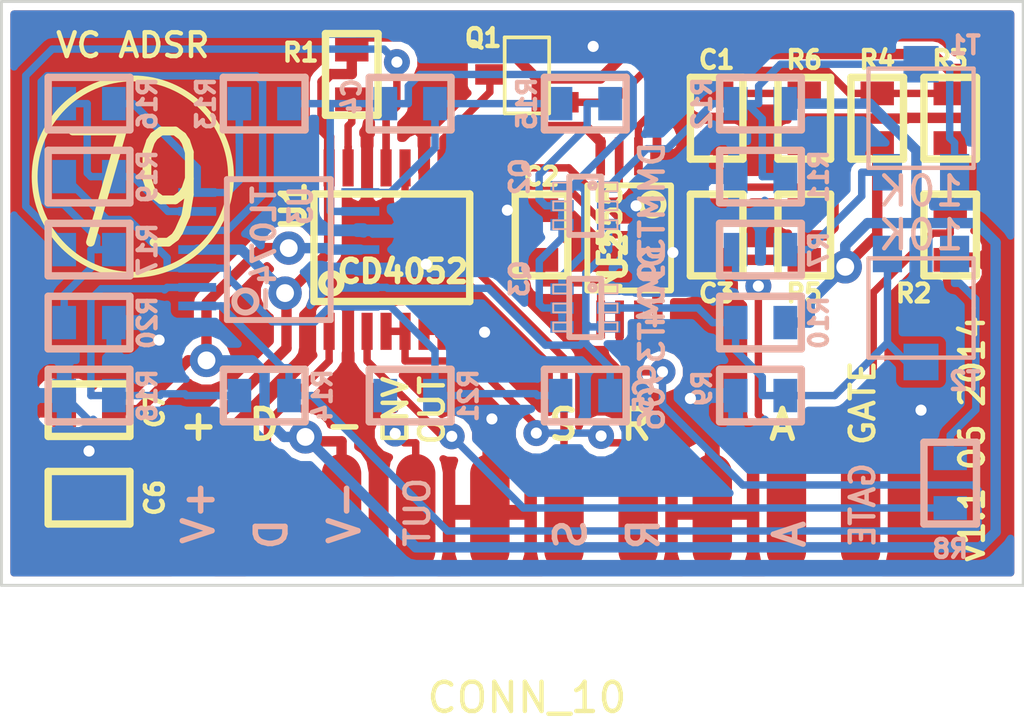
<source format=kicad_pcb>
(kicad_pcb (version 3) (host pcbnew "(2013-07-07 BZR 4022)-stable")

  (general
    (links 93)
    (no_connects 0)
    (area 97.949999 73.896967 135.940111 99.179)
    (thickness 1.6)
    (drawings 25)
    (tracks 549)
    (zones 0)
    (modules 37)
    (nets 32)
  )

  (page A3)
  (layers
    (15 F.Cu signal)
    (0 B.Cu signal)
    (16 B.Adhes user)
    (17 F.Adhes user)
    (18 B.Paste user)
    (19 F.Paste user)
    (20 B.SilkS user)
    (21 F.SilkS user)
    (22 B.Mask user)
    (23 F.Mask user)
    (24 Dwgs.User user)
    (25 Cmts.User user)
    (26 Eco1.User user)
    (27 Eco2.User user)
    (28 Edge.Cuts user)
  )

  (setup
    (last_trace_width 0.254)
    (trace_clearance 0.254)
    (zone_clearance 0.254)
    (zone_45_only no)
    (trace_min 0.254)
    (segment_width 0.2)
    (edge_width 0.1)
    (via_size 0.889)
    (via_drill 0.381)
    (via_min_size 0.889)
    (via_min_drill 0.381)
    (uvia_size 0.508)
    (uvia_drill 0.127)
    (uvias_allowed no)
    (uvia_min_size 0.508)
    (uvia_min_drill 0.127)
    (pcb_text_width 0.3)
    (pcb_text_size 1.5 1.5)
    (mod_edge_width 0.15)
    (mod_text_size 1 1)
    (mod_text_width 0.15)
    (pad_size 1.5 1.5)
    (pad_drill 0.6)
    (pad_to_mask_clearance 0)
    (aux_axis_origin 0 0)
    (visible_elements 7FFF7F3F)
    (pcbplotparams
      (layerselection 284196865)
      (usegerberextensions true)
      (excludeedgelayer true)
      (linewidth 0.150000)
      (plotframeref false)
      (viasonmask false)
      (mode 1)
      (useauxorigin false)
      (hpglpennumber 1)
      (hpglpenspeed 20)
      (hpglpendiameter 15)
      (hpglpenoverlay 2)
      (psnegative false)
      (psa4output false)
      (plotreference true)
      (plotvalue false)
      (plotothertext true)
      (plotinvisibletext false)
      (padsonsilk false)
      (subtractmaskfromsilk true)
      (outputformat 1)
      (mirror false)
      (drillshape 0)
      (scaleselection 1)
      (outputdirectory Gerbers/v3.0/))
  )

  (net 0 "")
  (net 1 +12V)
  (net 2 -12V)
  (net 3 ATTACK)
  (net 4 DECAY)
  (net 5 "ENV OUT")
  (net 6 GATE)
  (net 7 GND)
  (net 8 "Net-(C1-Pad1)")
  (net 9 "Net-(C1-Pad2)")
  (net 10 "Net-(C2-Pad1)")
  (net 11 "Net-(C4-Pad1)")
  (net 12 "Net-(C4-Pad2)")
  (net 13 "Net-(C5-Pad1)")
  (net 14 "Net-(C5-Pad2)")
  (net 15 "Net-(Q1-Pad2)")
  (net 16 "Net-(Q2-Pad1)")
  (net 17 "Net-(Q2-Pad4)")
  (net 18 "Net-(Q3-Pad2)")
  (net 19 "Net-(R1-Pad2)")
  (net 20 "Net-(R13-Pad2)")
  (net 21 "Net-(R14-Pad1)")
  (net 22 "Net-(R14-Pad2)")
  (net 23 "Net-(R16-Pad2)")
  (net 24 "Net-(R17-Pad1)")
  (net 25 "Net-(R17-Pad2)")
  (net 26 "Net-(R7-Pad2)")
  (net 27 "Net-(R8-Pad1)")
  (net 28 "Net-(R8-Pad2)")
  (net 29 "Net-(U1-Pad9)")
  (net 30 RELEASE)
  (net 31 SUSTAIN)

  (net_class Default "This is the default net class."
    (clearance 0.254)
    (trace_width 0.254)
    (via_dia 0.889)
    (via_drill 0.381)
    (uvia_dia 0.508)
    (uvia_drill 0.127)
    (add_net "")
    (add_net GND)
    (add_net "Net-(C1-Pad1)")
    (add_net "Net-(C1-Pad2)")
    (add_net "Net-(C2-Pad1)")
    (add_net "Net-(C4-Pad1)")
    (add_net "Net-(C4-Pad2)")
    (add_net "Net-(C5-Pad1)")
    (add_net "Net-(C5-Pad2)")
    (add_net "Net-(Q1-Pad2)")
    (add_net "Net-(Q2-Pad1)")
    (add_net "Net-(Q2-Pad4)")
    (add_net "Net-(Q3-Pad2)")
    (add_net "Net-(R1-Pad2)")
    (add_net "Net-(R13-Pad2)")
    (add_net "Net-(R14-Pad1)")
    (add_net "Net-(R14-Pad2)")
    (add_net "Net-(R16-Pad2)")
    (add_net "Net-(R17-Pad1)")
    (add_net "Net-(R17-Pad2)")
    (add_net "Net-(R7-Pad2)")
    (add_net "Net-(R8-Pad1)")
    (add_net "Net-(R8-Pad2)")
    (add_net "Net-(U1-Pad9)")
  )

  (net_class POWER ""
    (clearance 0.254)
    (trace_width 0.3556)
    (via_dia 1.143)
    (via_drill 0.6096)
    (uvia_dia 0.508)
    (uvia_drill 0.127)
    (add_net +12V)
    (add_net -12V)
  )

  (net_class SIGNAL ""
    (clearance 0.254)
    (trace_width 0.254)
    (via_dia 0.889)
    (via_drill 0.381)
    (uvia_dia 0.508)
    (uvia_drill 0.127)
    (add_net ATTACK)
    (add_net DECAY)
    (add_net "ENV OUT")
    (add_net GATE)
    (add_net RELEASE)
    (add_net SUSTAIN)
  )

  (module TSSOP8-JRL (layer F.Cu) (tedit 53A079DC) (tstamp 52EC3E46)
    (at 119.5 82.5 180)
    (path /52EA6826)
    (attr smd)
    (fp_text reference U2 (at 0.5 -0.75 270) (layer F.SilkS)
      (effects (font (size 0.8128 0.8128) (thickness 0.1905)))
    )
    (fp_text value NE555 (at 0.65 -0.1 270) (layer F.SilkS)
      (effects (font (size 0.762 0.762) (thickness 0.16002)))
    )
    (fp_line (start -1.43 -1.9) (end 1.43 -1.9) (layer F.SilkS) (width 0.2))
    (fp_line (start 1.43 -1.9) (end 1.43 1.7) (layer F.SilkS) (width 0.2))
    (fp_line (start 1.43 1.7) (end -1.43 1.7) (layer F.SilkS) (width 0.2))
    (fp_line (start -1.438 1.678) (end -1.438 -1.878) (layer F.SilkS) (width 0.2))
    (fp_circle (center -0.803 1.043) (end -1.184 1.043) (layer F.SilkS) (width 0.2))
    (pad 1 smd rect (at -0.9554 2.694 180) (size 0.29972 1.30048)
      (layers F.Cu F.Paste F.Mask)
      (net 7 GND)
    )
    (pad 2 smd rect (at -0.3204 2.694 180) (size 0.29972 1.30048)
      (layers F.Cu F.Paste F.Mask)
      (net 9 "Net-(C1-Pad2)")
    )
    (pad 3 smd rect (at 0.34 2.694 180) (size 0.29972 1.30048)
      (layers F.Cu F.Paste F.Mask)
      (net 29 "Net-(U1-Pad9)")
    )
    (pad 4 smd rect (at 0.975 2.694 180) (size 0.29972 1.30048)
      (layers F.Cu F.Paste F.Mask)
      (net 1 +12V)
    )
    (pad 5 smd rect (at 0.975 -2.894 180) (size 0.29972 1.30048)
      (layers F.Cu F.Paste F.Mask)
      (net 10 "Net-(C2-Pad1)")
    )
    (pad 6 smd rect (at 0.3273 -2.894 180) (size 0.29972 1.30048)
      (layers F.Cu F.Paste F.Mask)
      (net 21 "Net-(R14-Pad1)")
    )
    (pad 7 smd rect (at -0.3204 -2.894 180) (size 0.29972 1.30048)
      (layers F.Cu F.Paste F.Mask)
    )
    (pad 8 smd rect (at -0.9681 -2.894 180) (size 0.29972 1.30048)
      (layers F.Cu F.Paste F.Mask)
      (net 1 +12V)
    )
    (model smd\smd_dil\tssop-14.wrl
      (at (xyz 0 0 0))
      (scale (xyz 1 1 1))
      (rotate (xyz 0 0 0))
    )
  )

  (module TSSOP16 (layer F.Cu) (tedit 53A079D8) (tstamp 52EC3E5F)
    (at 111.5 83)
    (path /52E9DAA2)
    (attr smd)
    (fp_text reference U1 (at -3.5 -1.5 90) (layer F.SilkS)
      (effects (font (size 0.8128 0.8128) (thickness 0.1905)))
    )
    (fp_text value CD4052 (at 0.24892 0.7493) (layer F.SilkS)
      (effects (font (size 0.762 0.762) (thickness 0.1905)))
    )
    (fp_line (start -2.794 -1.905) (end 2.54 -1.905) (layer F.SilkS) (width 0.254))
    (fp_line (start 2.54 -1.905) (end 2.54 1.778) (layer F.SilkS) (width 0.254))
    (fp_line (start 2.54 1.778) (end -2.794 1.778) (layer F.SilkS) (width 0.254))
    (fp_line (start -2.794 1.778) (end -2.794 -1.905) (layer F.SilkS) (width 0.254))
    (fp_circle (center -2.20218 1.15824) (end -2.40538 1.41224) (layer F.SilkS) (width 0.254))
    (pad 1 smd rect (at -2.27584 2.79908) (size 0.381 1.27)
      (layers F.Cu F.Paste F.Mask)
      (net 4 DECAY)
    )
    (pad 2 smd rect (at -1.6256 2.79908) (size 0.381 1.27)
      (layers F.Cu F.Paste F.Mask)
      (net 7 GND)
    )
    (pad 3 smd rect (at -0.97536 2.79908) (size 0.381 1.27)
      (layers F.Cu F.Paste F.Mask)
      (net 27 "Net-(R8-Pad1)")
    )
    (pad 4 smd rect (at -0.32512 2.79908) (size 0.381 1.27)
      (layers F.Cu F.Paste F.Mask)
      (net 30 RELEASE)
    )
    (pad 5 smd rect (at 0.32512 2.79908) (size 0.381 1.27)
      (layers F.Cu F.Paste F.Mask)
      (net 30 RELEASE)
    )
    (pad 6 smd rect (at 0.97536 2.79908) (size 0.381 1.27)
      (layers F.Cu F.Paste F.Mask)
      (net 7 GND)
    )
    (pad 7 smd rect (at 1.6256 2.79908) (size 0.381 1.27)
      (layers F.Cu F.Paste F.Mask)
      (net 7 GND)
    )
    (pad 8 smd rect (at 2.27584 2.79908) (size 0.381 1.27)
      (layers F.Cu F.Paste F.Mask)
      (net 7 GND)
    )
    (pad 9 smd rect (at 2.27584 -2.79908) (size 0.381 1.27)
      (layers F.Cu F.Paste F.Mask)
      (net 29 "Net-(U1-Pad9)")
    )
    (pad 10 smd rect (at 1.6256 -2.79908) (size 0.381 1.27)
      (layers F.Cu F.Paste F.Mask)
      (net 8 "Net-(C1-Pad1)")
    )
    (pad 11 smd rect (at 0.97536 -2.79908) (size 0.381 1.27)
      (layers F.Cu F.Paste F.Mask)
      (net 7 GND)
    )
    (pad 12 smd rect (at 0.32512 -2.79908) (size 0.381 1.27)
      (layers F.Cu F.Paste F.Mask)
      (net 31 SUSTAIN)
    )
    (pad 13 smd rect (at -0.32512 -2.79908) (size 0.381 1.27)
      (layers F.Cu F.Paste F.Mask)
      (net 24 "Net-(R17-Pad1)")
    )
    (pad 14 smd rect (at -0.97536 -2.79908) (size 0.381 1.27)
      (layers F.Cu F.Paste F.Mask)
      (net 7 GND)
    )
    (pad 15 smd rect (at -1.6256 -2.79908) (size 0.381 1.27)
      (layers F.Cu F.Paste F.Mask)
      (net 19 "Net-(R1-Pad2)")
    )
    (pad 16 smd rect (at -2.27584 -2.79908) (size 0.381 1.27)
      (layers F.Cu F.Paste F.Mask)
      (net 1 +12V)
    )
    (model smd\smd_dil\tssop-16.wrl
      (at (xyz 0 0 0))
      (scale (xyz 1 1 1))
      (rotate (xyz 0 0 0))
    )
  )

  (module TSSOP14 (layer B.Cu) (tedit 52F02B6A) (tstamp 52EC3E76)
    (at 107.5 83 90)
    (path /52E9CC88)
    (attr smd)
    (fp_text reference U3 (at 1.5 0.75 270) (layer B.SilkS)
      (effects (font (size 0.762 0.635) (thickness 0.16002)) (justify mirror))
    )
    (fp_text value TL074- (at 0 -0.508 90) (layer B.SilkS)
      (effects (font (size 0.762 0.762) (thickness 0.16002)) (justify mirror))
    )
    (fp_line (start -2.413 1.778) (end 2.413 1.778) (layer B.SilkS) (width 0.2032))
    (fp_line (start 2.413 1.778) (end 2.413 -1.778) (layer B.SilkS) (width 0.2032))
    (fp_line (start 2.413 -1.778) (end -2.413 -1.778) (layer B.SilkS) (width 0.2032))
    (fp_line (start -2.413 -1.778) (end -2.413 1.778) (layer B.SilkS) (width 0.2032))
    (fp_circle (center -1.778 -1.143) (end -2.159 -1.143) (layer B.SilkS) (width 0.2032))
    (pad 1 smd rect (at -1.9304 -2.794 90) (size 0.29972 1.30048)
      (layers B.Cu B.Paste B.Mask)
      (net 21 "Net-(R14-Pad1)")
    )
    (pad 2 smd rect (at -1.2954 -2.794 90) (size 0.29972 1.30048)
      (layers B.Cu B.Paste B.Mask)
      (net 22 "Net-(R14-Pad2)")
    )
    (pad 3 smd rect (at -0.635 -2.794 90) (size 0.29972 1.30048)
      (layers B.Cu B.Paste B.Mask)
      (net 13 "Net-(C5-Pad1)")
    )
    (pad 4 smd rect (at 0 -2.794 90) (size 0.29972 1.30048)
      (layers B.Cu B.Paste B.Mask)
      (net 1 +12V)
    )
    (pad 5 smd rect (at 0.6604 -2.794 90) (size 0.29972 1.30048)
      (layers B.Cu B.Paste B.Mask)
      (net 25 "Net-(R17-Pad2)")
    )
    (pad 6 smd rect (at 1.3081 -2.794 90) (size 0.29972 1.30048)
      (layers B.Cu B.Paste B.Mask)
      (net 23 "Net-(R16-Pad2)")
    )
    (pad 7 smd rect (at 1.9558 -2.794 90) (size 0.29972 1.30048)
      (layers B.Cu B.Paste B.Mask)
      (net 20 "Net-(R13-Pad2)")
    )
    (pad 8 smd rect (at 1.9558 2.794 90) (size 0.29972 1.30048)
      (layers B.Cu B.Paste B.Mask)
      (net 11 "Net-(C4-Pad1)")
    )
    (pad 9 smd rect (at 1.3081 2.794 90) (size 0.29972 1.30048)
      (layers B.Cu B.Paste B.Mask)
      (net 12 "Net-(C4-Pad2)")
    )
    (pad 10 smd rect (at 0.6604 2.794 90) (size 0.29972 1.30048)
      (layers B.Cu B.Paste B.Mask)
      (net 7 GND)
    )
    (pad 11 smd rect (at 0 2.794 90) (size 0.29972 1.30048)
      (layers B.Cu B.Paste B.Mask)
      (net 2 -12V)
    )
    (pad 12 smd rect (at -0.6477 2.794 90) (size 0.29972 1.30048)
      (layers B.Cu B.Paste B.Mask)
      (net 7 GND)
    )
    (pad 13 smd rect (at -1.2954 2.794 90) (size 0.29972 1.30048)
      (layers B.Cu B.Paste B.Mask)
      (net 14 "Net-(C5-Pad2)")
    )
    (pad 14 smd rect (at -1.9431 2.794 90) (size 0.29972 1.30048)
      (layers B.Cu B.Paste B.Mask)
      (net 13 "Net-(C5-Pad1)")
    )
    (model smd\smd_dil\tssop-14.wrl
      (at (xyz 0 0 0))
      (scale (xyz 1 1 1))
      (rotate (xyz 0 0 0))
    )
  )

  (module SOT363-JRL (layer B.Cu) (tedit 53A055FA) (tstamp 52EFBA56)
    (at 118 85 270)
    (descr "SMALL OUTLINE TRANSISTOR; 6 LEADS")
    (tags "SMALL OUTLINE TRANSISTOR; 6 LEADS")
    (path /52EA83F8)
    (attr smd)
    (fp_text reference Q3 (at -1 2.25 270) (layer B.SilkS)
      (effects (font (size 0.6096 0.6096) (thickness 0.1524)) (justify mirror))
    )
    (fp_text value DMMT3906 (at 1.016 -2.286 270) (layer B.SilkS)
      (effects (font (size 0.8128 0.8128) (thickness 0.1524)) (justify mirror))
    )
    (fp_line (start -0.79756 -1.09982) (end -0.49784 -1.09982) (layer B.SilkS) (width 0.06604))
    (fp_line (start -0.49784 -1.09982) (end -0.49784 -0.59944) (layer B.SilkS) (width 0.06604))
    (fp_line (start -0.79756 -0.59944) (end -0.49784 -0.59944) (layer B.SilkS) (width 0.06604))
    (fp_line (start -0.79756 -1.09982) (end -0.79756 -0.59944) (layer B.SilkS) (width 0.06604))
    (fp_line (start -0.14986 -1.09982) (end 0.14986 -1.09982) (layer B.SilkS) (width 0.06604))
    (fp_line (start 0.14986 -1.09982) (end 0.14986 -0.59944) (layer B.SilkS) (width 0.06604))
    (fp_line (start -0.14986 -0.59944) (end 0.14986 -0.59944) (layer B.SilkS) (width 0.06604))
    (fp_line (start -0.14986 -1.09982) (end -0.14986 -0.59944) (layer B.SilkS) (width 0.06604))
    (fp_line (start 0.49784 -1.09982) (end 0.79756 -1.09982) (layer B.SilkS) (width 0.06604))
    (fp_line (start 0.79756 -1.09982) (end 0.79756 -0.59944) (layer B.SilkS) (width 0.06604))
    (fp_line (start 0.49784 -0.59944) (end 0.79756 -0.59944) (layer B.SilkS) (width 0.06604))
    (fp_line (start 0.49784 -1.09982) (end 0.49784 -0.59944) (layer B.SilkS) (width 0.06604))
    (fp_line (start 0.49784 0.59944) (end 0.79756 0.59944) (layer B.SilkS) (width 0.06604))
    (fp_line (start 0.79756 0.59944) (end 0.79756 1.09982) (layer B.SilkS) (width 0.06604))
    (fp_line (start 0.49784 1.09982) (end 0.79756 1.09982) (layer B.SilkS) (width 0.06604))
    (fp_line (start 0.49784 0.59944) (end 0.49784 1.09982) (layer B.SilkS) (width 0.06604))
    (fp_line (start -0.14986 0.59944) (end 0.14986 0.59944) (layer B.SilkS) (width 0.06604))
    (fp_line (start 0.14986 0.59944) (end 0.14986 1.09982) (layer B.SilkS) (width 0.06604))
    (fp_line (start -0.14986 1.09982) (end 0.14986 1.09982) (layer B.SilkS) (width 0.06604))
    (fp_line (start -0.14986 0.59944) (end -0.14986 1.09982) (layer B.SilkS) (width 0.06604))
    (fp_line (start -0.79756 0.59944) (end -0.49784 0.59944) (layer B.SilkS) (width 0.06604))
    (fp_line (start -0.49784 0.59944) (end -0.49784 1.09982) (layer B.SilkS) (width 0.06604))
    (fp_line (start -0.79756 1.09982) (end -0.49784 1.09982) (layer B.SilkS) (width 0.06604))
    (fp_line (start -0.79756 0.59944) (end -0.79756 1.09982) (layer B.SilkS) (width 0.06604))
    (fp_line (start -0.99822 0.54864) (end 0.99822 0.54864) (layer B.SilkS) (width 0.2032))
    (fp_line (start 0.99822 0.54864) (end 0.99822 -0.54864) (layer B.SilkS) (width 0.2032))
    (fp_line (start 0.99822 -0.54864) (end -0.99822 -0.54864) (layer B.SilkS) (width 0.2032))
    (fp_line (start -0.99822 -0.54864) (end -0.99822 0.54864) (layer B.SilkS) (width 0.2032))
    (fp_circle (center -0.6985 -0.24892) (end -0.77216 -0.32258) (layer B.SilkS) (width 0.1524))
    (pad 1 smd rect (at -0.6477 -0.79756 270) (size 0.39878 0.79756)
      (layers B.Cu B.Paste B.Mask)
      (net 7 GND)
    )
    (pad 2 smd rect (at 0 -0.79756 270) (size 0.39878 0.79756)
      (layers B.Cu B.Paste B.Mask)
      (net 18 "Net-(Q3-Pad2)")
    )
    (pad 3 smd rect (at 0.6477 -0.79756 270) (size 0.39878 0.79756)
      (layers B.Cu B.Paste B.Mask)
      (net 14 "Net-(C5-Pad2)")
    )
    (pad 4 smd rect (at 0.6477 0.79756 270) (size 0.39878 0.79756)
      (layers B.Cu B.Paste B.Mask)
      (net 17 "Net-(Q2-Pad4)")
    )
    (pad 5 smd rect (at 0 0.79756 270) (size 0.39878 0.79756)
      (layers B.Cu B.Paste B.Mask)
      (net 17 "Net-(Q2-Pad4)")
    )
    (pad 6 smd rect (at -0.6477 0.79756 270) (size 0.39878 0.79756)
      (layers B.Cu B.Paste B.Mask)
      (net 12 "Net-(C4-Pad2)")
    )
  )

  (module SOT363-JRL (layer B.Cu) (tedit 53A05601) (tstamp 52EFBA7E)
    (at 118 81.5 270)
    (descr "SMALL OUTLINE TRANSISTOR; 6 LEADS")
    (tags "SMALL OUTLINE TRANSISTOR; 6 LEADS")
    (path /52EA83E9)
    (attr smd)
    (fp_text reference Q2 (at -1 2.25 270) (layer B.SilkS)
      (effects (font (size 0.6096 0.6096) (thickness 0.1524)) (justify mirror))
    )
    (fp_text value DMMT3904 (at 1.016 -2.286 270) (layer B.SilkS)
      (effects (font (size 0.8128 0.8128) (thickness 0.1524)) (justify mirror))
    )
    (fp_line (start -0.79756 -1.09982) (end -0.49784 -1.09982) (layer B.SilkS) (width 0.06604))
    (fp_line (start -0.49784 -1.09982) (end -0.49784 -0.59944) (layer B.SilkS) (width 0.06604))
    (fp_line (start -0.79756 -0.59944) (end -0.49784 -0.59944) (layer B.SilkS) (width 0.06604))
    (fp_line (start -0.79756 -1.09982) (end -0.79756 -0.59944) (layer B.SilkS) (width 0.06604))
    (fp_line (start -0.14986 -1.09982) (end 0.14986 -1.09982) (layer B.SilkS) (width 0.06604))
    (fp_line (start 0.14986 -1.09982) (end 0.14986 -0.59944) (layer B.SilkS) (width 0.06604))
    (fp_line (start -0.14986 -0.59944) (end 0.14986 -0.59944) (layer B.SilkS) (width 0.06604))
    (fp_line (start -0.14986 -1.09982) (end -0.14986 -0.59944) (layer B.SilkS) (width 0.06604))
    (fp_line (start 0.49784 -1.09982) (end 0.79756 -1.09982) (layer B.SilkS) (width 0.06604))
    (fp_line (start 0.79756 -1.09982) (end 0.79756 -0.59944) (layer B.SilkS) (width 0.06604))
    (fp_line (start 0.49784 -0.59944) (end 0.79756 -0.59944) (layer B.SilkS) (width 0.06604))
    (fp_line (start 0.49784 -1.09982) (end 0.49784 -0.59944) (layer B.SilkS) (width 0.06604))
    (fp_line (start 0.49784 0.59944) (end 0.79756 0.59944) (layer B.SilkS) (width 0.06604))
    (fp_line (start 0.79756 0.59944) (end 0.79756 1.09982) (layer B.SilkS) (width 0.06604))
    (fp_line (start 0.49784 1.09982) (end 0.79756 1.09982) (layer B.SilkS) (width 0.06604))
    (fp_line (start 0.49784 0.59944) (end 0.49784 1.09982) (layer B.SilkS) (width 0.06604))
    (fp_line (start -0.14986 0.59944) (end 0.14986 0.59944) (layer B.SilkS) (width 0.06604))
    (fp_line (start 0.14986 0.59944) (end 0.14986 1.09982) (layer B.SilkS) (width 0.06604))
    (fp_line (start -0.14986 1.09982) (end 0.14986 1.09982) (layer B.SilkS) (width 0.06604))
    (fp_line (start -0.14986 0.59944) (end -0.14986 1.09982) (layer B.SilkS) (width 0.06604))
    (fp_line (start -0.79756 0.59944) (end -0.49784 0.59944) (layer B.SilkS) (width 0.06604))
    (fp_line (start -0.49784 0.59944) (end -0.49784 1.09982) (layer B.SilkS) (width 0.06604))
    (fp_line (start -0.79756 1.09982) (end -0.49784 1.09982) (layer B.SilkS) (width 0.06604))
    (fp_line (start -0.79756 0.59944) (end -0.79756 1.09982) (layer B.SilkS) (width 0.06604))
    (fp_line (start -0.99822 0.54864) (end 0.99822 0.54864) (layer B.SilkS) (width 0.2032))
    (fp_line (start 0.99822 0.54864) (end 0.99822 -0.54864) (layer B.SilkS) (width 0.2032))
    (fp_line (start 0.99822 -0.54864) (end -0.99822 -0.54864) (layer B.SilkS) (width 0.2032))
    (fp_line (start -0.99822 -0.54864) (end -0.99822 0.54864) (layer B.SilkS) (width 0.2032))
    (fp_circle (center -0.6985 -0.24892) (end -0.77216 -0.32258) (layer B.SilkS) (width 0.1524))
    (pad 1 smd rect (at -0.6477 -0.79756 270) (size 0.39878 0.79756)
      (layers B.Cu B.Paste B.Mask)
      (net 16 "Net-(Q2-Pad1)")
    )
    (pad 2 smd rect (at 0 -0.79756 270) (size 0.39878 0.79756)
      (layers B.Cu B.Paste B.Mask)
      (net 7 GND)
    )
    (pad 3 smd rect (at 0.6477 -0.79756 270) (size 0.39878 0.79756)
      (layers B.Cu B.Paste B.Mask)
      (net 14 "Net-(C5-Pad2)")
    )
    (pad 4 smd rect (at 0.6477 0.79756 270) (size 0.39878 0.79756)
      (layers B.Cu B.Paste B.Mask)
      (net 17 "Net-(Q2-Pad4)")
    )
    (pad 5 smd rect (at 0 0.79756 270) (size 0.39878 0.79756)
      (layers B.Cu B.Paste B.Mask)
      (net 17 "Net-(Q2-Pad4)")
    )
    (pad 6 smd rect (at -0.6477 0.79756 270) (size 0.39878 0.79756)
      (layers B.Cu B.Paste B.Mask)
      (net 12 "Net-(C4-Pad2)")
    )
  )

  (module SOT23-JRL (layer F.Cu) (tedit 53A05487) (tstamp 52EF2878)
    (at 116 77 90)
    (tags SOT23)
    (path /52EA6833)
    (fp_text reference Q1 (at 1.25 -1.5 180) (layer F.SilkS)
      (effects (font (size 0.6096 0.6096) (thickness 0.1524)))
    )
    (fp_text value 2N3904 (at 0.0635 0 90) (layer F.SilkS) hide
      (effects (font (size 0.8128 0.8128) (thickness 0.1524)))
    )
    (fp_line (start 1.27 0.762) (end -1.3335 0.762) (layer F.SilkS) (width 0.127))
    (fp_line (start -1.3335 0.762) (end -1.3335 -0.762) (layer F.SilkS) (width 0.127))
    (fp_line (start -1.3335 -0.762) (end 1.27 -0.762) (layer F.SilkS) (width 0.127))
    (fp_line (start 1.27 -0.762) (end 1.27 0.762) (layer F.SilkS) (width 0.127))
    (pad 3 smd rect (at 0 -1.27 90) (size 0.70104 1.00076)
      (layers F.Cu F.Paste F.Mask)
      (net 8 "Net-(C1-Pad1)")
    )
    (pad 1 smd rect (at 0.9525 1.27 90) (size 0.70104 1.00076)
      (layers F.Cu F.Paste F.Mask)
      (net 7 GND)
    )
    (pad 2 smd rect (at -0.9525 1.27 90) (size 0.70104 1.00076)
      (layers F.Cu F.Paste F.Mask)
      (net 15 "Net-(Q1-Pad2)")
    )
    (model smd/SOT23_6.wrl
      (at (xyz 0 0 0))
      (scale (xyz 0.11 0.11 0.11))
      (rotate (xyz 0 0 -180))
    )
  )

  (module SM0603-JRL (layer B.Cu) (tedit 52F02B8C) (tstamp 52EC3ED9)
    (at 124 88)
    (path /52EA8356)
    (attr smd)
    (fp_text reference R9 (at -2 -0.25 90) (layer B.SilkS)
      (effects (font (size 0.6096 0.6096) (thickness 0.1524)) (justify mirror))
    )
    (fp_text value 2.2K (at 0 0) (layer B.SilkS) hide
      (effects (font (size 0.508 0.4572) (thickness 0.1143)) (justify mirror))
    )
    (fp_line (start -1.4 -0.9) (end 1.4 -0.9) (layer B.SilkS) (width 0.254))
    (fp_line (start 1.4 -0.9) (end 1.4 0.9) (layer B.SilkS) (width 0.254))
    (fp_line (start 1.4 0.9) (end -1.4 0.9) (layer B.SilkS) (width 0.254))
    (fp_line (start -1.4 0.9) (end -1.4 -0.9) (layer B.SilkS) (width 0.254))
    (pad 1 smd rect (at -0.8509 0) (size 0.8128 1.143)
      (layers B.Cu B.Paste B.Mask)
      (net 7 GND)
    )
    (pad 2 smd rect (at 0.8509 0) (size 0.8128 1.143)
      (layers B.Cu B.Paste B.Mask)
      (net 18 "Net-(Q3-Pad2)")
    )
    (model smd\resistors\R0603.wrl
      (at (xyz 0 0 0.001))
      (scale (xyz 0.5 0.5 0.5))
      (rotate (xyz 0 0 0))
    )
  )

  (module SM0603-JRL (layer F.Cu) (tedit 52F02A9D) (tstamp 52EF286C)
    (at 128 78.5 270)
    (path /52EA68F7)
    (attr smd)
    (fp_text reference R4 (at -2 0 360) (layer F.SilkS)
      (effects (font (size 0.6096 0.6096) (thickness 0.1524)))
    )
    (fp_text value 330K (at 0 0 270) (layer F.SilkS) hide
      (effects (font (size 0.508 0.4572) (thickness 0.1143)))
    )
    (fp_line (start -1.4 0.9) (end 1.4 0.9) (layer F.SilkS) (width 0.254))
    (fp_line (start 1.4 0.9) (end 1.4 -0.9) (layer F.SilkS) (width 0.254))
    (fp_line (start 1.4 -0.9) (end -1.4 -0.9) (layer F.SilkS) (width 0.254))
    (fp_line (start -1.4 -0.9) (end -1.4 0.9) (layer F.SilkS) (width 0.254))
    (pad 1 smd rect (at -0.8509 0 270) (size 0.8128 1.143)
      (layers F.Cu F.Paste F.Mask)
      (net 15 "Net-(Q1-Pad2)")
    )
    (pad 2 smd rect (at 0.8509 0 270) (size 0.8128 1.143)
      (layers F.Cu F.Paste F.Mask)
      (net 2 -12V)
    )
    (model smd\resistors\R0603.wrl
      (at (xyz 0 0 0.001))
      (scale (xyz 0.5 0.5 0.5))
      (rotate (xyz 0 0 0))
    )
  )

  (module SM0603-JRL (layer F.Cu) (tedit 52F02A96) (tstamp 52EC3EED)
    (at 122.5 78.5 90)
    (path /52EA6BA1)
    (attr smd)
    (fp_text reference C1 (at 2 0 180) (layer F.SilkS)
      (effects (font (size 0.6096 0.6096) (thickness 0.1524)))
    )
    (fp_text value 100n (at 0 0 90) (layer F.SilkS) hide
      (effects (font (size 0.508 0.4572) (thickness 0.1143)))
    )
    (fp_line (start -1.4 0.9) (end 1.4 0.9) (layer F.SilkS) (width 0.254))
    (fp_line (start 1.4 0.9) (end 1.4 -0.9) (layer F.SilkS) (width 0.254))
    (fp_line (start 1.4 -0.9) (end -1.4 -0.9) (layer F.SilkS) (width 0.254))
    (fp_line (start -1.4 -0.9) (end -1.4 0.9) (layer F.SilkS) (width 0.254))
    (pad 1 smd rect (at -0.8509 0 90) (size 0.8128 1.143)
      (layers F.Cu F.Paste F.Mask)
      (net 8 "Net-(C1-Pad1)")
    )
    (pad 2 smd rect (at 0.8509 0 90) (size 0.8128 1.143)
      (layers F.Cu F.Paste F.Mask)
      (net 9 "Net-(C1-Pad2)")
    )
    (model smd\resistors\R0603.wrl
      (at (xyz 0 0 0.001))
      (scale (xyz 0.5 0.5 0.5))
      (rotate (xyz 0 0 0))
    )
  )

  (module SM0603-JRL (layer F.Cu) (tedit 52F02A99) (tstamp 52EC3EF7)
    (at 125.5 78.5 90)
    (path /52EA6BBB)
    (attr smd)
    (fp_text reference R6 (at 2 0 180) (layer F.SilkS)
      (effects (font (size 0.6096 0.6096) (thickness 0.1524)))
    )
    (fp_text value 10K (at 0 0 90) (layer F.SilkS) hide
      (effects (font (size 0.508 0.4572) (thickness 0.1143)))
    )
    (fp_line (start -1.4 0.9) (end 1.4 0.9) (layer F.SilkS) (width 0.254))
    (fp_line (start 1.4 0.9) (end 1.4 -0.9) (layer F.SilkS) (width 0.254))
    (fp_line (start 1.4 -0.9) (end -1.4 -0.9) (layer F.SilkS) (width 0.254))
    (fp_line (start -1.4 -0.9) (end -1.4 0.9) (layer F.SilkS) (width 0.254))
    (pad 1 smd rect (at -0.8509 0 90) (size 0.8128 1.143)
      (layers F.Cu F.Paste F.Mask)
      (net 1 +12V)
    )
    (pad 2 smd rect (at 0.8509 0 90) (size 0.8128 1.143)
      (layers F.Cu F.Paste F.Mask)
      (net 9 "Net-(C1-Pad2)")
    )
    (model smd\resistors\R0603.wrl
      (at (xyz 0 0 0.001))
      (scale (xyz 0.5 0.5 0.5))
      (rotate (xyz 0 0 0))
    )
  )

  (module SM0603-JRL (layer F.Cu) (tedit 52F02AB3) (tstamp 52EC3F01)
    (at 116.5 82.5 90)
    (path /52EA7373)
    (attr smd)
    (fp_text reference C2 (at 2 0 180) (layer F.SilkS)
      (effects (font (size 0.6096 0.6096) (thickness 0.1524)))
    )
    (fp_text value 0.01μ (at 0 0 90) (layer F.SilkS) hide
      (effects (font (size 0.508 0.4572) (thickness 0.1143)))
    )
    (fp_line (start -1.4 0.9) (end 1.4 0.9) (layer F.SilkS) (width 0.254))
    (fp_line (start 1.4 0.9) (end 1.4 -0.9) (layer F.SilkS) (width 0.254))
    (fp_line (start 1.4 -0.9) (end -1.4 -0.9) (layer F.SilkS) (width 0.254))
    (fp_line (start -1.4 -0.9) (end -1.4 0.9) (layer F.SilkS) (width 0.254))
    (pad 1 smd rect (at -0.8509 0 90) (size 0.8128 1.143)
      (layers F.Cu F.Paste F.Mask)
      (net 10 "Net-(C2-Pad1)")
    )
    (pad 2 smd rect (at 0.8509 0 90) (size 0.8128 1.143)
      (layers F.Cu F.Paste F.Mask)
      (net 7 GND)
    )
    (model smd\resistors\R0603.wrl
      (at (xyz 0 0 0.001))
      (scale (xyz 0.5 0.5 0.5))
      (rotate (xyz 0 0 0))
    )
  )

  (module SM0603-JRL (layer B.Cu) (tedit 52F02B5A) (tstamp 52EC3F0B)
    (at 107 88 180)
    (path /52EA7939)
    (attr smd)
    (fp_text reference R14 (at -2 0 270) (layer B.SilkS)
      (effects (font (size 0.6096 0.6096) (thickness 0.1524)) (justify mirror))
    )
    (fp_text value 56K** (at 0 0 180) (layer B.SilkS) hide
      (effects (font (size 0.508 0.4572) (thickness 0.1143)) (justify mirror))
    )
    (fp_line (start -1.4 -0.9) (end 1.4 -0.9) (layer B.SilkS) (width 0.254))
    (fp_line (start 1.4 -0.9) (end 1.4 0.9) (layer B.SilkS) (width 0.254))
    (fp_line (start 1.4 0.9) (end -1.4 0.9) (layer B.SilkS) (width 0.254))
    (fp_line (start -1.4 0.9) (end -1.4 -0.9) (layer B.SilkS) (width 0.254))
    (pad 1 smd rect (at -0.8509 0 180) (size 0.8128 1.143)
      (layers B.Cu B.Paste B.Mask)
      (net 21 "Net-(R14-Pad1)")
    )
    (pad 2 smd rect (at 0.8509 0 180) (size 0.8128 1.143)
      (layers B.Cu B.Paste B.Mask)
      (net 22 "Net-(R14-Pad2)")
    )
    (model smd\resistors\R0603.wrl
      (at (xyz 0 0 0.001))
      (scale (xyz 0.5 0.5 0.5))
      (rotate (xyz 0 0 0))
    )
  )

  (module SM0603-JRL (layer B.Cu) (tedit 52F02B54) (tstamp 52EC3F15)
    (at 101 88 180)
    (path /52EA793F)
    (attr smd)
    (fp_text reference R18 (at -2 0 270) (layer B.SilkS)
      (effects (font (size 0.6096 0.6096) (thickness 0.1524)) (justify mirror))
    )
    (fp_text value 91K (at 0 0 180) (layer B.SilkS) hide
      (effects (font (size 0.508 0.4572) (thickness 0.1143)) (justify mirror))
    )
    (fp_line (start -1.4 -0.9) (end 1.4 -0.9) (layer B.SilkS) (width 0.254))
    (fp_line (start 1.4 -0.9) (end 1.4 0.9) (layer B.SilkS) (width 0.254))
    (fp_line (start 1.4 0.9) (end -1.4 0.9) (layer B.SilkS) (width 0.254))
    (fp_line (start -1.4 0.9) (end -1.4 -0.9) (layer B.SilkS) (width 0.254))
    (pad 1 smd rect (at -0.8509 0 180) (size 0.8128 1.143)
      (layers B.Cu B.Paste B.Mask)
      (net 22 "Net-(R14-Pad2)")
    )
    (pad 2 smd rect (at 0.8509 0 180) (size 0.8128 1.143)
      (layers B.Cu B.Paste B.Mask)
      (net 7 GND)
    )
    (model smd\resistors\R0603.wrl
      (at (xyz 0 0 0.001))
      (scale (xyz 0.5 0.5 0.5))
      (rotate (xyz 0 0 0))
    )
  )

  (module SM0603-JRL (layer F.Cu) (tedit 52F02ABA) (tstamp 52EC3F1F)
    (at 122.5 82.5 90)
    (path /52EC40BB)
    (attr smd)
    (fp_text reference C3 (at -2 0 180) (layer F.SilkS)
      (effects (font (size 0.6096 0.6096) (thickness 0.1524)))
    )
    (fp_text value 100n (at 0 0 90) (layer F.SilkS) hide
      (effects (font (size 0.508 0.4572) (thickness 0.1143)))
    )
    (fp_line (start -1.4 0.9) (end 1.4 0.9) (layer F.SilkS) (width 0.254))
    (fp_line (start 1.4 0.9) (end 1.4 -0.9) (layer F.SilkS) (width 0.254))
    (fp_line (start 1.4 -0.9) (end -1.4 -0.9) (layer F.SilkS) (width 0.254))
    (fp_line (start -1.4 -0.9) (end -1.4 0.9) (layer F.SilkS) (width 0.254))
    (pad 1 smd rect (at -0.8509 0 90) (size 0.8128 1.143)
      (layers F.Cu F.Paste F.Mask)
      (net 1 +12V)
    )
    (pad 2 smd rect (at 0.8509 0 90) (size 0.8128 1.143)
      (layers F.Cu F.Paste F.Mask)
      (net 7 GND)
    )
    (model smd\resistors\R0603.wrl
      (at (xyz 0 0 0.001))
      (scale (xyz 0.5 0.5 0.5))
      (rotate (xyz 0 0 0))
    )
  )

  (module SM0603-JRL (layer B.Cu) (tedit 52F02B81) (tstamp 52EF2814)
    (at 124 85.5 180)
    (path /52EA835C)
    (attr smd)
    (fp_text reference R10 (at -2 0 270) (layer B.SilkS)
      (effects (font (size 0.6096 0.6096) (thickness 0.1524)) (justify mirror))
    )
    (fp_text value 270K (at 0 0 180) (layer B.SilkS) hide
      (effects (font (size 0.508 0.4572) (thickness 0.1143)) (justify mirror))
    )
    (fp_line (start -1.4 -0.9) (end 1.4 -0.9) (layer B.SilkS) (width 0.254))
    (fp_line (start 1.4 -0.9) (end 1.4 0.9) (layer B.SilkS) (width 0.254))
    (fp_line (start 1.4 0.9) (end -1.4 0.9) (layer B.SilkS) (width 0.254))
    (fp_line (start -1.4 0.9) (end -1.4 -0.9) (layer B.SilkS) (width 0.254))
    (pad 1 smd rect (at -0.8509 0 180) (size 0.8128 1.143)
      (layers B.Cu B.Paste B.Mask)
      (net 2 -12V)
    )
    (pad 2 smd rect (at 0.8509 0 180) (size 0.8128 1.143)
      (layers B.Cu B.Paste B.Mask)
      (net 18 "Net-(Q3-Pad2)")
    )
    (model smd\resistors\R0603.wrl
      (at (xyz 0 0 0.001))
      (scale (xyz 0.5 0.5 0.5))
      (rotate (xyz 0 0 0))
    )
  )

  (module SM0603-JRL (layer B.Cu) (tedit 52F02B32) (tstamp 52EC3F33)
    (at 124 83)
    (path /52EA8929)
    (attr smd)
    (fp_text reference R7 (at 2 0 90) (layer B.SilkS)
      (effects (font (size 0.6096 0.6096) (thickness 0.1524)) (justify mirror))
    )
    (fp_text value 39K* (at 0 0) (layer B.SilkS) hide
      (effects (font (size 0.508 0.4572) (thickness 0.1143)) (justify mirror))
    )
    (fp_line (start -1.4 -0.9) (end 1.4 -0.9) (layer B.SilkS) (width 0.254))
    (fp_line (start 1.4 -0.9) (end 1.4 0.9) (layer B.SilkS) (width 0.254))
    (fp_line (start 1.4 0.9) (end -1.4 0.9) (layer B.SilkS) (width 0.254))
    (fp_line (start -1.4 0.9) (end -1.4 -0.9) (layer B.SilkS) (width 0.254))
    (pad 1 smd rect (at -0.8509 0) (size 0.8128 1.143)
      (layers B.Cu B.Paste B.Mask)
      (net 3 ATTACK)
    )
    (pad 2 smd rect (at 0.8509 0) (size 0.8128 1.143)
      (layers B.Cu B.Paste B.Mask)
      (net 26 "Net-(R7-Pad2)")
    )
    (model smd\resistors\R0603.wrl
      (at (xyz 0 0 0.001))
      (scale (xyz 0.5 0.5 0.5))
      (rotate (xyz 0 0 0))
    )
  )

  (module SM0603-JRL (layer B.Cu) (tedit 52F02B2F) (tstamp 52EF282A)
    (at 124 80.5)
    (path /52EA893B)
    (attr smd)
    (fp_text reference R11 (at 2 0 90) (layer B.SilkS)
      (effects (font (size 0.6096 0.6096) (thickness 0.1524)) (justify mirror))
    )
    (fp_text value 2.2K (at 0 0) (layer B.SilkS) hide
      (effects (font (size 0.508 0.4572) (thickness 0.1143)) (justify mirror))
    )
    (fp_line (start -1.4 -0.9) (end 1.4 -0.9) (layer B.SilkS) (width 0.254))
    (fp_line (start 1.4 -0.9) (end 1.4 0.9) (layer B.SilkS) (width 0.254))
    (fp_line (start 1.4 0.9) (end -1.4 0.9) (layer B.SilkS) (width 0.254))
    (fp_line (start -1.4 0.9) (end -1.4 -0.9) (layer B.SilkS) (width 0.254))
    (pad 1 smd rect (at -0.8509 0) (size 0.8128 1.143)
      (layers B.Cu B.Paste B.Mask)
      (net 7 GND)
    )
    (pad 2 smd rect (at 0.8509 0) (size 0.8128 1.143)
      (layers B.Cu B.Paste B.Mask)
      (net 16 "Net-(Q2-Pad1)")
    )
    (model smd\resistors\R0603.wrl
      (at (xyz 0 0 0.001))
      (scale (xyz 0.5 0.5 0.5))
      (rotate (xyz 0 0 0))
    )
  )

  (module SM0603-JRL (layer B.Cu) (tedit 52F02B2D) (tstamp 52EF281F)
    (at 124 78 180)
    (path /52EA8941)
    (attr smd)
    (fp_text reference R12 (at 2 0 270) (layer B.SilkS)
      (effects (font (size 0.6096 0.6096) (thickness 0.1524)) (justify mirror))
    )
    (fp_text value 270K (at 0 0 180) (layer B.SilkS) hide
      (effects (font (size 0.508 0.4572) (thickness 0.1143)) (justify mirror))
    )
    (fp_line (start -1.4 -0.9) (end 1.4 -0.9) (layer B.SilkS) (width 0.254))
    (fp_line (start 1.4 -0.9) (end 1.4 0.9) (layer B.SilkS) (width 0.254))
    (fp_line (start 1.4 0.9) (end -1.4 0.9) (layer B.SilkS) (width 0.254))
    (fp_line (start -1.4 0.9) (end -1.4 -0.9) (layer B.SilkS) (width 0.254))
    (pad 1 smd rect (at -0.8509 0 180) (size 0.8128 1.143)
      (layers B.Cu B.Paste B.Mask)
      (net 2 -12V)
    )
    (pad 2 smd rect (at 0.8509 0 180) (size 0.8128 1.143)
      (layers B.Cu B.Paste B.Mask)
      (net 16 "Net-(Q2-Pad1)")
    )
    (model smd\resistors\R0603.wrl
      (at (xyz 0 0 0.001))
      (scale (xyz 0.5 0.5 0.5))
      (rotate (xyz 0 0 0))
    )
  )

  (module SM0603-JRL (layer F.Cu) (tedit 52F02AC4) (tstamp 52ED3764)
    (at 130.5 82.5 270)
    (path /52EA68F1)
    (attr smd)
    (fp_text reference R2 (at 2 1.25 360) (layer F.SilkS)
      (effects (font (size 0.6096 0.6096) (thickness 0.1524)))
    )
    (fp_text value 100K (at 0 0 270) (layer F.SilkS) hide
      (effects (font (size 0.508 0.4572) (thickness 0.1143)))
    )
    (fp_line (start -1.4 0.9) (end 1.4 0.9) (layer F.SilkS) (width 0.254))
    (fp_line (start 1.4 0.9) (end 1.4 -0.9) (layer F.SilkS) (width 0.254))
    (fp_line (start 1.4 -0.9) (end -1.4 -0.9) (layer F.SilkS) (width 0.254))
    (fp_line (start -1.4 -0.9) (end -1.4 0.9) (layer F.SilkS) (width 0.254))
    (pad 1 smd rect (at -0.8509 0 270) (size 0.8128 1.143)
      (layers F.Cu F.Paste F.Mask)
      (net 6 GATE)
    )
    (pad 2 smd rect (at 0.8509 0 270) (size 0.8128 1.143)
      (layers F.Cu F.Paste F.Mask)
      (net 7 GND)
    )
    (model smd\resistors\R0603.wrl
      (at (xyz 0 0 0.001))
      (scale (xyz 0.5 0.5 0.5))
      (rotate (xyz 0 0 0))
    )
  )

  (module SM0603-JRL (layer F.Cu) (tedit 52F02AA1) (tstamp 52EC3F5B)
    (at 130.5 78.5 270)
    (path /52EA6853)
    (attr smd)
    (fp_text reference R3 (at -2 0 360) (layer F.SilkS)
      (effects (font (size 0.6096 0.6096) (thickness 0.1524)))
    )
    (fp_text value 33K (at 0 0 270) (layer F.SilkS) hide
      (effects (font (size 0.508 0.4572) (thickness 0.1143)))
    )
    (fp_line (start -1.4 0.9) (end 1.4 0.9) (layer F.SilkS) (width 0.254))
    (fp_line (start 1.4 0.9) (end 1.4 -0.9) (layer F.SilkS) (width 0.254))
    (fp_line (start 1.4 -0.9) (end -1.4 -0.9) (layer F.SilkS) (width 0.254))
    (fp_line (start -1.4 -0.9) (end -1.4 0.9) (layer F.SilkS) (width 0.254))
    (pad 1 smd rect (at -0.8509 0 270) (size 0.8128 1.143)
      (layers F.Cu F.Paste F.Mask)
      (net 15 "Net-(Q1-Pad2)")
    )
    (pad 2 smd rect (at 0.8509 0 270) (size 0.8128 1.143)
      (layers F.Cu F.Paste F.Mask)
      (net 6 GATE)
    )
    (model smd\resistors\R0603.wrl
      (at (xyz 0 0 0.001))
      (scale (xyz 0.5 0.5 0.5))
      (rotate (xyz 0 0 0))
    )
  )

  (module SM0603-JRL (layer F.Cu) (tedit 52F02ABC) (tstamp 52EC3F65)
    (at 125.5 82.5 270)
    (path /52EA6840)
    (attr smd)
    (fp_text reference R5 (at 2 0 360) (layer F.SilkS)
      (effects (font (size 0.6096 0.6096) (thickness 0.1524)))
    )
    (fp_text value 22K (at 0 0 270) (layer F.SilkS) hide
      (effects (font (size 0.508 0.4572) (thickness 0.1143)))
    )
    (fp_line (start -1.4 0.9) (end 1.4 0.9) (layer F.SilkS) (width 0.254))
    (fp_line (start 1.4 0.9) (end 1.4 -0.9) (layer F.SilkS) (width 0.254))
    (fp_line (start 1.4 -0.9) (end -1.4 -0.9) (layer F.SilkS) (width 0.254))
    (fp_line (start -1.4 -0.9) (end -1.4 0.9) (layer F.SilkS) (width 0.254))
    (pad 1 smd rect (at -0.8509 0 270) (size 0.8128 1.143)
      (layers F.Cu F.Paste F.Mask)
      (net 8 "Net-(C1-Pad1)")
    )
    (pad 2 smd rect (at 0.8509 0 270) (size 0.8128 1.143)
      (layers F.Cu F.Paste F.Mask)
      (net 1 +12V)
    )
    (model smd\resistors\R0603.wrl
      (at (xyz 0 0 0.001))
      (scale (xyz 0.5 0.5 0.5))
      (rotate (xyz 0 0 0))
    )
  )

  (module SM0603-JRL (layer B.Cu) (tedit 52F02B5C) (tstamp 52EFBA9F)
    (at 112 88 180)
    (path /52E9E466)
    (attr smd)
    (fp_text reference R21 (at -2 0 270) (layer B.SilkS)
      (effects (font (size 0.6096 0.6096) (thickness 0.1524)) (justify mirror))
    )
    (fp_text value 1K (at 0 0 180) (layer B.SilkS) hide
      (effects (font (size 0.508 0.4572) (thickness 0.1143)) (justify mirror))
    )
    (fp_line (start -1.4 -0.9) (end 1.4 -0.9) (layer B.SilkS) (width 0.254))
    (fp_line (start 1.4 -0.9) (end 1.4 0.9) (layer B.SilkS) (width 0.254))
    (fp_line (start 1.4 0.9) (end -1.4 0.9) (layer B.SilkS) (width 0.254))
    (fp_line (start -1.4 0.9) (end -1.4 -0.9) (layer B.SilkS) (width 0.254))
    (pad 1 smd rect (at -0.8509 0 180) (size 0.8128 1.143)
      (layers B.Cu B.Paste B.Mask)
      (net 13 "Net-(C5-Pad1)")
    )
    (pad 2 smd rect (at 0.8509 0 180) (size 0.8128 1.143)
      (layers B.Cu B.Paste B.Mask)
      (net 5 "ENV OUT")
    )
    (model smd\resistors\R0603.wrl
      (at (xyz 0 0 0.001))
      (scale (xyz 0.5 0.5 0.5))
      (rotate (xyz 0 0 0))
    )
  )

  (module SM0603-JRL (layer B.Cu) (tedit 52F02B90) (tstamp 52EF284B)
    (at 118 88)
    (path /52E9E3E2)
    (attr smd)
    (fp_text reference C5 (at 2 0 90) (layer B.SilkS)
      (effects (font (size 0.6096 0.6096) (thickness 0.1524)) (justify mirror))
    )
    (fp_text value 100n** (at 0 0) (layer B.SilkS) hide
      (effects (font (size 0.508 0.4572) (thickness 0.1143)) (justify mirror))
    )
    (fp_line (start -1.4 -0.9) (end 1.4 -0.9) (layer B.SilkS) (width 0.254))
    (fp_line (start 1.4 -0.9) (end 1.4 0.9) (layer B.SilkS) (width 0.254))
    (fp_line (start 1.4 0.9) (end -1.4 0.9) (layer B.SilkS) (width 0.254))
    (fp_line (start -1.4 0.9) (end -1.4 -0.9) (layer B.SilkS) (width 0.254))
    (pad 1 smd rect (at -0.8509 0) (size 0.8128 1.143)
      (layers B.Cu B.Paste B.Mask)
      (net 13 "Net-(C5-Pad1)")
    )
    (pad 2 smd rect (at 0.8509 0) (size 0.8128 1.143)
      (layers B.Cu B.Paste B.Mask)
      (net 14 "Net-(C5-Pad2)")
    )
    (model smd\resistors\R0603.wrl
      (at (xyz 0 0 0.001))
      (scale (xyz 0.5 0.5 0.5))
      (rotate (xyz 0 0 0))
    )
  )

  (module SM0603-JRL (layer B.Cu) (tedit 52F02B35) (tstamp 52EF2856)
    (at 118 78)
    (path /52E9DF52)
    (attr smd)
    (fp_text reference R15 (at -2 0 90) (layer B.SilkS)
      (effects (font (size 0.6096 0.6096) (thickness 0.1524)) (justify mirror))
    )
    (fp_text value 2.2K (at 0 0) (layer B.SilkS) hide
      (effects (font (size 0.508 0.4572) (thickness 0.1143)) (justify mirror))
    )
    (fp_line (start -1.4 -0.9) (end 1.4 -0.9) (layer B.SilkS) (width 0.254))
    (fp_line (start 1.4 -0.9) (end 1.4 0.9) (layer B.SilkS) (width 0.254))
    (fp_line (start 1.4 0.9) (end -1.4 0.9) (layer B.SilkS) (width 0.254))
    (fp_line (start -1.4 0.9) (end -1.4 -0.9) (layer B.SilkS) (width 0.254))
    (pad 1 smd rect (at -0.8509 0) (size 0.8128 1.143)
      (layers B.Cu B.Paste B.Mask)
      (net 11 "Net-(C4-Pad1)")
    )
    (pad 2 smd rect (at 0.8509 0) (size 0.8128 1.143)
      (layers B.Cu B.Paste B.Mask)
      (net 17 "Net-(Q2-Pad4)")
    )
    (model smd\resistors\R0603.wrl
      (at (xyz 0 0 0.001))
      (scale (xyz 0.5 0.5 0.5))
      (rotate (xyz 0 0 0))
    )
  )

  (module SM0603-JRL (layer B.Cu) (tedit 52F02B49) (tstamp 52EFBAAA)
    (at 101 78 180)
    (path /52E9DEFE)
    (attr smd)
    (fp_text reference R16 (at -2 0 270) (layer B.SilkS)
      (effects (font (size 0.6096 0.6096) (thickness 0.1524)) (justify mirror))
    )
    (fp_text value 47K (at 0 0 180) (layer B.SilkS) hide
      (effects (font (size 0.508 0.4572) (thickness 0.1143)) (justify mirror))
    )
    (fp_line (start -1.4 -0.9) (end 1.4 -0.9) (layer B.SilkS) (width 0.254))
    (fp_line (start 1.4 -0.9) (end 1.4 0.9) (layer B.SilkS) (width 0.254))
    (fp_line (start 1.4 0.9) (end -1.4 0.9) (layer B.SilkS) (width 0.254))
    (fp_line (start -1.4 0.9) (end -1.4 -0.9) (layer B.SilkS) (width 0.254))
    (pad 1 smd rect (at -0.8509 0 180) (size 0.8128 1.143)
      (layers B.Cu B.Paste B.Mask)
      (net 20 "Net-(R13-Pad2)")
    )
    (pad 2 smd rect (at 0.8509 0 180) (size 0.8128 1.143)
      (layers B.Cu B.Paste B.Mask)
      (net 23 "Net-(R16-Pad2)")
    )
    (model smd\resistors\R0603.wrl
      (at (xyz 0 0 0.001))
      (scale (xyz 0.5 0.5 0.5))
      (rotate (xyz 0 0 0))
    )
  )

  (module SM0603-JRL (layer B.Cu) (tedit 52F02B50) (tstamp 52EC3F97)
    (at 101 83)
    (path /52E9DD44)
    (attr smd)
    (fp_text reference R17 (at 2 0 90) (layer B.SilkS)
      (effects (font (size 0.6096 0.6096) (thickness 0.1524)) (justify mirror))
    )
    (fp_text value 47K (at 0 0) (layer B.SilkS) hide
      (effects (font (size 0.508 0.4572) (thickness 0.1143)) (justify mirror))
    )
    (fp_line (start -1.4 -0.9) (end 1.4 -0.9) (layer B.SilkS) (width 0.254))
    (fp_line (start 1.4 -0.9) (end 1.4 0.9) (layer B.SilkS) (width 0.254))
    (fp_line (start 1.4 0.9) (end -1.4 0.9) (layer B.SilkS) (width 0.254))
    (fp_line (start -1.4 0.9) (end -1.4 -0.9) (layer B.SilkS) (width 0.254))
    (pad 1 smd rect (at -0.8509 0) (size 0.8128 1.143)
      (layers B.Cu B.Paste B.Mask)
      (net 24 "Net-(R17-Pad1)")
    )
    (pad 2 smd rect (at 0.8509 0) (size 0.8128 1.143)
      (layers B.Cu B.Paste B.Mask)
      (net 25 "Net-(R17-Pad2)")
    )
    (model smd\resistors\R0603.wrl
      (at (xyz 0 0 0.001))
      (scale (xyz 0.5 0.5 0.5))
      (rotate (xyz 0 0 0))
    )
  )

  (module SM0603-JRL (layer B.Cu) (tedit 52F02B57) (tstamp 52EC3FA1)
    (at 101 85.5)
    (path /52E9DD3E)
    (attr smd)
    (fp_text reference R20 (at 2 0 90) (layer B.SilkS)
      (effects (font (size 0.6096 0.6096) (thickness 0.1524)) (justify mirror))
    )
    (fp_text value 47K (at 0 0) (layer B.SilkS) hide
      (effects (font (size 0.508 0.4572) (thickness 0.1143)) (justify mirror))
    )
    (fp_line (start -1.4 -0.9) (end 1.4 -0.9) (layer B.SilkS) (width 0.254))
    (fp_line (start 1.4 -0.9) (end 1.4 0.9) (layer B.SilkS) (width 0.254))
    (fp_line (start 1.4 0.9) (end -1.4 0.9) (layer B.SilkS) (width 0.254))
    (fp_line (start -1.4 0.9) (end -1.4 -0.9) (layer B.SilkS) (width 0.254))
    (pad 1 smd rect (at -0.8509 0) (size 0.8128 1.143)
      (layers B.Cu B.Paste B.Mask)
      (net 25 "Net-(R17-Pad2)")
    )
    (pad 2 smd rect (at 0.8509 0) (size 0.8128 1.143)
      (layers B.Cu B.Paste B.Mask)
      (net 7 GND)
    )
    (model smd\resistors\R0603.wrl
      (at (xyz 0 0 0.001))
      (scale (xyz 0.5 0.5 0.5))
      (rotate (xyz 0 0 0))
    )
  )

  (module SM0603-JRL (layer B.Cu) (tedit 52F02B4B) (tstamp 52EC3FAB)
    (at 101 80.5 180)
    (path /52E9DD38)
    (attr smd)
    (fp_text reference R19 (at -2 0 270) (layer B.SilkS)
      (effects (font (size 0.6096 0.6096) (thickness 0.1524)) (justify mirror))
    )
    (fp_text value 47K (at 0 0 180) (layer B.SilkS) hide
      (effects (font (size 0.508 0.4572) (thickness 0.1143)) (justify mirror))
    )
    (fp_line (start -1.4 -0.9) (end 1.4 -0.9) (layer B.SilkS) (width 0.254))
    (fp_line (start 1.4 -0.9) (end 1.4 0.9) (layer B.SilkS) (width 0.254))
    (fp_line (start 1.4 0.9) (end -1.4 0.9) (layer B.SilkS) (width 0.254))
    (fp_line (start -1.4 0.9) (end -1.4 -0.9) (layer B.SilkS) (width 0.254))
    (pad 1 smd rect (at -0.8509 0 180) (size 0.8128 1.143)
      (layers B.Cu B.Paste B.Mask)
      (net 23 "Net-(R16-Pad2)")
    )
    (pad 2 smd rect (at 0.8509 0 180) (size 0.8128 1.143)
      (layers B.Cu B.Paste B.Mask)
      (net 13 "Net-(C5-Pad1)")
    )
    (model smd\resistors\R0603.wrl
      (at (xyz 0 0 0.001))
      (scale (xyz 0.5 0.5 0.5))
      (rotate (xyz 0 0 0))
    )
  )

  (module SM0603-JRL (layer B.Cu) (tedit 52F02B40) (tstamp 52EFBA94)
    (at 107 78 180)
    (path /52E9DCF4)
    (attr smd)
    (fp_text reference R13 (at 2 0 450) (layer B.SilkS)
      (effects (font (size 0.6096 0.6096) (thickness 0.1524)) (justify mirror))
    )
    (fp_text value 150K (at 0 0 180) (layer B.SilkS) hide
      (effects (font (size 0.508 0.4572) (thickness 0.1143)) (justify mirror))
    )
    (fp_line (start -1.4 -0.9) (end 1.4 -0.9) (layer B.SilkS) (width 0.254))
    (fp_line (start 1.4 -0.9) (end 1.4 0.9) (layer B.SilkS) (width 0.254))
    (fp_line (start 1.4 0.9) (end -1.4 0.9) (layer B.SilkS) (width 0.254))
    (fp_line (start -1.4 0.9) (end -1.4 -0.9) (layer B.SilkS) (width 0.254))
    (pad 1 smd rect (at -0.8509 0 180) (size 0.8128 1.143)
      (layers B.Cu B.Paste B.Mask)
      (net 12 "Net-(C4-Pad2)")
    )
    (pad 2 smd rect (at 0.8509 0 180) (size 0.8128 1.143)
      (layers B.Cu B.Paste B.Mask)
      (net 20 "Net-(R13-Pad2)")
    )
    (model smd\resistors\R0603.wrl
      (at (xyz 0 0 0.001))
      (scale (xyz 0.5 0.5 0.5))
      (rotate (xyz 0 0 0))
    )
  )

  (module SM0603-JRL (layer B.Cu) (tedit 52F02B84) (tstamp 52EC5D32)
    (at 130.5 91 90)
    (path /52E9DCCB)
    (attr smd)
    (fp_text reference R8 (at -2.25 0 180) (layer B.SilkS)
      (effects (font (size 0.6096 0.6096) (thickness 0.1524)) (justify mirror))
    )
    (fp_text value 39K* (at 0 0 90) (layer B.SilkS) hide
      (effects (font (size 0.508 0.4572) (thickness 0.1143)) (justify mirror))
    )
    (fp_line (start -1.4 -0.9) (end 1.4 -0.9) (layer B.SilkS) (width 0.254))
    (fp_line (start 1.4 -0.9) (end 1.4 0.9) (layer B.SilkS) (width 0.254))
    (fp_line (start 1.4 0.9) (end -1.4 0.9) (layer B.SilkS) (width 0.254))
    (fp_line (start -1.4 0.9) (end -1.4 -0.9) (layer B.SilkS) (width 0.254))
    (pad 1 smd rect (at -0.8509 0 90) (size 0.8128 1.143)
      (layers B.Cu B.Paste B.Mask)
      (net 27 "Net-(R8-Pad1)")
    )
    (pad 2 smd rect (at 0.8509 0 90) (size 0.8128 1.143)
      (layers B.Cu B.Paste B.Mask)
      (net 28 "Net-(R8-Pad2)")
    )
    (model smd\resistors\R0603.wrl
      (at (xyz 0 0 0.001))
      (scale (xyz 0.5 0.5 0.5))
      (rotate (xyz 0 0 0))
    )
  )

  (module SM0603-JRL (layer F.Cu) (tedit 52F02A71) (tstamp 52EC3FC9)
    (at 110 77 270)
    (path /52E9DB05)
    (attr smd)
    (fp_text reference R1 (at -0.75 1.75 360) (layer F.SilkS)
      (effects (font (size 0.6096 0.6096) (thickness 0.1524)))
    )
    (fp_text value 120K (at 0 0 270) (layer F.SilkS) hide
      (effects (font (size 0.508 0.4572) (thickness 0.1143)))
    )
    (fp_line (start -1.4 0.9) (end 1.4 0.9) (layer F.SilkS) (width 0.254))
    (fp_line (start 1.4 0.9) (end 1.4 -0.9) (layer F.SilkS) (width 0.254))
    (fp_line (start 1.4 -0.9) (end -1.4 -0.9) (layer F.SilkS) (width 0.254))
    (fp_line (start -1.4 -0.9) (end -1.4 0.9) (layer F.SilkS) (width 0.254))
    (pad 1 smd rect (at -0.8509 0 270) (size 0.8128 1.143)
      (layers F.Cu F.Paste F.Mask)
      (net 1 +12V)
    )
    (pad 2 smd rect (at 0.8509 0 270) (size 0.8128 1.143)
      (layers F.Cu F.Paste F.Mask)
      (net 19 "Net-(R1-Pad2)")
    )
    (model smd\resistors\R0603.wrl
      (at (xyz 0 0 0.001))
      (scale (xyz 0.5 0.5 0.5))
      (rotate (xyz 0 0 0))
    )
  )

  (module SM0603-JRL (layer B.Cu) (tedit 52F02B39) (tstamp 52EF2861)
    (at 112 78 180)
    (path /52E9D05C)
    (attr smd)
    (fp_text reference C4 (at 2 0.25 270) (layer B.SilkS)
      (effects (font (size 0.6096 0.6096) (thickness 0.1524)) (justify mirror))
    )
    (fp_text value 100p (at 0 0 180) (layer B.SilkS) hide
      (effects (font (size 0.508 0.4572) (thickness 0.1143)) (justify mirror))
    )
    (fp_line (start -1.4 -0.9) (end 1.4 -0.9) (layer B.SilkS) (width 0.254))
    (fp_line (start 1.4 -0.9) (end 1.4 0.9) (layer B.SilkS) (width 0.254))
    (fp_line (start 1.4 0.9) (end -1.4 0.9) (layer B.SilkS) (width 0.254))
    (fp_line (start -1.4 0.9) (end -1.4 -0.9) (layer B.SilkS) (width 0.254))
    (pad 1 smd rect (at -0.8509 0 180) (size 0.8128 1.143)
      (layers B.Cu B.Paste B.Mask)
      (net 11 "Net-(C4-Pad1)")
    )
    (pad 2 smd rect (at 0.8509 0 180) (size 0.8128 1.143)
      (layers B.Cu B.Paste B.Mask)
      (net 12 "Net-(C4-Pad2)")
    )
    (model smd\resistors\R0603.wrl
      (at (xyz 0 0 0.001))
      (scale (xyz 0.5 0.5 0.5))
      (rotate (xyz 0 0 0))
    )
  )

  (module SM0603-JRL (layer F.Cu) (tedit 53A05473) (tstamp 52EC5EA9)
    (at 101 91.5 180)
    (path /52EC5EB6)
    (attr smd)
    (fp_text reference C6 (at -2.25 0 270) (layer F.SilkS)
      (effects (font (size 0.6096 0.6096) (thickness 0.1524)))
    )
    (fp_text value 100n (at 0 0 180) (layer F.SilkS) hide
      (effects (font (size 0.508 0.4572) (thickness 0.1143)))
    )
    (fp_line (start -1.4 0.9) (end 1.4 0.9) (layer F.SilkS) (width 0.254))
    (fp_line (start 1.4 0.9) (end 1.4 -0.9) (layer F.SilkS) (width 0.254))
    (fp_line (start 1.4 -0.9) (end -1.4 -0.9) (layer F.SilkS) (width 0.254))
    (fp_line (start -1.4 -0.9) (end -1.4 0.9) (layer F.SilkS) (width 0.254))
    (pad 1 smd rect (at -0.8509 0 180) (size 0.8128 1.143)
      (layers F.Cu F.Paste F.Mask)
      (net 1 +12V)
    )
    (pad 2 smd rect (at 0.8509 0 180) (size 0.8128 1.143)
      (layers F.Cu F.Paste F.Mask)
      (net 7 GND)
    )
    (model smd\resistors\R0603.wrl
      (at (xyz 0 0 0.001))
      (scale (xyz 0.5 0.5 0.5))
      (rotate (xyz 0 0 0))
    )
  )

  (module SM0603-JRL (layer F.Cu) (tedit 53A0546B) (tstamp 52EC5EB3)
    (at 101 88.5)
    (path /52EC5EBC)
    (attr smd)
    (fp_text reference C7 (at 2.25 0 90) (layer F.SilkS)
      (effects (font (size 0.6096 0.6096) (thickness 0.1524)))
    )
    (fp_text value 100n (at 0 0) (layer F.SilkS) hide
      (effects (font (size 0.508 0.4572) (thickness 0.1143)))
    )
    (fp_line (start -1.4 0.9) (end 1.4 0.9) (layer F.SilkS) (width 0.254))
    (fp_line (start 1.4 0.9) (end 1.4 -0.9) (layer F.SilkS) (width 0.254))
    (fp_line (start 1.4 -0.9) (end -1.4 -0.9) (layer F.SilkS) (width 0.254))
    (fp_line (start -1.4 -0.9) (end -1.4 0.9) (layer F.SilkS) (width 0.254))
    (pad 1 smd rect (at -0.8509 0) (size 0.8128 1.143)
      (layers F.Cu F.Paste F.Mask)
      (net 7 GND)
    )
    (pad 2 smd rect (at 0.8509 0) (size 0.8128 1.143)
      (layers F.Cu F.Paste F.Mask)
      (net 2 -12V)
    )
    (model smd\resistors\R0603.wrl
      (at (xyz 0 0 0.001))
      (scale (xyz 0.5 0.5 0.5))
      (rotate (xyz 0 0 0))
    )
  )

  (module synth:CONN_10X_0100_SMD (layer F.Cu) (tedit 53A053FC) (tstamp 52EC3FE6)
    (at 116 92)
    (path /52EC3606)
    (fp_text reference P1 (at 18.5 -0.75) (layer F.SilkS) hide
      (effects (font (size 1 1) (thickness 0.15)))
    )
    (fp_text value CONN_10 (at 0 6.35) (layer F.SilkS)
      (effects (font (size 1 1) (thickness 0.15)))
    )
    (pad 1 smd oval (at -11.43 0) (size 1.35 4)
      (layers F.Cu F.Paste F.Mask)
      (net 1 +12V)
    )
    (pad 2 smd oval (at -8.89 0) (size 1.35 4)
      (layers F.Cu F.Paste F.Mask)
      (net 4 DECAY)
    )
    (pad 3 smd oval (at -6.35 0) (size 1.35 4)
      (layers F.Cu F.Paste F.Mask)
      (net 2 -12V)
    )
    (pad 4 smd oval (at -3.81 0) (size 1.35 4)
      (layers F.Cu F.Paste F.Mask)
      (net 5 "ENV OUT")
    )
    (pad 5 smd oval (at -1.27 0) (size 1.35 4)
      (layers F.Cu F.Paste F.Mask)
      (net 7 GND)
    )
    (pad 6 smd oval (at 1.27 0) (size 1.35 4)
      (layers F.Cu F.Paste F.Mask)
      (net 31 SUSTAIN)
    )
    (pad 7 smd oval (at 3.81 0) (size 1.35 4)
      (layers F.Cu F.Paste F.Mask)
      (net 30 RELEASE)
    )
    (pad 8 smd oval (at 6.35 0) (size 1.35 4)
      (layers F.Cu F.Paste F.Mask)
      (net 7 GND)
    )
    (pad 9 smd oval (at 8.89 0) (size 1.35 4)
      (layers F.Cu F.Paste F.Mask)
      (net 3 ATTACK)
    )
    (pad 10 smd oval (at 11.43 0) (size 1.35 4)
      (layers F.Cu F.Paste F.Mask)
      (net 6 GATE)
    )
  )

  (module synth:PVG3 (layer B.Cu) (tedit 53A055D5) (tstamp 538E9198)
    (at 129.5 78.5 180)
    (path /537F6A7A)
    (fp_text reference T1 (at -1.5 2.5 180) (layer B.SilkS)
      (effects (font (size 0.6096 0.6096) (thickness 0.1524)) (justify mirror))
    )
    (fp_text value 10K (at 0 -4 180) (layer B.SilkS)
      (effects (font (size 1 1) (thickness 0.15)) (justify mirror))
    )
    (fp_line (start 1.8 0) (end 1.8 1.7) (layer B.SilkS) (width 0.15))
    (fp_line (start 1.8 1.7) (end -1.8 1.7) (layer B.SilkS) (width 0.15))
    (fp_line (start -1.8 1.7) (end -1.8 -1.7) (layer B.SilkS) (width 0.15))
    (fp_line (start -1.8 -1.7) (end 1.8 -1.7) (layer B.SilkS) (width 0.15))
    (fp_line (start 1.8 -1.7) (end 1.8 0) (layer B.SilkS) (width 0.15))
    (pad 1 smd rect (at 1.15 -1.85 180) (size 1 1.25)
      (layers B.Cu B.Paste B.Mask)
      (net 26 "Net-(R7-Pad2)")
    )
    (pad 3 smd rect (at -1.15 -1.85 180) (size 1 1.25)
      (layers B.Cu B.Paste B.Mask)
      (net 16 "Net-(Q2-Pad1)")
    )
    (pad 2 smd rect (at 0 1.85 180) (size 1.2 1.25)
      (layers B.Cu B.Paste B.Mask)
      (net 16 "Net-(Q2-Pad1)")
    )
  )

  (module synth:PVG3 (layer B.Cu) (tedit 53A055E0) (tstamp 538E91A4)
    (at 129.5 85)
    (path /537F6F53)
    (fp_text reference T2 (at 1.5 2.5) (layer B.SilkS)
      (effects (font (size 0.6096 0.6096) (thickness 0.1524)) (justify mirror))
    )
    (fp_text value 10K (at 0 -4) (layer B.SilkS)
      (effects (font (size 1 1) (thickness 0.15)) (justify mirror))
    )
    (fp_line (start 1.8 0) (end 1.8 1.7) (layer B.SilkS) (width 0.15))
    (fp_line (start 1.8 1.7) (end -1.8 1.7) (layer B.SilkS) (width 0.15))
    (fp_line (start -1.8 1.7) (end -1.8 -1.7) (layer B.SilkS) (width 0.15))
    (fp_line (start -1.8 -1.7) (end 1.8 -1.7) (layer B.SilkS) (width 0.15))
    (fp_line (start 1.8 -1.7) (end 1.8 0) (layer B.SilkS) (width 0.15))
    (pad 1 smd rect (at 1.15 -1.85) (size 1 1.25)
      (layers B.Cu B.Paste B.Mask)
      (net 28 "Net-(R8-Pad2)")
    )
    (pad 3 smd rect (at -1.15 -1.85) (size 1 1.25)
      (layers B.Cu B.Paste B.Mask)
      (net 18 "Net-(Q3-Pad2)")
    )
    (pad 2 smd rect (at 0 1.85) (size 1.2 1.25)
      (layers B.Cu B.Paste B.Mask)
      (net 18 "Net-(Q3-Pad2)")
    )
  )

  (gr_text - (at 109.75 89) (layer F.SilkS)
    (effects (font (size 1.016 1.016) (thickness 0.1905)))
  )
  (gr_text + (at 104.75 89) (layer F.SilkS)
    (effects (font (size 1.016 1.016) (thickness 0.1905)))
  )
  (gr_circle (center 102.5 80.5) (end 105 82.75) (layer F.SilkS) (width 0.2))
  (gr_line (start 98 94.5) (end 98 74.5) (angle 90) (layer Edge.Cuts) (width 0.1))
  (gr_line (start 133 94.5) (end 98 94.5) (angle 90) (layer Edge.Cuts) (width 0.1))
  (gr_line (start 133 74.5) (end 133 94.5) (angle 90) (layer Edge.Cuts) (width 0.1))
  (gr_line (start 98 74.5) (end 133 74.5) (angle 90) (layer Edge.Cuts) (width 0.1))
  (gr_text "v1.1 06 2014" (at 131.25 89.5 90) (layer F.SilkS)
    (effects (font (size 0.8128 0.8128) (thickness 0.1524)))
  )
  (gr_text "VC ADSR" (at 102.5 76) (layer F.SilkS)
    (effects (font (size 0.8128 0.8128) (thickness 0.1524)))
  )
  (gr_text 79 (at 102.5 81) (layer F.SilkS)
    (effects (font (size 3.81 2.54) (thickness 0.3)))
  )
  (gr_text +V (at 104.75 92 90) (layer B.SilkS)
    (effects (font (size 1.016 1.016) (thickness 0.1905)) (justify mirror))
  )
  (gr_text -V (at 109.75 92 90) (layer B.SilkS)
    (effects (font (size 1.016 1.016) (thickness 0.1905)) (justify mirror))
  )
  (gr_text OUT (at 112.25 92 90) (layer B.SilkS)
    (effects (font (size 0.8128 0.8128) (thickness 0.1524)) (justify mirror))
  )
  (gr_text GATE (at 127.5 91.75 90) (layer B.SilkS)
    (effects (font (size 0.8128 0.8128) (thickness 0.1524)) (justify mirror))
  )
  (gr_text A (at 125 92.75 90) (layer B.SilkS)
    (effects (font (size 1.016 1.016) (thickness 0.1905)) (justify mirror))
  )
  (gr_text R (at 120 92.75 90) (layer B.SilkS)
    (effects (font (size 1.016 1.016) (thickness 0.1905)) (justify mirror))
  )
  (gr_text S (at 117.5 92.75 90) (layer B.SilkS)
    (effects (font (size 1.016 1.016) (thickness 0.1905)) (justify mirror))
  )
  (gr_text D (at 107.25 92.75 90) (layer B.SilkS)
    (effects (font (size 1.016 1.016) (thickness 0.1905)) (justify mirror))
  )
  (gr_text GATE (at 127.5 88.25 90) (layer F.SilkS)
    (effects (font (size 0.8128 0.8128) (thickness 0.1524)))
  )
  (gr_text OUT (at 112.75 88.5 90) (layer F.SilkS)
    (effects (font (size 0.8128 0.8128) (thickness 0.1524)))
  )
  (gr_text ENV (at 111.5 88.5 90) (layer F.SilkS)
    (effects (font (size 0.8128 0.8128) (thickness 0.1524)))
  )
  (gr_text D (at 107 89) (layer F.SilkS)
    (effects (font (size 1.016 1.016) (thickness 0.1905)))
  )
  (gr_text S (at 117.25 89) (layer F.SilkS)
    (effects (font (size 1.016 1.016) (thickness 0.1905)))
  )
  (gr_text R (at 119.75 89) (layer F.SilkS)
    (effects (font (size 1.016 1.016) (thickness 0.1905)))
  )
  (gr_text A (at 124.75 89) (layer F.SilkS)
    (effects (font (size 1.016 1.016) (thickness 0.1905)))
  )

  (segment (start 110.4491 75.7) (end 110 76.1491) (width 0.3556) (layer F.Cu) (net 1))
  (segment (start 116.338 77.1366) (end 114.9014 75.7) (width 0.3556) (layer F.Cu) (net 1))
  (segment (start 114.9014 75.7) (end 110.4491 75.7) (width 0.3556) (layer F.Cu) (net 1))
  (segment (start 121.4556 84.2302) (end 120.5493 84.2302) (width 0.3556) (layer F.Cu) (net 1))
  (segment (start 122.3349 83.3509) (end 121.4556 84.2302) (width 0.3556) (layer F.Cu) (net 1))
  (segment (start 122.5 83.3509) (end 122.3349 83.3509) (width 0.3556) (layer F.Cu) (net 1))
  (via (at 107.715 84.4899) (size 1.143) (layers F.Cu B.Cu) (net 1))
  (segment (start 116.338 78.5374) (end 116.338 77.1366) (width 0.3556) (layer F.Cu) (net 1))
  (segment (start 116.6 78.8002) (end 116.338 78.5374) (width 0.3556) (layer F.Cu) (net 1))
  (segment (start 118.02 78.8002) (end 116.6 78.8002) (width 0.3556) (layer F.Cu) (net 1))
  (segment (start 118.525 79.3056) (end 118.02 78.8002) (width 0.3556) (layer F.Cu) (net 1))
  (segment (start 118.525 79.806) (end 118.525 79.3056) (width 0.3556) (layer F.Cu) (net 1))
  (segment (start 106.225 83) (end 104.706 83) (width 0.3556) (layer B.Cu) (net 1))
  (segment (start 107.715 84.4899) (end 106.225 83) (width 0.3556) (layer B.Cu) (net 1))
  (segment (start 119.3532 76.3022) (end 119.399 76.2564) (width 0.3556) (layer F.Cu) (net 1))
  (segment (start 118.519 77.1366) (end 119.3532 76.3022) (width 0.3556) (layer F.Cu) (net 1))
  (segment (start 116.338 77.1366) (end 118.519 77.1366) (width 0.3556) (layer F.Cu) (net 1))
  (segment (start 125.5 79.3509) (end 125.5 78.5124) (width 0.3556) (layer F.Cu) (net 1))
  (segment (start 129.9145 76.3022) (end 119.3532 76.3022) (width 0.3556) (layer F.Cu) (net 1))
  (segment (start 130.4228 76.8105) (end 129.9145 76.3022) (width 0.3556) (layer F.Cu) (net 1))
  (segment (start 131.2504 76.8105) (end 130.4228 76.8105) (width 0.3556) (layer F.Cu) (net 1))
  (segment (start 131.5037 77.0638) (end 131.2504 76.8105) (width 0.3556) (layer F.Cu) (net 1))
  (segment (start 131.5037 78.3097) (end 131.5037 77.0638) (width 0.3556) (layer F.Cu) (net 1))
  (segment (start 131.3257 78.4877) (end 131.5037 78.3097) (width 0.3556) (layer F.Cu) (net 1))
  (segment (start 129.0284 78.4877) (end 131.3257 78.4877) (width 0.3556) (layer F.Cu) (net 1))
  (segment (start 129.0037 78.5124) (end 129.0284 78.4877) (width 0.3556) (layer F.Cu) (net 1))
  (segment (start 125.5 78.5124) (end 129.0037 78.5124) (width 0.3556) (layer F.Cu) (net 1))
  (segment (start 110 76.9876) (end 110 76.1491) (width 0.3556) (layer F.Cu) (net 1))
  (segment (start 109.266 76.9876) (end 110 76.9876) (width 0.3556) (layer F.Cu) (net 1))
  (segment (start 108.996 77.2576) (end 109.266 76.9876) (width 0.3556) (layer F.Cu) (net 1))
  (segment (start 108.996 78.9059) (end 108.996 77.2576) (width 0.3556) (layer F.Cu) (net 1))
  (segment (start 109.224 79.1338) (end 108.996 78.9059) (width 0.3556) (layer F.Cu) (net 1))
  (segment (start 109.224 80.6922) (end 109.224 79.1338) (width 0.3556) (layer F.Cu) (net 1))
  (segment (start 109.2242 80.692) (end 109.2242 80.2009) (width 0.3556) (layer F.Cu) (net 1))
  (segment (start 109.224 80.6922) (end 109.2242 80.692) (width 0.3556) (layer F.Cu) (net 1))
  (segment (start 107.715 84.4899) (end 107.764 84.4899) (width 0.3556) (layer F.Cu) (net 1))
  (segment (start 109.224 83.0784) (end 109.224 80.6922) (width 0.3556) (layer F.Cu) (net 1))
  (segment (start 107.813 84.4899) (end 109.224 83.0784) (width 0.3556) (layer F.Cu) (net 1))
  (segment (start 107.764 84.4899) (end 107.813 84.4899) (width 0.3556) (layer F.Cu) (net 1))
  (segment (start 107.764 86.3739) (end 104.57 89.5679) (width 0.3556) (layer F.Cu) (net 1))
  (segment (start 107.764 84.4899) (end 107.764 86.3739) (width 0.3556) (layer F.Cu) (net 1))
  (segment (start 104.57 92) (end 104.57 90.7839) (width 0.3556) (layer F.Cu) (net 1))
  (segment (start 104.57 90.7839) (end 104.57 89.5679) (width 0.3556) (layer F.Cu) (net 1))
  (segment (start 103.4055 90.7839) (end 102.6894 91.5) (width 0.3556) (layer F.Cu) (net 1))
  (segment (start 104.57 90.7839) (end 103.4055 90.7839) (width 0.3556) (layer F.Cu) (net 1))
  (segment (start 101.8509 91.5) (end 102.6894 91.5) (width 0.3556) (layer F.Cu) (net 1))
  (segment (start 120.468 84.8528) (end 120.468 85.394) (width 0.3556) (layer F.Cu) (net 1))
  (segment (start 120.4681 84.8529) (end 120.4681 85.394) (width 0.3556) (layer F.Cu) (net 1))
  (segment (start 120.468 84.8528) (end 120.4681 84.8529) (width 0.3556) (layer F.Cu) (net 1))
  (segment (start 125.5 79.3509) (end 125.5 80.1894) (width 0.3556) (layer F.Cu) (net 1))
  (segment (start 125.7096 80.1894) (end 125.5 80.1894) (width 0.3556) (layer F.Cu) (net 1))
  (segment (start 126.5037 80.9835) (end 125.7096 80.1894) (width 0.3556) (layer F.Cu) (net 1))
  (segment (start 126.5037 82.2424) (end 126.5037 80.9835) (width 0.3556) (layer F.Cu) (net 1))
  (segment (start 126.2337 82.5124) (end 126.5037 82.2424) (width 0.3556) (layer F.Cu) (net 1))
  (segment (start 125.5 82.5124) (end 126.2337 82.5124) (width 0.3556) (layer F.Cu) (net 1))
  (segment (start 125.5 83.3509) (end 125.5 82.5124) (width 0.3556) (layer F.Cu) (net 1))
  (segment (start 122.5 83.3509) (end 125.5 83.3509) (width 0.3556) (layer F.Cu) (net 1))
  (segment (start 120.59 84.1894) (end 120.5493 84.2302) (width 0.3556) (layer F.Cu) (net 1))
  (segment (start 120.468 84.3117) (end 120.468 84.8528) (width 0.3556) (layer F.Cu) (net 1))
  (segment (start 120.5493 84.2302) (end 120.468 84.3117) (width 0.3556) (layer F.Cu) (net 1))
  (via (at 107.841 82.9492) (size 1.143) (layers F.Cu B.Cu) (net 2))
  (via (at 108.4123 89.4169) (size 1.143) (layers F.Cu B.Cu) (net 2))
  (via (at 105.0233 86.7955) (size 1.143) (layers F.Cu B.Cu) (net 2))
  (via (at 126.9041 83.5909) (size 1.143) (layers F.Cu B.Cu) (net 2))
  (segment (start 109.161 82.9492) (end 107.841 82.9492) (width 0.3556) (layer B.Cu) (net 2))
  (segment (start 109.212 83) (end 109.161 82.9492) (width 0.3556) (layer B.Cu) (net 2))
  (segment (start 110.294 83) (end 109.212 83) (width 0.3556) (layer B.Cu) (net 2))
  (segment (start 108.5633 89.5679) (end 109.65 89.5679) (width 0.3556) (layer F.Cu) (net 2))
  (segment (start 108.4123 89.4169) (end 108.5633 89.5679) (width 0.3556) (layer F.Cu) (net 2))
  (segment (start 109.65 92) (end 109.65 89.5679) (width 0.3556) (layer F.Cu) (net 2))
  (segment (start 106.908 82.9492) (end 107.841 82.9492) (width 0.3556) (layer F.Cu) (net 2))
  (segment (start 101.8509 88.5) (end 102.6894 88.5) (width 0.3556) (layer F.Cu) (net 2))
  (segment (start 104.3939 86.7955) (end 102.6894 88.5) (width 0.3556) (layer F.Cu) (net 2))
  (segment (start 105.0233 86.7955) (end 104.3939 86.7955) (width 0.3556) (layer F.Cu) (net 2))
  (segment (start 105.0233 84.8339) (end 105.0233 86.7955) (width 0.3556) (layer F.Cu) (net 2))
  (segment (start 106.908 82.9492) (end 105.0233 84.8339) (width 0.3556) (layer F.Cu) (net 2))
  (segment (start 106.5923 86.7955) (end 105.0233 86.7955) (width 0.3556) (layer B.Cu) (net 2))
  (segment (start 107.0123 87.2155) (end 106.5923 86.7955) (width 0.3556) (layer B.Cu) (net 2))
  (segment (start 107.0123 88.7503) (end 107.0123 87.2155) (width 0.3556) (layer B.Cu) (net 2))
  (segment (start 107.6789 89.4169) (end 107.0123 88.7503) (width 0.3556) (layer B.Cu) (net 2))
  (segment (start 108.4123 89.4169) (end 107.6789 89.4169) (width 0.3556) (layer B.Cu) (net 2))
  (segment (start 128 82.495) (end 128 79.3509) (width 0.3556) (layer F.Cu) (net 2))
  (segment (start 126.9041 83.5909) (end 128 82.495) (width 0.3556) (layer F.Cu) (net 2))
  (segment (start 125.6894 84.8056) (end 125.6894 85.5) (width 0.3556) (layer B.Cu) (net 2))
  (segment (start 126.9041 83.5909) (end 125.6894 84.8056) (width 0.3556) (layer B.Cu) (net 2))
  (segment (start 124.8509 85.5) (end 125.6894 85.5) (width 0.3556) (layer B.Cu) (net 2))
  (segment (start 127.7428 78) (end 124.8509 78) (width 0.3556) (layer B.Cu) (net 2))
  (segment (start 129.3426 79.5998) (end 127.7428 78) (width 0.3556) (layer B.Cu) (net 2))
  (segment (start 129.3426 82.0928) (end 129.3426 79.5998) (width 0.3556) (layer B.Cu) (net 2))
  (segment (start 131.3955 82.0928) (end 129.3426 82.0928) (width 0.3556) (layer B.Cu) (net 2))
  (segment (start 132.0546 82.7519) (end 131.3955 82.0928) (width 0.3556) (layer B.Cu) (net 2))
  (segment (start 132.0546 92.6738) (end 132.0546 82.7519) (width 0.3556) (layer B.Cu) (net 2))
  (segment (start 131.5296 93.1988) (end 132.0546 92.6738) (width 0.3556) (layer B.Cu) (net 2))
  (segment (start 112.1942 93.1988) (end 131.5296 93.1988) (width 0.3556) (layer B.Cu) (net 2))
  (segment (start 108.4123 89.4169) (end 112.1942 93.1988) (width 0.3556) (layer B.Cu) (net 2))
  (segment (start 126.9041 82.8599) (end 126.9041 83.5909) (width 0.3556) (layer B.Cu) (net 2))
  (segment (start 127.6712 82.0928) (end 126.9041 82.8599) (width 0.3556) (layer B.Cu) (net 2))
  (segment (start 129.3426 82.0928) (end 127.6712 82.0928) (width 0.3556) (layer B.Cu) (net 2))
  (via (at 123.9278 84.25) (size 0.889) (layers F.Cu B.Cu) (net 3))
  (segment (start 123.9279 84.25) (end 123.9278 84.25) (width 0.254) (layer F.Cu) (net 3))
  (segment (start 123.9279 88.6566) (end 123.9279 84.25) (width 0.254) (layer F.Cu) (net 3))
  (segment (start 124.89 89.6187) (end 123.9279 88.6566) (width 0.254) (layer F.Cu) (net 3))
  (segment (start 123.6306 83.9528) (end 123.1491 83.9528) (width 0.254) (layer B.Cu) (net 3))
  (segment (start 123.9278 84.25) (end 123.6306 83.9528) (width 0.254) (layer B.Cu) (net 3))
  (segment (start 124.89 92) (end 124.89 89.6187) (width 0.254) (layer F.Cu) (net 3))
  (segment (start 123.1491 83) (end 123.1491 83.9528) (width 0.254) (layer B.Cu) (net 3))
  (segment (start 107.11 88.9296) (end 109.2242 86.8154) (width 0.254) (layer F.Cu) (net 4))
  (segment (start 107.11 92) (end 107.11 88.9296) (width 0.254) (layer F.Cu) (net 4))
  (segment (start 109.2242 85.7991) (end 109.2242 86.8154) (width 0.254) (layer F.Cu) (net 4))
  (via (at 111.4889 89.3021) (size 0.889) (layers F.Cu B.Cu) (net 5))
  (segment (start 111.8055 89.6187) (end 111.4889 89.3021) (width 0.254) (layer F.Cu) (net 5))
  (segment (start 112.19 89.6187) (end 111.8055 89.6187) (width 0.254) (layer F.Cu) (net 5))
  (segment (start 111.1491 88.9623) (end 111.1491 88) (width 0.254) (layer B.Cu) (net 5))
  (segment (start 111.4889 89.3021) (end 111.1491 88.9623) (width 0.254) (layer B.Cu) (net 5))
  (segment (start 112.19 92) (end 112.19 89.6187) (width 0.254) (layer F.Cu) (net 5))
  (segment (start 130.5 81.6491) (end 130.5 82.4368) (width 0.254) (layer F.Cu) (net 6))
  (segment (start 130.5 79.3509) (end 130.5 81.6491) (width 0.254) (layer F.Cu) (net 6))
  (segment (start 127.43 92) (end 127.43 89.6187) (width 0.254) (layer F.Cu) (net 6))
  (segment (start 129.8969 82.4368) (end 130.5 82.4368) (width 0.254) (layer F.Cu) (net 6))
  (segment (start 127.8637 84.47) (end 129.8969 82.4368) (width 0.254) (layer F.Cu) (net 6))
  (segment (start 127.8637 89.185) (end 127.8637 84.47) (width 0.254) (layer F.Cu) (net 6))
  (segment (start 127.43 89.6187) (end 127.8637 89.185) (width 0.254) (layer F.Cu) (net 6))
  (segment (start 130.5 85) (end 130.5 87.5) (width 0.254) (layer F.Cu) (net 7))
  (segment (start 130.5 83.3509) (end 130.5 85) (width 0.254) (layer F.Cu) (net 7))
  (via (at 129.5 88.5) (size 0.889) (layers F.Cu B.Cu) (net 7))
  (segment (start 130.5 87.5) (end 129.5 88.5) (width 0.254) (layer F.Cu) (net 7) (tstamp 53A115D4))
  (segment (start 116.5 81.6491) (end 117.3255 81.6491) (width 0.254) (layer F.Cu) (net 7))
  (segment (start 117.3255 81.6491) (end 118.7764 83.1) (width 0.254) (layer F.Cu) (net 7))
  (segment (start 118.7764 83.1) (end 120.371383 83.1) (width 0.254) (layer F.Cu) (net 7))
  (segment (start 120.371383 83.1) (end 121 83.1) (width 0.254) (layer F.Cu) (net 7))
  (via (at 101 89.9) (size 0.889) (layers F.Cu B.Cu) (net 7))
  (segment (start 101 89.9) (end 101 88.8509) (width 0.254) (layer B.Cu) (net 7))
  (segment (start 101 88.8509) (end 100.1491 88) (width 0.254) (layer B.Cu) (net 7))
  (segment (start 100.1491 88.5) (end 100.1491 89.0491) (width 0.254) (layer F.Cu) (net 7))
  (segment (start 100.1491 89.0491) (end 101 89.9) (width 0.254) (layer F.Cu) (net 7))
  (segment (start 115.33 81.65) (end 114.4 81.65) (width 0.254) (layer B.Cu) (net 7))
  (segment (start 114.4 81.65) (end 112.55 83.5) (width 0.254) (layer B.Cu) (net 7))
  (segment (start 121 83.1) (end 121 82.76) (width 0.254) (layer B.Cu) (net 7))
  (segment (start 121 82.76) (end 119.74 81.5) (width 0.254) (layer B.Cu) (net 7))
  (via (at 121 83.1) (size 0.889) (layers F.Cu B.Cu) (net 7))
  (segment (start 122.5 81.6491) (end 122.4509 81.6491) (width 0.254) (layer F.Cu) (net 7))
  (segment (start 122.4509 81.6491) (end 121 83.1) (width 0.254) (layer F.Cu) (net 7))
  (segment (start 123.1491 80.5) (end 120.74 80.5) (width 0.254) (layer B.Cu) (net 7))
  (segment (start 120.74 80.5) (end 119.74 81.5) (width 0.254) (layer B.Cu) (net 7))
  (via (at 121.6 88.1) (size 0.889) (layers F.Cu B.Cu) (net 7))
  (via (at 114.8 88.8) (size 0.889) (layers F.Cu B.Cu) (net 7))
  (via (at 103.4 86.1) (size 0.889) (layers F.Cu B.Cu) (net 7))
  (via (at 119.74 81.5) (size 0.889) (layers F.Cu B.Cu) (net 7))
  (via (at 112.55 83.5) (size 0.889) (layers F.Cu B.Cu) (net 7))
  (via (at 115.33 81.65) (size 0.889) (layers F.Cu B.Cu) (net 7))
  (via (at 114.55 85.83) (size 0.889) (layers F.Cu B.Cu) (net 7))
  (via (at 118.27 76.04) (size 0.889) (layers F.Cu B.Cu) (net 7))
  (segment (start 121.6 88.996) (end 121.6 88.1) (width 0.254) (layer F.Cu) (net 7))
  (segment (start 122.35 89.746) (end 121.6 88.996) (width 0.254) (layer F.Cu) (net 7))
  (segment (start 122.35 92) (end 122.35 89.746) (width 0.254) (layer F.Cu) (net 7))
  (segment (start 114.8 89.676) (end 114.8 88.8) (width 0.254) (layer F.Cu) (net 7))
  (segment (start 114.73 89.746) (end 114.8 89.676) (width 0.254) (layer F.Cu) (net 7))
  (segment (start 114.73 92) (end 114.73 89.746) (width 0.254) (layer F.Cu) (net 7))
  (segment (start 102.8 85.5) (end 103.4 86.1) (width 0.254) (layer B.Cu) (net 7))
  (segment (start 101.851 85.5) (end 102.8 85.5) (width 0.254) (layer B.Cu) (net 7))
  (segment (start 112.106 83.0555) (end 112.55 83.5) (width 0.254) (layer B.Cu) (net 7))
  (segment (start 111.519 82.4691) (end 112.106 83.0555) (width 0.254) (layer B.Cu) (net 7))
  (segment (start 110.719 82.4691) (end 111.519 82.4691) (width 0.254) (layer B.Cu) (net 7))
  (segment (start 110.59 82.3396) (end 110.719 82.4691) (width 0.254) (layer B.Cu) (net 7))
  (segment (start 110.294 82.3396) (end 110.59 82.3396) (width 0.254) (layer B.Cu) (net 7))
  (segment (start 110.525 81.4746) (end 112.55 83.5) (width 0.254) (layer F.Cu) (net 7))
  (segment (start 110.525 80.2009) (end 110.525 81.4746) (width 0.254) (layer F.Cu) (net 7))
  (segment (start 109.874 84.9101) (end 109.874 85.7991) (width 0.254) (layer F.Cu) (net 7))
  (segment (start 110.001 84.7831) (end 109.874 84.9101) (width 0.254) (layer F.Cu) (net 7))
  (segment (start 111.267 84.7831) (end 110.001 84.7831) (width 0.254) (layer F.Cu) (net 7))
  (segment (start 112.55 83.5) (end 111.267 84.7831) (width 0.254) (layer F.Cu) (net 7))
  (segment (start 120 81.5) (end 119.74 81.5) (width 0.254) (layer B.Cu) (net 7))
  (segment (start 114.621 81.65) (end 115.33 81.65) (width 0.254) (layer F.Cu) (net 7))
  (segment (start 114.471 81.8) (end 114.621 81.65) (width 0.254) (layer F.Cu) (net 7))
  (segment (start 113.185 81.8) (end 114.471 81.8) (width 0.254) (layer F.Cu) (net 7))
  (segment (start 112.475 81.0899) (end 113.185 81.8) (width 0.254) (layer F.Cu) (net 7))
  (segment (start 112.475 80.2009) (end 112.475 81.0899) (width 0.254) (layer F.Cu) (net 7))
  (segment (start 113.126 84.0756) (end 113.126 85.7991) (width 0.254) (layer F.Cu) (net 7))
  (segment (start 112.55 83.5) (end 113.126 84.0756) (width 0.254) (layer F.Cu) (net 7))
  (segment (start 111.346 83.5) (end 112.55 83.5) (width 0.254) (layer B.Cu) (net 7))
  (segment (start 111.198 83.6477) (end 111.346 83.5) (width 0.254) (layer B.Cu) (net 7))
  (segment (start 110.294 83.6477) (end 111.198 83.6477) (width 0.254) (layer B.Cu) (net 7))
  (segment (start 119.74 83.73) (end 119.74 81.5) (width 0.254) (layer B.Cu) (net 7))
  (segment (start 119.73 83.74) (end 119.74 83.73) (width 0.254) (layer B.Cu) (net 7))
  (segment (start 119.73 84.0726) (end 119.73 83.74) (width 0.254) (layer B.Cu) (net 7))
  (segment (start 119.45 84.3523) (end 119.73 84.0726) (width 0.254) (layer B.Cu) (net 7))
  (segment (start 118.798 84.3523) (end 119.45 84.3523) (width 0.254) (layer B.Cu) (net 7))
  (segment (start 120.455 80.7846) (end 119.74 81.5) (width 0.254) (layer F.Cu) (net 7))
  (segment (start 120.455 79.806) (end 120.455 80.7846) (width 0.254) (layer F.Cu) (net 7))
  (segment (start 118.798 81.5) (end 119.74 81.5) (width 0.254) (layer B.Cu) (net 7))
  (segment (start 115.331 81.6491) (end 115.33 81.65) (width 0.254) (layer F.Cu) (net 7))
  (segment (start 116.5 81.6491) (end 115.331 81.6491) (width 0.254) (layer F.Cu) (net 7))
  (segment (start 114.519 85.7991) (end 114.55 85.83) (width 0.254) (layer F.Cu) (net 7))
  (segment (start 113.7758 85.7991) (end 114.519 85.7991) (width 0.254) (layer F.Cu) (net 7))
  (segment (start 118.262 76.0475) (end 118.27 76.04) (width 0.254) (layer F.Cu) (net 7))
  (segment (start 117.27 76.0475) (end 118.262 76.0475) (width 0.254) (layer F.Cu) (net 7))
  (segment (start 113.126 85.7991) (end 113.7758 85.7991) (width 0.254) (layer F.Cu) (net 7))
  (segment (start 113.1256 85.7991) (end 113.126 85.7991) (width 0.254) (layer F.Cu) (net 7))
  (segment (start 112.475 85.7991) (end 112.4754 85.7991) (width 0.254) (layer F.Cu) (net 7))
  (segment (start 112.4754 85.7991) (end 113.1256 85.7991) (width 0.254) (layer F.Cu) (net 7))
  (segment (start 114.73 77.6045) (end 114.73 77) (width 0.254) (layer F.Cu) (net 8))
  (segment (start 113.126 79.2089) (end 114.73 77.6045) (width 0.254) (layer F.Cu) (net 8))
  (segment (start 113.126 80.0651) (end 113.126 79.2089) (width 0.254) (layer F.Cu) (net 8))
  (segment (start 113.1256 80.0655) (end 113.1256 80.2009) (width 0.254) (layer F.Cu) (net 8))
  (segment (start 113.126 80.0651) (end 113.1256 80.0655) (width 0.254) (layer F.Cu) (net 8))
  (segment (start 113.126 80.9213) (end 113.126 80.0651) (width 0.254) (layer F.Cu) (net 8))
  (segment (start 113.46 81.2561) (end 113.126 80.9213) (width 0.254) (layer F.Cu) (net 8))
  (segment (start 113.46 81.292) (end 113.46 81.2561) (width 0.254) (layer F.Cu) (net 8))
  (segment (start 114.26 81.292) (end 113.46 81.292) (width 0.254) (layer F.Cu) (net 8))
  (segment (start 114.728 80.8245) (end 114.26 81.292) (width 0.254) (layer F.Cu) (net 8))
  (segment (start 117.339 80.8245) (end 114.728 80.8245) (width 0.254) (layer F.Cu) (net 8))
  (segment (start 119.005 82.4902) (end 117.339 80.8245) (width 0.254) (layer F.Cu) (net 8))
  (segment (start 119.958 82.4902) (end 119.005 82.4902) (width 0.254) (layer F.Cu) (net 8))
  (segment (start 122.3096 80.1386) (end 122.5 80.1386) (width 0.254) (layer F.Cu) (net 8))
  (segment (start 119.958 82.4902) (end 122.3096 80.1386) (width 0.254) (layer F.Cu) (net 8))
  (segment (start 122.5 79.3509) (end 122.5 80.1386) (width 0.254) (layer F.Cu) (net 8))
  (segment (start 123.2228 80.8614) (end 122.5 80.1386) (width 0.254) (layer F.Cu) (net 8))
  (segment (start 125.5 80.8614) (end 123.2228 80.8614) (width 0.254) (layer F.Cu) (net 8))
  (segment (start 125.5 81.6491) (end 125.5 80.8614) (width 0.254) (layer F.Cu) (net 8))
  (segment (start 119.82 79.806) (end 119.82 79.3117) (width 0.254) (layer F.Cu) (net 9))
  (segment (start 119.82 78.7745) (end 120.946 77.6491) (width 0.254) (layer F.Cu) (net 9))
  (segment (start 119.82 79.3117) (end 119.82 78.7745) (width 0.254) (layer F.Cu) (net 9))
  (segment (start 119.8204 79.3121) (end 119.8204 79.806) (width 0.254) (layer F.Cu) (net 9))
  (segment (start 119.82 79.3117) (end 119.8204 79.3121) (width 0.254) (layer F.Cu) (net 9))
  (segment (start 120.946 77.6491) (end 122.5 77.6491) (width 0.254) (layer F.Cu) (net 9))
  (segment (start 122.5 77.6491) (end 125.5 77.6491) (width 0.254) (layer F.Cu) (net 9))
  (segment (start 116.5 84.1386) (end 116.5 83.3509) (width 0.254) (layer F.Cu) (net 10))
  (segment (start 118.301 84.1386) (end 116.5 84.1386) (width 0.254) (layer F.Cu) (net 10))
  (segment (start 118.525 84.3625) (end 118.301 84.1386) (width 0.254) (layer F.Cu) (net 10))
  (segment (start 118.525 85.394) (end 118.525 84.3625) (width 0.254) (layer F.Cu) (net 10))
  (segment (start 112.851 79.5188) (end 112.851 78.7594) (width 0.254) (layer B.Cu) (net 11))
  (segment (start 111.326 81.0442) (end 112.851 79.5188) (width 0.254) (layer B.Cu) (net 11))
  (segment (start 110.294 81.0442) (end 111.326 81.0442) (width 0.254) (layer B.Cu) (net 11))
  (segment (start 112.8509 78.7593) (end 112.8509 78) (width 0.254) (layer B.Cu) (net 11))
  (segment (start 112.851 78.7594) (end 112.8509 78.7593) (width 0.254) (layer B.Cu) (net 11))
  (segment (start 112.851 78) (end 117.149 78) (width 0.254) (layer B.Cu) (net 11))
  (segment (start 112.851 78.7594) (end 112.851 78) (width 0.254) (layer B.Cu) (net 11))
  (segment (start 117.149 78) (end 117.1491 78) (width 0.254) (layer B.Cu) (net 11))
  (segment (start 109.262 81.6919) (end 110.294 81.6919) (width 0.254) (layer B.Cu) (net 12))
  (segment (start 109.262 78) (end 109.262 81.6919) (width 0.254) (layer B.Cu) (net 12))
  (segment (start 109.262 78) (end 111.1491 78) (width 0.254) (layer B.Cu) (net 12))
  (segment (start 111.937 78) (end 111.1491 78) (width 0.254) (layer B.Cu) (net 12))
  (segment (start 111.937 77.3969) (end 111.937 78) (width 0.254) (layer B.Cu) (net 12))
  (segment (start 112.333 77.001) (end 111.937 77.3969) (width 0.254) (layer B.Cu) (net 12))
  (segment (start 119.421 77.001) (end 112.333 77.001) (width 0.254) (layer B.Cu) (net 12))
  (segment (start 119.639 77.2187) (end 119.421 77.001) (width 0.254) (layer B.Cu) (net 12))
  (segment (start 119.639 78.7423) (end 119.639 77.2187) (width 0.254) (layer B.Cu) (net 12))
  (segment (start 117.529 80.8523) (end 119.639 78.7423) (width 0.254) (layer B.Cu) (net 12))
  (segment (start 117.529 80.8523) (end 117.2024 80.8523) (width 0.254) (layer B.Cu) (net 12))
  (segment (start 117.2024 80.8523) (end 117.202 80.8523) (width 0.254) (layer B.Cu) (net 12))
  (segment (start 109.262 78) (end 107.851 78) (width 0.254) (layer B.Cu) (net 12))
  (segment (start 107.851 78) (end 107.8509 78) (width 0.254) (layer B.Cu) (net 12))
  (segment (start 117.202 83.8989) (end 117.202 84.0122) (width 0.254) (layer B.Cu) (net 12))
  (segment (start 117.982 83.1191) (end 117.202 83.8989) (width 0.254) (layer B.Cu) (net 12))
  (segment (start 117.982 80.9793) (end 117.982 83.1191) (width 0.254) (layer B.Cu) (net 12))
  (segment (start 117.855 80.8523) (end 117.982 80.9793) (width 0.254) (layer B.Cu) (net 12))
  (segment (start 117.529 80.8523) (end 117.855 80.8523) (width 0.254) (layer B.Cu) (net 12))
  (segment (start 117.202 84.0122) (end 117.202 84.1256) (width 0.254) (layer B.Cu) (net 12))
  (segment (start 117.2024 84.0126) (end 117.2024 84.3523) (width 0.254) (layer B.Cu) (net 12))
  (segment (start 117.202 84.0122) (end 117.2024 84.0126) (width 0.254) (layer B.Cu) (net 12))
  (segment (start 109.262 84.9431) (end 110.294 84.9431) (width 0.254) (layer B.Cu) (net 13))
  (segment (start 108.731 85.4744) (end 109.262 84.9431) (width 0.254) (layer B.Cu) (net 13))
  (segment (start 107.28 85.4744) (end 108.731 85.4744) (width 0.254) (layer B.Cu) (net 13))
  (segment (start 105.738 83.9314) (end 107.28 85.4744) (width 0.254) (layer B.Cu) (net 13))
  (segment (start 105.738 83.635) (end 105.738 83.9314) (width 0.254) (layer B.Cu) (net 13))
  (segment (start 104.706 83.635) (end 105.738 83.635) (width 0.254) (layer B.Cu) (net 13))
  (segment (start 101.618 81.9689) (end 100.1491 80.5) (width 0.254) (layer B.Cu) (net 13))
  (segment (start 102.364 81.9689) (end 101.618 81.9689) (width 0.254) (layer B.Cu) (net 13))
  (segment (start 103.674 83.2798) (end 102.364 81.9689) (width 0.254) (layer B.Cu) (net 13))
  (segment (start 103.674 83.635) (end 103.674 83.2798) (width 0.254) (layer B.Cu) (net 13))
  (segment (start 104.706 83.635) (end 103.674 83.635) (width 0.254) (layer B.Cu) (net 13))
  (segment (start 100.1491 80.5) (end 100.149 80.5) (width 0.254) (layer B.Cu) (net 13))
  (segment (start 111.326 84.9431) (end 110.294 84.9431) (width 0.254) (layer B.Cu) (net 13))
  (segment (start 112.8509 86.468) (end 112.8509 88) (width 0.254) (layer B.Cu) (net 13))
  (segment (start 111.326 84.9431) (end 112.8509 86.468) (width 0.254) (layer B.Cu) (net 13))
  (segment (start 113.7029 87.9357) (end 113.6386 88) (width 0.254) (layer B.Cu) (net 13))
  (segment (start 116.2971 87.9357) (end 113.7029 87.9357) (width 0.254) (layer B.Cu) (net 13))
  (segment (start 116.3614 88) (end 116.2971 87.9357) (width 0.254) (layer B.Cu) (net 13))
  (segment (start 117.1491 88) (end 116.3614 88) (width 0.254) (layer B.Cu) (net 13))
  (segment (start 112.8509 88) (end 113.6386 88) (width 0.254) (layer B.Cu) (net 13))
  (segment (start 118.798 85.6477) (end 118.7976 85.6477) (width 0.254) (layer B.Cu) (net 14))
  (segment (start 118.798 82.8035) (end 118.798 82.5849) (width 0.254) (layer B.Cu) (net 14))
  (segment (start 118.7976 82.8031) (end 118.7976 82.1477) (width 0.254) (layer B.Cu) (net 14))
  (segment (start 118.798 82.8035) (end 118.7976 82.8031) (width 0.254) (layer B.Cu) (net 14))
  (segment (start 111.198 84.2954) (end 110.294 84.2954) (width 0.254) (layer B.Cu) (net 14))
  (segment (start 111.228 84.3255) (end 111.198 84.2954) (width 0.254) (layer B.Cu) (net 14))
  (segment (start 114.685 84.3255) (end 111.228 84.3255) (width 0.254) (layer B.Cu) (net 14))
  (segment (start 118.145 85.6477) (end 118.018 85.5207) (width 0.254) (layer B.Cu) (net 14))
  (segment (start 118.7976 85.6477) (end 118.145 85.6477) (width 0.254) (layer B.Cu) (net 14))
  (segment (start 118.798 83.0222) (end 118.798 82.8035) (width 0.254) (layer B.Cu) (net 14))
  (segment (start 118.018 83.802) (end 118.798 83.0222) (width 0.254) (layer B.Cu) (net 14))
  (segment (start 118.018 85.5207) (end 118.018 83.802) (width 0.254) (layer B.Cu) (net 14))
  (segment (start 118.8509 88) (end 118.8509 87.0472) (width 0.254) (layer B.Cu) (net 14))
  (segment (start 117.9481 86.1443) (end 118.8509 87.0472) (width 0.254) (layer B.Cu) (net 14))
  (segment (start 117.82 86.2724) (end 117.9481 86.1443) (width 0.254) (layer B.Cu) (net 14))
  (segment (start 116.6319 86.2724) (end 117.82 86.2724) (width 0.254) (layer B.Cu) (net 14))
  (segment (start 114.685 84.3255) (end 116.6319 86.2724) (width 0.254) (layer B.Cu) (net 14))
  (segment (start 118.018 86.0744) (end 118.018 85.5207) (width 0.254) (layer B.Cu) (net 14))
  (segment (start 117.9481 86.1443) (end 118.018 86.0744) (width 0.254) (layer B.Cu) (net 14))
  (segment (start 130.5 77.6491) (end 128 77.6491) (width 0.254) (layer F.Cu) (net 15))
  (segment (start 120.053 76.8614) (end 120.0529 76.8615) (width 0.254) (layer F.Cu) (net 15))
  (segment (start 126.2596 76.8615) (end 127.0472 77.6491) (width 0.254) (layer F.Cu) (net 15))
  (segment (start 126.2295 76.8615) (end 126.2596 76.8615) (width 0.254) (layer F.Cu) (net 15))
  (segment (start 126.2294 76.8614) (end 126.2295 76.8615) (width 0.254) (layer F.Cu) (net 15))
  (segment (start 121.7706 76.8614) (end 126.2294 76.8614) (width 0.254) (layer F.Cu) (net 15))
  (segment (start 121.7705 76.8615) (end 121.7706 76.8614) (width 0.254) (layer F.Cu) (net 15))
  (segment (start 120.0529 76.8615) (end 121.7705 76.8615) (width 0.254) (layer F.Cu) (net 15))
  (segment (start 118.962 77.9525) (end 117.27 77.9525) (width 0.254) (layer F.Cu) (net 15))
  (segment (start 120.0529 76.8615) (end 118.962 77.9525) (width 0.254) (layer F.Cu) (net 15))
  (segment (start 128 77.6491) (end 127.0472 77.6491) (width 0.254) (layer F.Cu) (net 15))
  (segment (start 130.4813 79.175) (end 130.65 79.3437) (width 0.254) (layer B.Cu) (net 16))
  (segment (start 130.4813 76.65) (end 130.4813 79.175) (width 0.254) (layer B.Cu) (net 16))
  (segment (start 130.65 80.35) (end 130.65 79.3437) (width 0.254) (layer B.Cu) (net 16))
  (segment (start 129.9907 76.65) (end 130.4813 76.65) (width 0.254) (layer B.Cu) (net 16))
  (segment (start 129.5 76.65) (end 129.9907 76.65) (width 0.254) (layer B.Cu) (net 16))
  (segment (start 129.5 76.65) (end 128.5187 76.65) (width 0.254) (layer B.Cu) (net 16))
  (segment (start 118.7976 80.8523) (end 118.798 80.8523) (width 0.254) (layer B.Cu) (net 16))
  (segment (start 119.15 80.5) (end 119.0327 80.6174) (width 0.254) (layer B.Cu) (net 16))
  (segment (start 120.8143 79.5471) (end 122.3614 78) (width 0.254) (layer B.Cu) (net 16))
  (segment (start 120.103 79.5471) (end 120.8143 79.5471) (width 0.254) (layer B.Cu) (net 16))
  (segment (start 119.0327 80.6174) (end 120.103 79.5471) (width 0.254) (layer B.Cu) (net 16))
  (segment (start 119.0327 80.6174) (end 118.798 80.8523) (width 0.254) (layer B.Cu) (net 16))
  (segment (start 123.1491 78) (end 122.3614 78) (width 0.254) (layer B.Cu) (net 16))
  (segment (start 123.9368 77.3969) (end 123.9368 78) (width 0.254) (layer B.Cu) (net 16))
  (segment (start 124.6837 76.65) (end 123.9368 77.3969) (width 0.254) (layer B.Cu) (net 16))
  (segment (start 128.5187 76.65) (end 124.6837 76.65) (width 0.254) (layer B.Cu) (net 16))
  (segment (start 123.1491 78) (end 123.543 78) (width 0.254) (layer B.Cu) (net 16))
  (segment (start 123.543 78) (end 123.9368 78) (width 0.254) (layer B.Cu) (net 16))
  (segment (start 124.0632 78.5202) (end 124.0632 80.5) (width 0.254) (layer B.Cu) (net 16))
  (segment (start 123.543 78) (end 124.0632 78.5202) (width 0.254) (layer B.Cu) (net 16))
  (segment (start 124.8509 80.5) (end 124.0632 80.5) (width 0.254) (layer B.Cu) (net 16))
  (segment (start 116.642 81.5) (end 117.202 81.5) (width 0.254) (layer B.Cu) (net 17))
  (segment (start 116.418 81.2752) (end 116.642 81.5) (width 0.254) (layer B.Cu) (net 17))
  (segment (start 116.418 80.4333) (end 116.418 81.2752) (width 0.254) (layer B.Cu) (net 17))
  (segment (start 118.063 78.7877) (end 116.418 80.4333) (width 0.254) (layer B.Cu) (net 17))
  (segment (start 118.063 78) (end 118.063 78.7877) (width 0.254) (layer B.Cu) (net 17))
  (segment (start 118.8509 78) (end 118.063 78) (width 0.254) (layer B.Cu) (net 17))
  (segment (start 116.876 85) (end 117.202 85) (width 0.254) (layer B.Cu) (net 17))
  (segment (start 116.876 85) (end 117.202 85) (width 0.254) (layer B.Cu) (net 17))
  (segment (start 117.202 81.867) (end 117.202 81.8666) (width 0.254) (layer B.Cu) (net 17))
  (segment (start 116.55 85) (end 116.876 85) (width 0.254) (layer B.Cu) (net 17))
  (segment (start 116.423 84.873) (end 116.55 85) (width 0.254) (layer B.Cu) (net 17))
  (segment (start 116.423 83.3809) (end 116.423 84.873) (width 0.254) (layer B.Cu) (net 17))
  (segment (start 117.202 82.6011) (end 116.423 83.3809) (width 0.254) (layer B.Cu) (net 17))
  (segment (start 117.202 82.234) (end 117.202 82.6011) (width 0.254) (layer B.Cu) (net 17))
  (segment (start 117.202 82.234) (end 117.202 82.2336) (width 0.254) (layer B.Cu) (net 17))
  (segment (start 117.202 82.2336) (end 117.202 82.234) (width 0.254) (layer B.Cu) (net 17))
  (segment (start 117.202 81.867) (end 117.202 82.1477) (width 0.254) (layer B.Cu) (net 17))
  (segment (start 117.202 81.8666) (end 117.202 81.867) (width 0.254) (layer B.Cu) (net 17))
  (segment (start 118.851 78) (end 118.8509 78) (width 0.254) (layer B.Cu) (net 17))
  (segment (start 117.202 81.6833) (end 117.202 81.8666) (width 0.254) (layer B.Cu) (net 17))
  (segment (start 117.202 81.8666) (end 117.202 81.6833) (width 0.254) (layer B.Cu) (net 17))
  (segment (start 117.202 82.1906) (end 117.202 82.2336) (width 0.254) (layer B.Cu) (net 17))
  (segment (start 117.202 82.2336) (end 117.202 82.1906) (width 0.254) (layer B.Cu) (net 17))
  (segment (start 117.202 82.1906) (end 117.202 82.1691) (width 0.254) (layer B.Cu) (net 17))
  (segment (start 117.202 82.1691) (end 117.202 82.1906) (width 0.254) (layer B.Cu) (net 17))
  (segment (start 117.202 81.6833) (end 117.202 81.5916) (width 0.254) (layer B.Cu) (net 17))
  (segment (start 117.202 81.5916) (end 117.202 81.6833) (width 0.254) (layer B.Cu) (net 17))
  (segment (start 117.202 82.1584) (end 117.202 82.1691) (width 0.254) (layer B.Cu) (net 17))
  (segment (start 117.202 82.1691) (end 117.202 82.1584) (width 0.254) (layer B.Cu) (net 17))
  (segment (start 117.202 81.5458) (end 117.202 81.5916) (width 0.254) (layer B.Cu) (net 17))
  (segment (start 117.202 81.5916) (end 117.202 81.5458) (width 0.254) (layer B.Cu) (net 17))
  (segment (start 117.202 85.2226) (end 117.202 85.3238) (width 0.254) (layer B.Cu) (net 17))
  (segment (start 117.2024 85.223) (end 117.2024 85.6477) (width 0.254) (layer B.Cu) (net 17))
  (segment (start 117.202 85.2226) (end 117.2024 85.223) (width 0.254) (layer B.Cu) (net 17))
  (segment (start 117.202 85) (end 117.202 85.1113) (width 0.254) (layer B.Cu) (net 17))
  (segment (start 117.202 85.1113) (end 117.202 85.2226) (width 0.254) (layer B.Cu) (net 17))
  (segment (start 117.2024 85.1109) (end 117.2024 85) (width 0.254) (layer B.Cu) (net 17))
  (segment (start 117.202 85.1113) (end 117.2024 85.1109) (width 0.254) (layer B.Cu) (net 17))
  (segment (start 117.202 82.1584) (end 117.202 82.153) (width 0.254) (layer B.Cu) (net 17))
  (segment (start 117.202 82.153) (end 117.202 82.1584) (width 0.254) (layer B.Cu) (net 17))
  (segment (start 117.202 81.5458) (end 117.202 81.5229) (width 0.254) (layer B.Cu) (net 17))
  (segment (start 117.202 81.5229) (end 117.202 81.5458) (width 0.254) (layer B.Cu) (net 17))
  (segment (start 117.202 82.1503) (end 117.202 82.153) (width 0.254) (layer B.Cu) (net 17))
  (segment (start 117.202 82.153) (end 117.202 82.1503) (width 0.254) (layer B.Cu) (net 17))
  (segment (start 117.202 81.5114) (end 117.202 81.5229) (width 0.254) (layer B.Cu) (net 17))
  (segment (start 117.202 81.5229) (end 117.202 81.5114) (width 0.254) (layer B.Cu) (net 17))
  (segment (start 117.202 82.1503) (end 117.202 82.149) (width 0.254) (layer B.Cu) (net 17))
  (segment (start 117.202 82.149) (end 117.202 82.1503) (width 0.254) (layer B.Cu) (net 17))
  (segment (start 117.202 81.5114) (end 117.202 81.5057) (width 0.254) (layer B.Cu) (net 17))
  (segment (start 117.202 81.5057) (end 117.202 81.5114) (width 0.254) (layer B.Cu) (net 17))
  (segment (start 117.202 82.1483) (end 117.202 82.149) (width 0.254) (layer B.Cu) (net 17))
  (segment (start 117.202 82.149) (end 117.202 82.1483) (width 0.254) (layer B.Cu) (net 17))
  (segment (start 117.202 81.5028) (end 117.202 81.5057) (width 0.254) (layer B.Cu) (net 17))
  (segment (start 117.202 81.5057) (end 117.202 81.5028) (width 0.254) (layer B.Cu) (net 17))
  (segment (start 117.202 82.1483) (end 117.202 82.148) (width 0.254) (layer B.Cu) (net 17))
  (segment (start 117.202 82.148) (end 117.202 82.1483) (width 0.254) (layer B.Cu) (net 17))
  (segment (start 117.202 81.5028) (end 117.202 81.5014) (width 0.254) (layer B.Cu) (net 17))
  (segment (start 117.202 81.5014) (end 117.202 81.5028) (width 0.254) (layer B.Cu) (net 17))
  (segment (start 117.202 82.1477) (end 117.202 82.1478) (width 0.254) (layer B.Cu) (net 17))
  (segment (start 117.202 82.1478) (end 117.202 82.148) (width 0.254) (layer B.Cu) (net 17))
  (segment (start 117.202 82.148) (end 117.202 82.1478) (width 0.254) (layer B.Cu) (net 17))
  (segment (start 117.202 82.1478) (end 117.202 82.1477) (width 0.254) (layer B.Cu) (net 17))
  (segment (start 117.202 81.5007) (end 117.202 81.5014) (width 0.254) (layer B.Cu) (net 17))
  (segment (start 117.202 81.5014) (end 117.202 81.5007) (width 0.254) (layer B.Cu) (net 17))
  (segment (start 117.202 82.1477) (end 117.2024 82.1477) (width 0.254) (layer B.Cu) (net 17))
  (segment (start 117.202 81.5007) (end 117.202 81.5003) (width 0.254) (layer B.Cu) (net 17))
  (segment (start 117.202 81.5003) (end 117.202 81.5007) (width 0.254) (layer B.Cu) (net 17))
  (segment (start 117.202 81.5) (end 117.202 81.5001) (width 0.254) (layer B.Cu) (net 17))
  (segment (start 117.202 81.5001) (end 117.202 81.5003) (width 0.254) (layer B.Cu) (net 17))
  (segment (start 117.202 81.5003) (end 117.202 81.5001) (width 0.254) (layer B.Cu) (net 17))
  (segment (start 117.202 81.5001) (end 117.202 81.5) (width 0.254) (layer B.Cu) (net 17))
  (segment (start 117.202 81.5) (end 117.2024 81.5) (width 0.254) (layer B.Cu) (net 17))
  (segment (start 118.798 85) (end 118.7976 85) (width 0.254) (layer B.Cu) (net 18))
  (segment (start 128.35 83.15) (end 128.35 84.1563) (width 0.254) (layer B.Cu) (net 18))
  (segment (start 129.5 86.85) (end 129.0094 86.85) (width 0.254) (layer B.Cu) (net 18))
  (segment (start 123.1491 85.5) (end 123.1491 86.4528) (width 0.254) (layer B.Cu) (net 18))
  (segment (start 124.0632 87.3669) (end 123.1491 86.4528) (width 0.254) (layer B.Cu) (net 18))
  (segment (start 124.0632 88) (end 124.0632 87.3669) (width 0.254) (layer B.Cu) (net 18))
  (segment (start 129.0094 86.85) (end 128.35 86.1906) (width 0.254) (layer B.Cu) (net 18))
  (segment (start 128.35 86.1906) (end 128.35 84.1563) (width 0.254) (layer B.Cu) (net 18))
  (segment (start 124.654 88) (end 124.0632 88) (width 0.254) (layer B.Cu) (net 18))
  (segment (start 124.654 88) (end 124.8509 88) (width 0.254) (layer B.Cu) (net 18))
  (segment (start 126.5406 88) (end 128.35 86.1906) (width 0.254) (layer B.Cu) (net 18))
  (segment (start 124.8509 88) (end 126.5406 88) (width 0.254) (layer B.Cu) (net 18))
  (segment (start 119.878 85) (end 118.798 85) (width 0.254) (layer B.Cu) (net 18))
  (segment (start 121.8614 85) (end 122.3614 85.5) (width 0.254) (layer B.Cu) (net 18))
  (segment (start 119.878 85) (end 121.8614 85) (width 0.254) (layer B.Cu) (net 18))
  (segment (start 123.1491 85.5) (end 122.3614 85.5) (width 0.254) (layer B.Cu) (net 18))
  (segment (start 109.874 78.7642) (end 109.874 79.4825) (width 0.254) (layer F.Cu) (net 19))
  (segment (start 110 78.6386) (end 109.874 78.7642) (width 0.254) (layer F.Cu) (net 19))
  (segment (start 110 77.8509) (end 110 78.6386) (width 0.254) (layer F.Cu) (net 19))
  (segment (start 109.874 79.4825) (end 109.874 80.2009) (width 0.254) (layer F.Cu) (net 19))
  (segment (start 109.8744 79.4829) (end 109.8744 80.2009) (width 0.254) (layer F.Cu) (net 19))
  (segment (start 109.874 79.4825) (end 109.8744 79.4829) (width 0.254) (layer F.Cu) (net 19))
  (segment (start 106.149 80.6326) (end 106.149 79.3163) (width 0.254) (layer B.Cu) (net 20))
  (segment (start 105.738 81.0442) (end 106.149 80.6326) (width 0.254) (layer B.Cu) (net 20))
  (segment (start 104.706 81.0442) (end 105.738 81.0442) (width 0.254) (layer B.Cu) (net 20))
  (segment (start 106.149 79.3163) (end 106.149 78) (width 0.254) (layer B.Cu) (net 20))
  (segment (start 106.1491 79.3162) (end 106.1491 78) (width 0.254) (layer B.Cu) (net 20))
  (segment (start 106.149 79.3163) (end 106.1491 79.3162) (width 0.254) (layer B.Cu) (net 20))
  (segment (start 104.706 80.1947) (end 104.706 81.0442) (width 0.254) (layer B.Cu) (net 20))
  (segment (start 102.511 78) (end 104.706 80.1947) (width 0.254) (layer B.Cu) (net 20))
  (segment (start 101.851 78) (end 102.511 78) (width 0.254) (layer B.Cu) (net 20))
  (segment (start 101.851 78) (end 101.8509 78) (width 0.254) (layer B.Cu) (net 20))
  (via (at 120.6439 87.1854) (size 0.889) (layers F.Cu B.Cu) (net 21))
  (segment (start 119.9326 87.1854) (end 119.1727 86.4255) (width 0.254) (layer F.Cu) (net 21))
  (segment (start 120.6439 87.1854) (end 119.9326 87.1854) (width 0.254) (layer F.Cu) (net 21))
  (segment (start 119.1727 85.394) (end 119.1727 86.4255) (width 0.254) (layer F.Cu) (net 21))
  (segment (start 120.6439 88.3145) (end 120.6439 87.1854) (width 0.254) (layer B.Cu) (net 21))
  (segment (start 123.3925 91.0631) (end 120.6439 88.3145) (width 0.254) (layer B.Cu) (net 21))
  (segment (start 131.2752 91.0631) (end 123.3925 91.0631) (width 0.254) (layer B.Cu) (net 21))
  (segment (start 131.4529 91.2408) (end 131.2752 91.0631) (width 0.254) (layer B.Cu) (net 21))
  (segment (start 131.4529 92.4847) (end 131.4529 91.2408) (width 0.254) (layer B.Cu) (net 21))
  (segment (start 131.2989 92.6387) (end 131.4529 92.4847) (width 0.254) (layer B.Cu) (net 21))
  (segment (start 113.2773 92.6387) (end 131.2989 92.6387) (width 0.254) (layer B.Cu) (net 21))
  (segment (start 108.6386 88) (end 113.2773 92.6387) (width 0.254) (layer B.Cu) (net 21))
  (segment (start 107.8509 88) (end 108.6386 88) (width 0.254) (layer B.Cu) (net 21))
  (segment (start 104.706 84.9304) (end 105.518 84.9304) (width 0.254) (layer B.Cu) (net 21))
  (segment (start 105.518 84.9304) (end 105.738 84.9304) (width 0.254) (layer B.Cu) (net 21))
  (segment (start 107.6348 87.0472) (end 107.8509 87.0472) (width 0.254) (layer B.Cu) (net 21))
  (segment (start 105.518 84.9304) (end 107.6348 87.0472) (width 0.254) (layer B.Cu) (net 21))
  (segment (start 107.8509 88) (end 107.8509 87.0472) (width 0.254) (layer B.Cu) (net 21))
  (segment (start 106.1491 88) (end 105.3614 88) (width 0.254) (layer B.Cu) (net 22))
  (segment (start 101.8509 88) (end 102.6386 88) (width 0.254) (layer B.Cu) (net 22))
  (segment (start 103.674 84.2954) (end 103.6305 84.3392) (width 0.254) (layer B.Cu) (net 22))
  (segment (start 104.706 84.2954) (end 103.674 84.2954) (width 0.254) (layer B.Cu) (net 22))
  (segment (start 103.6305 84.3392) (end 103.587 84.383) (width 0.254) (layer B.Cu) (net 22))
  (segment (start 101.0632 84.6982) (end 101.0632 88) (width 0.254) (layer B.Cu) (net 22))
  (segment (start 101.4222 84.3392) (end 101.0632 84.6982) (width 0.254) (layer B.Cu) (net 22))
  (segment (start 103.6305 84.3392) (end 101.4222 84.3392) (width 0.254) (layer B.Cu) (net 22))
  (segment (start 101.8509 88) (end 101.0632 88) (width 0.254) (layer B.Cu) (net 22))
  (segment (start 103.429 88) (end 102.6386 88) (width 0.254) (layer B.Cu) (net 22))
  (segment (start 103.4895 87.9395) (end 103.429 88) (width 0.254) (layer B.Cu) (net 22))
  (segment (start 104.2788 87.9395) (end 103.4895 87.9395) (width 0.254) (layer B.Cu) (net 22))
  (segment (start 104.3393 88) (end 104.2788 87.9395) (width 0.254) (layer B.Cu) (net 22))
  (segment (start 105.3614 88) (end 104.3393 88) (width 0.254) (layer B.Cu) (net 22))
  (segment (start 103.703 81.6919) (end 104.706 81.6919) (width 0.254) (layer B.Cu) (net 23))
  (segment (start 102.511 80.5) (end 103.703 81.6919) (width 0.254) (layer B.Cu) (net 23))
  (segment (start 101.8509 80.5) (end 102.511 80.5) (width 0.254) (layer B.Cu) (net 23))
  (segment (start 101.063 80.5) (end 101.8509 80.5) (width 0.254) (layer B.Cu) (net 23))
  (segment (start 100.937 80.3736) (end 101.063 80.5) (width 0.254) (layer B.Cu) (net 23))
  (segment (start 100.937 78) (end 100.937 80.3736) (width 0.254) (layer B.Cu) (net 23))
  (segment (start 100.1491 78) (end 100.937 78) (width 0.254) (layer B.Cu) (net 23))
  (segment (start 100.149 78) (end 100.1491 78) (width 0.254) (layer B.Cu) (net 23))
  (segment (start 111.545 78.1057) (end 111.545 77.204937) (width 0.254) (layer F.Cu) (net 24))
  (segment (start 111.175 78.4757) (end 111.545 78.1057) (width 0.254) (layer F.Cu) (net 24))
  (segment (start 99.740779 76.131821) (end 111.100501 76.131821) (width 0.254) (layer B.Cu) (net 24))
  (segment (start 111.545 77.204937) (end 111.545 76.57632) (width 0.254) (layer F.Cu) (net 24))
  (segment (start 98.8324 81.5182) (end 98.8324 77.0402) (width 0.254) (layer B.Cu) (net 24))
  (segment (start 100.1491 82.8349) (end 98.8324 81.5182) (width 0.254) (layer B.Cu) (net 24))
  (segment (start 100.1491 83) (end 100.1491 82.8349) (width 0.254) (layer B.Cu) (net 24))
  (segment (start 98.8324 77.0402) (end 99.740779 76.131821) (width 0.254) (layer B.Cu) (net 24))
  (segment (start 111.100501 76.131821) (end 111.545 76.57632) (width 0.254) (layer B.Cu) (net 24))
  (via (at 111.545 76.57632) (size 0.889) (layers F.Cu B.Cu) (net 24))
  (segment (start 111.175 78.4757) (end 111.175 80.2009) (width 0.254) (layer F.Cu) (net 24))
  (segment (start 111.1749 78.4758) (end 111.1749 80.2009) (width 0.254) (layer F.Cu) (net 24))
  (segment (start 111.175 78.4757) (end 111.1749 78.4758) (width 0.254) (layer F.Cu) (net 24))
  (segment (start 101.26 82.5813) (end 101.26 83) (width 0.254) (layer B.Cu) (net 25))
  (segment (start 100.132 81.4528) (end 101.26 82.5813) (width 0.254) (layer B.Cu) (net 25))
  (segment (start 99.5848 81.4528) (end 100.132 81.4528) (width 0.254) (layer B.Cu) (net 25))
  (segment (start 99.3613 81.2293) (end 99.5848 81.4528) (width 0.254) (layer B.Cu) (net 25))
  (segment (start 99.3613 77.249) (end 99.3613 81.2293) (width 0.254) (layer B.Cu) (net 25))
  (segment (start 99.5632 77.0471) (end 99.3613 77.249) (width 0.254) (layer B.Cu) (net 25))
  (segment (start 106.73 77.0471) (end 99.5632 77.0471) (width 0.254) (layer B.Cu) (net 25))
  (segment (start 106.946 77.2623) (end 106.73 77.0471) (width 0.254) (layer B.Cu) (net 25))
  (segment (start 106.946 81.1314) (end 106.946 77.2623) (width 0.254) (layer B.Cu) (net 25))
  (segment (start 105.738 82.3396) (end 106.946 81.1314) (width 0.254) (layer B.Cu) (net 25))
  (segment (start 104.706 82.3396) (end 105.738 82.3396) (width 0.254) (layer B.Cu) (net 25))
  (segment (start 101.851 83) (end 101.8509 83) (width 0.254) (layer B.Cu) (net 25))
  (segment (start 101.8509 83) (end 101.26 83) (width 0.254) (layer B.Cu) (net 25))
  (segment (start 100.149 84.5472) (end 100.149 85.0236) (width 0.254) (layer B.Cu) (net 25))
  (segment (start 101.063 83.6331) (end 100.149 84.5472) (width 0.254) (layer B.Cu) (net 25))
  (segment (start 101.063 83) (end 101.063 83.6331) (width 0.254) (layer B.Cu) (net 25))
  (segment (start 101.26 83) (end 101.063 83) (width 0.254) (layer B.Cu) (net 25))
  (segment (start 100.149 85.0236) (end 100.149 85.5) (width 0.254) (layer B.Cu) (net 25))
  (segment (start 100.1491 85.0237) (end 100.1491 85.5) (width 0.254) (layer B.Cu) (net 25))
  (segment (start 100.149 85.0236) (end 100.1491 85.0237) (width 0.254) (layer B.Cu) (net 25))
  (segment (start 127.4687 81.1699) (end 125.6386 83) (width 0.254) (layer B.Cu) (net 26))
  (segment (start 127.4687 80.35) (end 127.4687 81.1699) (width 0.254) (layer B.Cu) (net 26))
  (segment (start 128.35 80.35) (end 127.4687 80.35) (width 0.254) (layer B.Cu) (net 26))
  (segment (start 124.8509 83) (end 125.6386 83) (width 0.254) (layer B.Cu) (net 26))
  (via (at 113.4244 89.3965) (size 0.889) (layers F.Cu B.Cu) (net 27))
  (segment (start 110.5246 85.7991) (end 110.5246 86.8154) (width 0.254) (layer F.Cu) (net 27))
  (segment (start 113.4244 89.3965) (end 113.1057 89.3965) (width 0.254) (layer F.Cu) (net 27))
  (segment (start 113.1057 89.3965) (end 110.5246 86.8154) (width 0.254) (layer F.Cu) (net 27))
  (segment (start 130.5 91.8509) (end 115.8788 91.8509) (width 0.254) (layer B.Cu) (net 27))
  (segment (start 115.8788 91.8509) (end 113.4244 89.3965) (width 0.254) (layer B.Cu) (net 27))
  (segment (start 131.3772 88.4842) (end 130.5 89.3614) (width 0.254) (layer B.Cu) (net 28))
  (segment (start 131.3772 84.7016) (end 131.3772 88.4842) (width 0.254) (layer B.Cu) (net 28))
  (segment (start 130.8319 84.1563) (end 131.3772 84.7016) (width 0.254) (layer B.Cu) (net 28))
  (segment (start 130.65 84.1563) (end 130.8319 84.1563) (width 0.254) (layer B.Cu) (net 28))
  (segment (start 130.65 83.15) (end 130.65 84.1563) (width 0.254) (layer B.Cu) (net 28))
  (segment (start 130.5 90.1491) (end 130.5 89.3614) (width 0.254) (layer B.Cu) (net 28))
  (segment (start 119.16 80.7102) (end 119.16 79.806) (width 0.254) (layer F.Cu) (net 29))
  (segment (start 119.033 80.8375) (end 119.16 80.7102) (width 0.254) (layer F.Cu) (net 29))
  (segment (start 118.071 80.8375) (end 119.033 80.8375) (width 0.254) (layer F.Cu) (net 29))
  (segment (start 117.434 80.2009) (end 118.071 80.8375) (width 0.254) (layer F.Cu) (net 29))
  (segment (start 113.776 80.2009) (end 117.434 80.2009) (width 0.254) (layer F.Cu) (net 29))
  (segment (start 113.776 80.2009) (end 113.7758 80.2009) (width 0.254) (layer F.Cu) (net 29))
  (via (at 118.54 89.3846) (size 0.889) (layers F.Cu B.Cu) (net 30))
  (segment (start 119.81 92) (end 119.81 89.6187) (width 0.254) (layer F.Cu) (net 30))
  (segment (start 111.8251 85.7991) (end 111.8251 86.8154) (width 0.254) (layer F.Cu) (net 30))
  (segment (start 116.3215 89.2857) (end 116.3215 89.0392) (width 0.254) (layer F.Cu) (net 30))
  (segment (start 116.3215 89.0392) (end 114.0977 86.8154) (width 0.254) (layer F.Cu) (net 30))
  (segment (start 114.0977 86.8154) (end 111.8251 86.8154) (width 0.254) (layer F.Cu) (net 30))
  (segment (start 118.54 89.3846) (end 118.4411 89.2857) (width 0.254) (layer B.Cu) (net 30))
  (segment (start 118.4411 89.2857) (end 116.3215 89.2857) (width 0.254) (layer B.Cu) (net 30))
  (segment (start 119.81 89.6187) (end 118.7741 89.6187) (width 0.254) (layer F.Cu) (net 30))
  (segment (start 118.7741 89.6187) (end 118.54 89.3846) (width 0.254) (layer F.Cu) (net 30))
  (segment (start 111.8251 85.7991) (end 111.1749 85.7991) (width 0.254) (layer F.Cu) (net 30))
  (via (at 116.3215 89.2857) (size 0.889) (layers F.Cu B.Cu) (net 30))
  (segment (start 111.825 81.3301) (end 111.825 81.2737) (width 0.254) (layer F.Cu) (net 31))
  (segment (start 117.27 86.7187) (end 117.27 92) (width 0.254) (layer F.Cu) (net 31))
  (segment (start 111.825 81.2737) (end 117.27 86.7187) (width 0.254) (layer F.Cu) (net 31))
  (segment (start 111.825 81.2737) (end 111.825 80.7373) (width 0.254) (layer F.Cu) (net 31))
  (segment (start 111.825 80.7373) (end 111.825 80.2009) (width 0.254) (layer F.Cu) (net 31))
  (segment (start 111.8251 80.7372) (end 111.8251 80.2009) (width 0.254) (layer F.Cu) (net 31))
  (segment (start 111.825 80.7373) (end 111.8251 80.7372) (width 0.254) (layer F.Cu) (net 31))

  (zone (net 7) (net_name GND) (layer F.Cu) (tstamp 52F00D19) (hatch edge 0.508)
    (connect_pads (clearance 0.254))
    (min_thickness 0.254)
    (fill (arc_segments 16) (thermal_gap 0.508) (thermal_bridge_width 0.508))
    (polygon
      (pts
        (xy 133 94.5) (xy 98 94.5) (xy 98 74.5) (xy 133 74.5)
      )
    )
    (filled_polygon
      (pts
        (xy 114.679552 76.268414) (xy 114.154167 76.268414) (xy 114.014083 76.326296) (xy 113.906812 76.433379) (xy 113.848686 76.573362)
        (xy 113.848554 76.724933) (xy 113.848554 77.425973) (xy 113.906436 77.566057) (xy 113.978365 77.638113) (xy 112.76679 78.84969)
        (xy 112.67859 78.981689) (xy 112.57061 79.08967) (xy 112.57061 79.4502) (xy 112.554166 79.489802) (xy 112.554034 79.641373)
        (xy 112.554034 80.34792) (xy 112.396686 80.34792) (xy 112.396686 79.490467) (xy 112.38011 79.45035) (xy 112.38011 79.08967)
        (xy 112.22136 78.93092) (xy 112.159105 78.93081) (xy 111.925631 79.027279) (xy 111.767781 79.184854) (xy 111.683 79.184854)
        (xy 111.683 78.68612) (xy 111.90421 78.46491) (xy 112.014331 78.300103) (xy 112.053 78.1057) (xy 112.053 77.235622)
        (xy 112.244417 77.044539) (xy 112.370357 76.741243) (xy 112.370643 76.412838) (xy 112.306995 76.2588) (xy 114.669937 76.2588)
        (xy 114.679552 76.268414)
      )
    )
    (filled_polygon
      (pts
        (xy 116.490319 94.069) (xy 115.789127 94.069) (xy 115.891681 93.943648) (xy 116.04 93.452) (xy 116.04 92.127)
        (xy 114.857 92.127) (xy 114.857 92.147) (xy 114.603 92.147) (xy 114.603 92.127) (xy 113.42 92.127)
        (xy 113.42 93.452) (xy 113.568319 93.943648) (xy 113.670872 94.069) (xy 112.96968 94.069) (xy 113.165617 93.77576)
        (xy 113.246 93.371646) (xy 113.246 90.628354) (xy 113.165617 90.22424) (xy 113.127371 90.167001) (xy 113.259477 90.221857)
        (xy 113.518321 90.222082) (xy 113.42 90.548) (xy 113.42 91.873) (xy 114.603 91.873) (xy 114.603 89.530777)
        (xy 114.4006 89.40709) (xy 114.346018 89.416118) (xy 114.249838 89.467716) (xy 114.250043 89.233018) (xy 114.124633 88.929502)
        (xy 113.892619 88.697083) (xy 113.589323 88.571143) (xy 113.260918 88.570857) (xy 113.07521 88.647589) (xy 111.732626 87.305005)
        (xy 111.8251 87.3234) (xy 113.88728 87.3234) (xy 115.551453 88.987573) (xy 115.496143 89.120777) (xy 115.495857 89.449182)
        (xy 115.59883 89.698397) (xy 115.566507 89.658888) (xy 115.113982 89.416118) (xy 115.0594 89.40709) (xy 114.857 89.530777)
        (xy 114.857 91.873) (xy 116.04 91.873) (xy 116.04 90.548) (xy 115.891681 90.056352) (xy 115.743118 89.874761)
        (xy 115.853281 89.985117) (xy 116.156577 90.111057) (xy 116.369885 90.111242) (xy 116.294383 90.22424) (xy 116.214 90.628354)
        (xy 116.214 93.371646) (xy 116.294383 93.77576) (xy 116.490319 94.069)
      )
    )
    (filled_polygon
      (pts
        (xy 116.762 88.574773) (xy 116.486423 88.460343) (xy 116.46104 88.46032) (xy 114.58962 86.5889) (xy 114.601229 86.560944)
        (xy 114.60145 86.308325) (xy 114.60134 86.08483) (xy 114.44259 85.92608) (xy 113.87109 85.92608) (xy 113.87109 85.94608)
        (xy 113.81235 85.94608) (xy 113.79235 85.92608) (xy 113.68059 85.92608) (xy 113.22085 85.92608) (xy 113.14211 85.92608)
        (xy 113.10909 85.92608) (xy 113.03035 85.92608) (xy 112.9786 85.92608) (xy 112.9786 85.67208) (xy 113.03035 85.67208)
        (xy 113.10909 85.67208) (xy 113.14211 85.67208) (xy 113.22085 85.67208) (xy 113.68059 85.67208) (xy 113.79235 85.67208)
        (xy 113.87109 85.59334) (xy 113.87109 85.67208) (xy 114.44259 85.67208) (xy 114.60134 85.51333) (xy 114.60145 85.289835)
        (xy 114.601229 85.037216) (xy 114.504353 84.803912) (xy 114.325569 84.625439) (xy 114.092095 84.52897) (xy 114.02984 84.52908)
        (xy 113.87109 84.68783) (xy 113.87109 84.844797) (xy 113.854113 84.803912) (xy 113.675329 84.625439) (xy 113.577972 84.585212)
        (xy 113.52184 84.52908) (xy 113.459585 84.52897) (xy 113.45072 84.532632) (xy 113.441855 84.52897) (xy 113.3796 84.52908)
        (xy 113.323467 84.585212) (xy 113.226111 84.625439) (xy 113.1256 84.725775) (xy 113.025089 84.625439) (xy 112.927732 84.585212)
        (xy 112.8716 84.52908) (xy 112.809345 84.52897) (xy 112.80048 84.532632) (xy 112.791615 84.52897) (xy 112.72936 84.52908)
        (xy 112.673227 84.585212) (xy 112.575871 84.625439) (xy 112.397087 84.803912) (xy 112.38011 84.844797) (xy 112.38011 84.68783)
        (xy 112.22136 84.52908) (xy 112.159105 84.52897) (xy 111.925631 84.625439) (xy 111.767781 84.783014) (xy 111.559167 84.783014)
        (xy 111.500028 84.807449) (xy 111.441498 84.783146) (xy 111.289927 84.783014) (xy 110.908927 84.783014) (xy 110.849788 84.807449)
        (xy 110.791258 84.783146) (xy 110.639687 84.783014) (xy 110.581978 84.783014) (xy 110.424129 84.625439) (xy 110.190655 84.52897)
        (xy 110.1284 84.52908) (xy 109.96965 84.68783) (xy 109.96965 85.04836) (xy 109.953206 85.087962) (xy 109.953074 85.239533)
        (xy 109.953074 86.509533) (xy 109.96965 86.549649) (xy 109.96965 86.91033) (xy 110.051829 86.992509) (xy 110.055269 87.009803)
        (xy 110.16539 87.17461) (xy 111.46736 88.47658) (xy 111.325418 88.476457) (xy 111.021902 88.601867) (xy 110.789483 88.833881)
        (xy 110.663543 89.137177) (xy 110.663257 89.465582) (xy 110.788667 89.769098) (xy 111.020681 90.001517) (xy 111.288808 90.112853)
        (xy 111.214383 90.22424) (xy 111.134 90.628354) (xy 111.134 93.371646) (xy 111.214383 93.77576) (xy 111.410319 94.069)
        (xy 110.42968 94.069) (xy 110.625617 93.77576) (xy 110.706 93.371646) (xy 110.706 90.628354) (xy 110.625617 90.22424)
        (xy 110.396705 89.881649) (xy 110.2088 89.756094) (xy 110.2088 89.5679) (xy 110.166264 89.354056) (xy 110.045131 89.172769)
        (xy 109.863844 89.051636) (xy 109.65 89.0091) (xy 109.274406 89.0091) (xy 109.220261 88.878057) (xy 108.952553 88.60988)
        (xy 108.602595 88.464565) (xy 108.293723 88.464296) (xy 109.58341 87.17461) (xy 109.693531 87.009804) (xy 109.693531 87.009803)
        (xy 109.69697 86.992509) (xy 109.696971 86.992508) (xy 109.77915 86.91033) (xy 109.77915 86.549799) (xy 109.795594 86.510198)
        (xy 109.795726 86.358627) (xy 109.795726 85.088627) (xy 109.77915 85.04851) (xy 109.77915 84.68783) (xy 109.6204 84.52908)
        (xy 109.558145 84.52897) (xy 109.324671 84.625439) (xy 109.166821 84.783014) (xy 108.958207 84.783014) (xy 108.818123 84.840896)
        (xy 108.710852 84.947979) (xy 108.652726 85.087962) (xy 108.652594 85.239533) (xy 108.652594 86.509533) (xy 108.699098 86.622081)
        (xy 106.75079 88.57039) (xy 106.640669 88.735197) (xy 106.602 88.9296) (xy 106.602 89.722151) (xy 106.363295 89.881649)
        (xy 106.134383 90.22424) (xy 106.054 90.628354) (xy 106.054 93.371646) (xy 106.134383 93.77576) (xy 106.330319 94.069)
        (xy 105.34968 94.069) (xy 105.545617 93.77576) (xy 105.626 93.371646) (xy 105.626 90.628354) (xy 105.545617 90.22424)
        (xy 105.316705 89.881649) (xy 105.154736 89.773425) (xy 108.159131 86.769031) (xy 108.280264 86.587744) (xy 108.280264 86.587743)
        (xy 108.3228 86.3739) (xy 108.3228 85.229024) (xy 108.52202 85.030153) (xy 108.667335 84.680195) (xy 108.667556 84.425605)
        (xy 109.619381 83.473782) (xy 109.740514 83.292494) (xy 109.783049 83.078651) (xy 109.7828 83.077399) (xy 109.7828 81.216986)
        (xy 109.817061 81.216986) (xy 109.974911 81.374561) (xy 110.208385 81.47103) (xy 110.27064 81.47092) (xy 110.42939 81.31217)
        (xy 110.42939 80.951639) (xy 110.445834 80.912038) (xy 110.445966 80.760467) (xy 110.445966 79.490467) (xy 110.42939 79.45035)
        (xy 110.42939 79.08967) (xy 110.382 79.04228) (xy 110.382 78.963702) (xy 110.405411 78.928664) (xy 110.46901 78.833842)
        (xy 110.469112 78.833329) (xy 110.469331 78.833003) (xy 110.486072 78.748836) (xy 110.508018 78.639506) (xy 110.507919 78.639005)
        (xy 110.508 78.6386) (xy 110.508 78.638366) (xy 110.646953 78.638366) (xy 110.6669 78.630124) (xy 110.6669 79.04266)
        (xy 110.61989 79.08967) (xy 110.61989 79.4502) (xy 110.603446 79.489802) (xy 110.603314 79.641373) (xy 110.603314 80.911373)
        (xy 110.61989 80.951489) (xy 110.61989 81.31217) (xy 110.77864 81.47092) (xy 110.840895 81.47103) (xy 111.074369 81.374561)
        (xy 111.232218 81.216986) (xy 111.317 81.216986) (xy 111.317 81.2737) (xy 111.317 81.3301) (xy 111.355669 81.524503)
        (xy 111.46579 81.68931) (xy 111.630597 81.799431) (xy 111.632736 81.799856) (xy 116.762 86.92912) (xy 116.762 88.574773)
      )
    )
    (filled_polygon
      (pts
        (xy 121.690144 82.644094) (xy 121.605692 82.728399) (xy 121.547566 82.868382) (xy 121.547434 83.019953) (xy 121.547434 83.348103)
        (xy 121.224137 83.6714) (xy 120.796112 83.6714) (xy 120.589003 83.63058) (xy 120.375235 83.673489) (xy 120.194158 83.794938)
        (xy 120.15369 83.835547) (xy 120.153438 83.835717) (xy 120.07218 83.917259) (xy 120.012002 84.007661) (xy 119.951736 84.097856)
        (xy 119.951639 84.098343) (xy 119.951363 84.098758) (xy 119.930355 84.205343) (xy 119.9092 84.3117) (xy 119.9092 84.362706)
        (xy 119.894807 84.362694) (xy 119.595087 84.362694) (xy 119.496481 84.403437) (xy 119.398678 84.362826) (xy 119.247107 84.362694)
        (xy 119.033 84.362694) (xy 119.033 84.3625) (xy 118.994331 84.168097) (xy 118.88421 84.00329) (xy 118.883908 84.003088)
        (xy 118.66021 83.77939) (xy 118.495403 83.669269) (xy 118.301 83.6306) (xy 117.452566 83.6306) (xy 117.452566 82.869047)
        (xy 117.394684 82.728963) (xy 117.309931 82.644062) (xy 117.431668 82.593513) (xy 117.610141 82.414729) (xy 117.70661 82.181255)
        (xy 117.7065 81.93485) (xy 117.547752 81.776102) (xy 117.572181 81.776102) (xy 118.645639 82.84956) (xy 118.810446 82.95968)
        (xy 119.00485 82.998349) (xy 119.005599 82.9982) (xy 119.958 82.9982) (xy 120.152403 82.959531) (xy 120.31721 82.84941)
        (xy 121.390518 81.776102) (xy 121.452248 81.776102) (xy 121.2935 81.93485) (xy 121.29339 82.181255) (xy 121.389859 82.414729)
        (xy 121.568332 82.593513) (xy 121.690144 82.644094)
      )
    )
    (filled_polygon
      (pts
        (xy 124.317876 89.764997) (xy 124.143295 89.881649) (xy 123.914383 90.22424) (xy 123.834 90.628354) (xy 123.834 93.371646)
        (xy 123.914383 93.77576) (xy 124.110319 94.069) (xy 123.409127 94.069) (xy 123.511681 93.943648) (xy 123.66 93.452)
        (xy 123.66 92.127) (xy 123.66 91.873) (xy 123.66 90.548) (xy 123.511681 90.056352) (xy 123.186507 89.658888)
        (xy 122.733982 89.416118) (xy 122.6794 89.40709) (xy 122.477 89.530777) (xy 122.477 91.873) (xy 123.66 91.873)
        (xy 123.66 92.127) (xy 122.477 92.127) (xy 122.477 92.147) (xy 122.223 92.147) (xy 122.223 92.127)
        (xy 122.223 91.873) (xy 122.223 89.530777) (xy 122.0206 89.40709) (xy 121.966018 89.416118) (xy 121.513493 89.658888)
        (xy 121.188319 90.056352) (xy 121.04 90.548) (xy 121.04 91.873) (xy 122.223 91.873) (xy 122.223 92.127)
        (xy 121.04 92.127) (xy 121.04 93.452) (xy 121.188319 93.943648) (xy 121.290872 94.069) (xy 120.58968 94.069)
        (xy 120.785617 93.77576) (xy 120.866 93.371646) (xy 120.866 90.628354) (xy 120.785617 90.22424) (xy 120.556705 89.881649)
        (xy 120.318 89.722151) (xy 120.318 89.6187) (xy 120.279331 89.424297) (xy 120.16921 89.25949) (xy 120.004403 89.149369)
        (xy 119.81 89.1107) (xy 119.320019 89.1107) (xy 119.240233 88.917602) (xy 119.008219 88.685183) (xy 118.704923 88.559243)
        (xy 118.376518 88.558957) (xy 118.073002 88.684367) (xy 117.840583 88.916381) (xy 117.778 89.067097) (xy 117.778 86.7187)
        (xy 117.777999 86.718699) (xy 117.739331 86.524297) (xy 117.73933 86.524296) (xy 117.70279 86.46961) (xy 117.62921 86.35949)
        (xy 117.62921 86.359489) (xy 112.74066 81.470939) (xy 112.791615 81.47103) (xy 112.908511 81.422729) (xy 113.028735 81.543373)
        (xy 113.10079 81.65121) (xy 113.265597 81.761331) (xy 113.46 81.8) (xy 114.26 81.8) (xy 114.454403 81.761331)
        (xy 114.61921 81.65121) (xy 114.93792 81.3325) (xy 115.293486 81.3325) (xy 115.2935 81.36335) (xy 115.45225 81.5221)
        (xy 116.373 81.5221) (xy 116.373 81.5021) (xy 116.627 81.5021) (xy 116.627 81.5221) (xy 116.647 81.5221)
        (xy 116.647 81.7761) (xy 116.627 81.7761) (xy 116.627 81.7961) (xy 116.373 81.7961) (xy 116.373 81.7761)
        (xy 115.45225 81.7761) (xy 115.2935 81.93485) (xy 115.29339 82.181255) (xy 115.389859 82.414729) (xy 115.568332 82.593513)
        (xy 115.690144 82.644094) (xy 115.605692 82.728399) (xy 115.547566 82.868382) (xy 115.547434 83.019953) (xy 115.547434 83.832753)
        (xy 115.605316 83.972837) (xy 115.712399 84.080108) (xy 115.852382 84.138234) (xy 115.992 84.138355) (xy 115.992 84.1386)
        (xy 116.030669 84.333003) (xy 116.14079 84.49781) (xy 116.305597 84.607931) (xy 116.5 84.6466) (xy 118.002943 84.6466)
        (xy 117.994206 84.667642) (xy 117.994074 84.819213) (xy 117.994074 86.119693) (xy 118.051956 86.259777) (xy 118.159039 86.367048)
        (xy 118.299022 86.425174) (xy 118.450593 86.425306) (xy 118.6647 86.425306) (xy 118.6647 86.4255) (xy 118.703369 86.619903)
        (xy 118.81349 86.78471) (xy 119.573389 87.54461) (xy 119.57339 87.54461) (xy 119.68351 87.61819) (xy 119.738196 87.65473)
        (xy 119.738197 87.654731) (xy 119.932599 87.693399) (xy 119.9326 87.6934) (xy 119.984597 87.6934) (xy 120.175681 87.884817)
        (xy 120.478977 88.010757) (xy 120.807382 88.011043) (xy 121.110898 87.885633) (xy 121.343317 87.653619) (xy 121.469257 87.350323)
        (xy 121.469543 87.021918) (xy 121.344133 86.718402) (xy 121.112119 86.485983) (xy 120.830039 86.368852) (xy 120.833497 86.367424)
        (xy 120.940768 86.260341) (xy 120.998894 86.120358) (xy 120.999026 85.968787) (xy 120.999026 85.534132) (xy 121.0269 85.394)
        (xy 121.0269 84.8529) (xy 121.0268 84.852402) (xy 121.0268 84.852397) (xy 121.0268 84.789) (xy 121.4556 84.789)
        (xy 121.669443 84.746464) (xy 121.669444 84.746464) (xy 121.850731 84.625331) (xy 122.337696 84.138366) (xy 123.102396 84.138366)
        (xy 123.102157 84.413482) (xy 123.227567 84.716998) (xy 123.4199 84.909666) (xy 123.4199 88.6566) (xy 123.458569 88.851003)
        (xy 123.56869 89.01581) (xy 124.317876 89.764997)
      )
    )
    (filled_polygon
      (pts
        (xy 124.956292 82.436524) (xy 124.9412 82.5124) (xy 124.9412 82.563434) (xy 124.853047 82.563434) (xy 124.712963 82.621316)
        (xy 124.605692 82.728399) (xy 124.579241 82.7921) (xy 123.420771 82.7921) (xy 123.394684 82.728963) (xy 123.309931 82.644062)
        (xy 123.431668 82.593513) (xy 123.610141 82.414729) (xy 123.70661 82.181255) (xy 123.7065 81.93485) (xy 123.54775 81.7761)
        (xy 122.627 81.7761) (xy 122.627 81.7961) (xy 122.373 81.7961) (xy 122.373 81.7761) (xy 122.353 81.7761)
        (xy 122.353 81.5221) (xy 122.373 81.5221) (xy 122.373 81.5021) (xy 122.627 81.5021) (xy 122.627 81.5221)
        (xy 123.54775 81.5221) (xy 123.70045 81.3694) (xy 124.547434 81.3694) (xy 124.547434 82.130953) (xy 124.605316 82.271037)
        (xy 124.712399 82.378308) (xy 124.852382 82.436434) (xy 124.956292 82.436524)
      )
    )
    (filled_polygon
      (pts
        (xy 124.973821 80.3534) (xy 123.43322 80.3534) (xy 123.197358 80.117538) (xy 123.287037 80.080484) (xy 123.394308 79.973401)
        (xy 123.452434 79.833418) (xy 123.452566 79.681847) (xy 123.452566 78.869047) (xy 123.394684 78.728963) (xy 123.287601 78.621692)
        (xy 123.147618 78.563566) (xy 122.996047 78.563434) (xy 121.853047 78.563434) (xy 121.712963 78.621316) (xy 121.605692 78.728399)
        (xy 121.547566 78.868382) (xy 121.547434 79.019953) (xy 121.547434 79.832753) (xy 121.605316 79.972837) (xy 121.681062 80.048716)
        (xy 121.24023 80.489548) (xy 121.24037 80.330485) (xy 121.24026 80.09175) (xy 121.08151 79.933) (xy 120.53033 79.933)
        (xy 120.53033 80.93249) (xy 120.663809 81.065969) (xy 119.747579 81.9822) (xy 119.21512 81.9822) (xy 118.57842 81.3455)
        (xy 119.033 81.3455) (xy 119.033443 81.345411) (xy 119.033887 81.345499) (xy 119.130597 81.326086) (xy 119.227403 81.306831)
        (xy 119.227778 81.306579) (xy 119.228222 81.306491) (xy 119.310369 81.251394) (xy 119.39221 81.19671) (xy 119.392459 81.196335)
        (xy 119.392837 81.196083) (xy 119.518783 81.069695) (xy 119.51921 81.06941) (xy 119.5195 81.068975) (xy 119.519764 81.068711)
        (xy 119.542702 81.034251) (xy 119.629331 80.904603) (xy 119.62947 80.903902) (xy 119.629597 80.903712) (xy 119.639254 80.854714)
        (xy 119.642735 80.837216) (xy 119.745993 80.837306) (xy 119.788461 80.837306) (xy 119.946311 80.994881) (xy 120.179785 81.09135)
        (xy 120.22172 81.09124) (xy 120.38047 80.93249) (xy 120.38047 79.933) (xy 120.351326 79.933) (xy 120.351326 79.679)
        (xy 120.38047 79.679) (xy 120.38047 79.659) (xy 120.53033 79.659) (xy 120.53033 79.679) (xy 121.08151 79.679)
        (xy 121.24026 79.52025) (xy 121.24037 79.281515) (xy 121.240149 79.028896) (xy 121.143273 78.795592) (xy 120.964489 78.617119)
        (xy 120.77436 78.538559) (xy 121.15582 78.1571) (xy 121.558237 78.1571) (xy 121.605316 78.271037) (xy 121.712399 78.378308)
        (xy 121.852382 78.436434) (xy 122.003953 78.436566) (xy 123.146953 78.436566) (xy 123.287037 78.378684) (xy 123.394308 78.271601)
        (xy 123.441852 78.1571) (xy 124.558237 78.1571) (xy 124.605316 78.271037) (xy 124.712399 78.378308) (xy 124.852382 78.436434)
        (xy 124.956292 78.436524) (xy 124.9412 78.5124) (xy 124.9412 78.563434) (xy 124.853047 78.563434) (xy 124.712963 78.621316)
        (xy 124.605692 78.728399) (xy 124.547566 78.868382) (xy 124.547434 79.019953) (xy 124.547434 79.832753) (xy 124.605316 79.972837)
        (xy 124.712399 80.080108) (xy 124.852382 80.138234) (xy 124.9412 80.138311) (xy 124.9412 80.1894) (xy 124.973821 80.3534)
      )
    )
    (filled_polygon
      (pts
        (xy 132.569 94.069) (xy 131.70661 94.069) (xy 131.70661 83.883055) (xy 131.7065 83.63665) (xy 131.54775 83.4779)
        (xy 130.627 83.4779) (xy 130.627 84.23355) (xy 130.78575 84.3923) (xy 130.945745 84.39241) (xy 131.198364 84.392189)
        (xy 131.431668 84.295313) (xy 131.610141 84.116529) (xy 131.70661 83.883055) (xy 131.70661 94.069) (xy 128.20968 94.069)
        (xy 128.405617 93.77576) (xy 128.486 93.371646) (xy 128.486 90.628354) (xy 128.405617 90.22424) (xy 128.176705 89.881649)
        (xy 128.002123 89.764997) (xy 128.22291 89.544211) (xy 128.22291 89.54421) (xy 128.333031 89.379404) (xy 128.333031 89.379403)
        (xy 128.339446 89.34715) (xy 128.371699 89.185) (xy 128.3717 89.185) (xy 128.3717 84.68042) (xy 129.293445 83.758674)
        (xy 129.29339 83.883055) (xy 129.389859 84.116529) (xy 129.568332 84.295313) (xy 129.801636 84.392189) (xy 130.054255 84.39241)
        (xy 130.21425 84.3923) (xy 130.373 84.23355) (xy 130.373 83.4779) (xy 130.353 83.4779) (xy 130.353 83.2239)
        (xy 130.373 83.2239) (xy 130.373 83.2039) (xy 130.627 83.2039) (xy 130.627 83.2239) (xy 131.54775 83.2239)
        (xy 131.7065 83.06515) (xy 131.70661 82.818745) (xy 131.610141 82.585271) (xy 131.431668 82.406487) (xy 131.309855 82.355905)
        (xy 131.394308 82.271601) (xy 131.452434 82.131618) (xy 131.452566 81.980047) (xy 131.452566 81.167247) (xy 131.394684 81.027163)
        (xy 131.287601 80.919892) (xy 131.147618 80.861766) (xy 131.008 80.861644) (xy 131.008 80.138366) (xy 131.146953 80.138366)
        (xy 131.287037 80.080484) (xy 131.394308 79.973401) (xy 131.452434 79.833418) (xy 131.452566 79.681847) (xy 131.452566 79.021264)
        (xy 131.539543 79.003964) (xy 131.539544 79.003964) (xy 131.720831 78.882831) (xy 131.898831 78.704831) (xy 132.019964 78.523544)
        (xy 132.019964 78.523543) (xy 132.0625 78.3097) (xy 132.0625 77.0638) (xy 132.019964 76.849957) (xy 132.019964 76.849956)
        (xy 131.898831 76.668669) (xy 131.645531 76.415369) (xy 131.464244 76.294236) (xy 131.2504 76.2517) (xy 130.654262 76.2517)
        (xy 130.309631 75.907069) (xy 130.128344 75.785936) (xy 129.9145 75.7434) (xy 119.617727 75.7434) (xy 119.612843 75.740136)
        (xy 119.398999 75.697601) (xy 119.185156 75.740136) (xy 119.003868 75.861269) (xy 118.958069 75.907069) (xy 118.957668 75.907668)
        (xy 118.40549 76.459846) (xy 118.40549 75.571225) (xy 118.309021 75.337751) (xy 118.130548 75.158967) (xy 117.897244 75.062091)
        (xy 117.644625 75.06187) (xy 117.55575 75.06198) (xy 117.397 75.22073) (xy 117.397 75.9205) (xy 118.24663 75.9205)
        (xy 118.40538 75.76175) (xy 118.40549 75.571225) (xy 118.40549 76.459846) (xy 118.405453 76.459884) (xy 118.40538 76.33325)
        (xy 118.24663 76.1745) (xy 117.397 76.1745) (xy 117.397 76.1945) (xy 117.143 76.1945) (xy 117.143 76.1745)
        (xy 117.143 75.9205) (xy 117.143 75.22073) (xy 116.98425 75.06198) (xy 116.895375 75.06187) (xy 116.642756 75.062091)
        (xy 116.409452 75.158967) (xy 116.230979 75.337751) (xy 116.13451 75.571225) (xy 116.13462 75.76175) (xy 116.29337 75.9205)
        (xy 117.143 75.9205) (xy 117.143 76.1745) (xy 116.29337 76.1745) (xy 116.229766 76.238104) (xy 115.296531 75.304869)
        (xy 115.115244 75.183736) (xy 114.9014 75.1412) (xy 110.4491 75.1412) (xy 110.235256 75.183736) (xy 110.053969 75.304869)
        (xy 109.997204 75.361634) (xy 109.353047 75.361634) (xy 109.212963 75.419516) (xy 109.105692 75.526599) (xy 109.047566 75.666582)
        (xy 109.047434 75.818153) (xy 109.047434 76.474491) (xy 108.870868 76.592469) (xy 108.600869 76.862469) (xy 108.479736 77.043756)
        (xy 108.4372 77.2576) (xy 108.4372 78.9059) (xy 108.479736 79.119744) (xy 108.600869 79.301031) (xy 108.6652 79.365362)
        (xy 108.6652 79.459761) (xy 108.652726 79.489802) (xy 108.652594 79.641373) (xy 108.652594 80.911373) (xy 108.6652 80.941881)
        (xy 108.6652 82.449658) (xy 108.648961 82.410357) (xy 108.381253 82.14218) (xy 108.031295 81.996865) (xy 107.652367 81.996535)
        (xy 107.302157 82.141239) (xy 107.052559 82.3904) (xy 106.908 82.3904) (xy 106.694156 82.432936) (xy 106.512869 82.554069)
        (xy 104.628169 84.438769) (xy 104.507036 84.620056) (xy 104.4645 84.8339) (xy 104.4645 86.007461) (xy 104.21628 86.255247)
        (xy 104.208683 86.273541) (xy 104.180056 86.279236) (xy 103.998769 86.400369) (xy 102.611386 87.787751) (xy 102.580484 87.712963)
        (xy 102.473401 87.605692) (xy 102.333418 87.547566) (xy 102.181847 87.547434) (xy 101.369047 87.547434) (xy 101.228963 87.605316)
        (xy 101.144062 87.690068) (xy 101.093513 87.568332) (xy 100.914729 87.389859) (xy 100.681255 87.29339) (xy 100.43485 87.2935)
        (xy 100.2761 87.45225) (xy 100.2761 88.373) (xy 100.2961 88.373) (xy 100.2961 88.627) (xy 100.2761 88.627)
        (xy 100.2761 89.54775) (xy 100.43485 89.7065) (xy 100.681255 89.70661) (xy 100.914729 89.610141) (xy 101.093513 89.431668)
        (xy 101.144094 89.309855) (xy 101.228399 89.394308) (xy 101.368382 89.452434) (xy 101.519953 89.452566) (xy 102.332753 89.452566)
        (xy 102.472837 89.394684) (xy 102.580108 89.287601) (xy 102.638234 89.147618) (xy 102.638311 89.0588) (xy 102.6894 89.0588)
        (xy 102.903243 89.016264) (xy 102.903244 89.016264) (xy 103.084531 88.895131) (xy 104.43014 87.549521) (xy 104.483047 87.60252)
        (xy 104.833005 87.747835) (xy 105.211933 87.748165) (xy 105.562143 87.603461) (xy 105.83032 87.335753) (xy 105.975635 86.985795)
        (xy 105.975965 86.606867) (xy 105.831261 86.256657) (xy 105.5821 86.007059) (xy 105.5821 85.065362) (xy 107.096173 83.551288)
        (xy 107.211866 83.667184) (xy 107.176157 83.681939) (xy 106.90798 83.949647) (xy 106.762665 84.299605) (xy 106.762335 84.678533)
        (xy 106.907039 85.028743) (xy 107.174747 85.29692) (xy 107.2052 85.309565) (xy 107.2052 86.142438) (xy 104.174869 89.172769)
        (xy 104.053736 89.354056) (xy 104.0112 89.5679) (xy 104.0112 89.756094) (xy 103.823295 89.881649) (xy 103.594383 90.22424)
        (xy 103.594211 90.2251) (xy 103.4055 90.2251) (xy 103.191656 90.267636) (xy 103.101012 90.328202) (xy 103.010368 90.388769)
        (xy 102.611386 90.787751) (xy 102.580484 90.712963) (xy 102.473401 90.605692) (xy 102.333418 90.547566) (xy 102.181847 90.547434)
        (xy 101.369047 90.547434) (xy 101.228963 90.605316) (xy 101.144062 90.690068) (xy 101.093513 90.568332) (xy 100.914729 90.389859)
        (xy 100.681255 90.29339) (xy 100.43485 90.2935) (xy 100.2761 90.45225) (xy 100.2761 91.373) (xy 100.2961 91.373)
        (xy 100.2961 91.627) (xy 100.2761 91.627) (xy 100.2761 92.54775) (xy 100.43485 92.7065) (xy 100.681255 92.70661)
        (xy 100.914729 92.610141) (xy 101.093513 92.431668) (xy 101.144094 92.309855) (xy 101.228399 92.394308) (xy 101.368382 92.452434)
        (xy 101.519953 92.452566) (xy 102.332753 92.452566) (xy 102.472837 92.394684) (xy 102.580108 92.287601) (xy 102.638234 92.147618)
        (xy 102.638311 92.0588) (xy 102.6894 92.0588) (xy 102.903243 92.016264) (xy 102.903244 92.016264) (xy 103.084531 91.895131)
        (xy 103.514 91.465662) (xy 103.514 93.371646) (xy 103.594383 93.77576) (xy 103.790319 94.069) (xy 100.0221 94.069)
        (xy 100.0221 92.54775) (xy 100.0221 91.627) (xy 100.0221 91.373) (xy 100.0221 90.45225) (xy 100.0221 89.54775)
        (xy 100.0221 88.627) (xy 100.0221 88.373) (xy 100.0221 87.45225) (xy 99.86335 87.2935) (xy 99.616945 87.29339)
        (xy 99.383471 87.389859) (xy 99.204687 87.568332) (xy 99.107811 87.801636) (xy 99.10759 88.054255) (xy 99.1077 88.21425)
        (xy 99.26645 88.373) (xy 100.0221 88.373) (xy 100.0221 88.627) (xy 99.26645 88.627) (xy 99.1077 88.78575)
        (xy 99.10759 88.945745) (xy 99.107811 89.198364) (xy 99.204687 89.431668) (xy 99.383471 89.610141) (xy 99.616945 89.70661)
        (xy 99.86335 89.7065) (xy 100.0221 89.54775) (xy 100.0221 90.45225) (xy 99.86335 90.2935) (xy 99.616945 90.29339)
        (xy 99.383471 90.389859) (xy 99.204687 90.568332) (xy 99.107811 90.801636) (xy 99.10759 91.054255) (xy 99.1077 91.21425)
        (xy 99.26645 91.373) (xy 100.0221 91.373) (xy 100.0221 91.627) (xy 99.26645 91.627) (xy 99.1077 91.78575)
        (xy 99.10759 91.945745) (xy 99.107811 92.198364) (xy 99.204687 92.431668) (xy 99.383471 92.610141) (xy 99.616945 92.70661)
        (xy 99.86335 92.7065) (xy 100.0221 92.54775) (xy 100.0221 94.069) (xy 98.431 94.069) (xy 98.431 74.931)
        (xy 132.569 74.931) (xy 132.569 94.069)
      )
    )
  )
  (zone (net 7) (net_name GND) (layer B.Cu) (tstamp 52F00D27) (hatch edge 0.508)
    (connect_pads (clearance 0.254))
    (min_thickness 0.254)
    (fill (arc_segments 16) (thermal_gap 0.508) (thermal_bridge_width 0.508))
    (polygon
      (pts
        (xy 133 94.5) (xy 98 94.5) (xy 98 74.5) (xy 133 74.5)
      )
    )
    (filled_polygon
      (pts
        (xy 106.10588 86.2367) (xy 105.811338 86.2367) (xy 105.563553 85.98848) (xy 105.213595 85.843165) (xy 104.834667 85.842835)
        (xy 104.484457 85.987539) (xy 104.21628 86.255247) (xy 104.070965 86.605205) (xy 104.070635 86.984133) (xy 104.215339 87.334343)
        (xy 104.320632 87.43982) (xy 104.2788 87.4315) (xy 103.4895 87.4315) (xy 103.295097 87.470169) (xy 103.262424 87.492)
        (xy 102.89241 87.492) (xy 102.89241 85.945745) (xy 102.8923 85.78575) (xy 102.73355 85.627) (xy 101.9779 85.627)
        (xy 101.9779 86.54775) (xy 102.13665 86.7065) (xy 102.383055 86.70661) (xy 102.616529 86.610141) (xy 102.795313 86.431668)
        (xy 102.892189 86.198364) (xy 102.89241 85.945745) (xy 102.89241 87.492) (xy 102.6386 87.492) (xy 102.638366 87.492)
        (xy 102.638366 87.353047) (xy 102.580484 87.212963) (xy 102.473401 87.105692) (xy 102.333418 87.047566) (xy 102.181847 87.047434)
        (xy 101.5712 87.047434) (xy 101.5712 86.70045) (xy 101.7239 86.54775) (xy 101.7239 85.627) (xy 101.7039 85.627)
        (xy 101.7039 85.373) (xy 101.7239 85.373) (xy 101.7239 85.353) (xy 101.9779 85.353) (xy 101.9779 85.373)
        (xy 102.73355 85.373) (xy 102.8923 85.21425) (xy 102.89241 85.054255) (xy 102.892228 84.8472) (xy 103.385479 84.8472)
        (xy 103.394236 84.853007) (xy 103.588773 84.890997) (xy 103.674694 84.873594) (xy 103.674694 85.155713) (xy 103.732576 85.295797)
        (xy 103.839659 85.403068) (xy 103.979642 85.461194) (xy 104.131213 85.461326) (xy 105.330506 85.461326) (xy 106.10588 86.2367)
      )
    )
    (filled_polygon
      (pts
        (xy 117.180313 78.952566) (xy 116.05879 80.07409) (xy 115.948669 80.238897) (xy 115.91 80.4333) (xy 115.91 81.2752)
        (xy 115.929293 81.372194) (xy 115.948331 81.468784) (xy 115.94858 81.469159) (xy 115.948669 81.469603) (xy 116.003403 81.551518)
        (xy 116.058163 81.633783) (xy 116.282172 81.858574) (xy 116.282521 81.858808) (xy 116.28279 81.85921) (xy 116.370448 81.917781)
        (xy 116.422655 81.952797) (xy 116.422594 82.023763) (xy 116.422594 82.422543) (xy 116.480476 82.562627) (xy 116.501645 82.583834)
        (xy 116.06379 83.02169) (xy 115.953669 83.186497) (xy 115.915 83.3809) (xy 115.915 84.837079) (xy 115.04421 83.96629)
        (xy 114.879403 83.856169) (xy 114.685 83.8175) (xy 111.51536 83.8175) (xy 111.42049 83.72263) (xy 110.421 83.72263)
        (xy 110.421 83.764474) (xy 110.167 83.764474) (xy 110.167 83.72263) (xy 109.16751 83.72263) (xy 109.00876 83.88138)
        (xy 109.00865 83.923315) (xy 109.105119 84.156789) (xy 109.262694 84.314638) (xy 109.262694 84.4351) (xy 109.262 84.4351)
        (xy 109.067597 84.473769) (xy 108.90279 84.58389) (xy 108.902187 84.584791) (xy 108.568313 84.918666) (xy 108.667335 84.680195)
        (xy 108.667665 84.301267) (xy 108.522961 83.951057) (xy 108.344133 83.771915) (xy 108.379843 83.757161) (xy 108.62944 83.508)
        (xy 108.985788 83.508) (xy 108.998156 83.516264) (xy 108.998603 83.516353) (xy 108.999047 83.516648) (xy 109.112893 83.539086)
        (xy 109.139024 83.544284) (xy 109.16751 83.57277) (xy 110.167 83.57277) (xy 110.167 83.5588) (xy 110.294 83.5588)
        (xy 110.421 83.533538) (xy 110.421 83.57277) (xy 111.42049 83.57277) (xy 111.57924 83.41402) (xy 111.57935 83.372085)
        (xy 111.482881 83.138611) (xy 111.338172 82.99365) (xy 111.482881 82.848689) (xy 111.57935 82.615215) (xy 111.57924 82.57328)
        (xy 111.42049 82.41453) (xy 110.421 82.41453) (xy 110.421 82.466461) (xy 110.294 82.4412) (xy 110.167 82.4412)
        (xy 110.167 82.41453) (xy 109.282448 82.41453) (xy 109.267356 82.411555) (xy 109.161 82.3904) (xy 108.629038 82.3904)
        (xy 108.381253 82.14218) (xy 108.031295 81.996865) (xy 107.652367 81.996535) (xy 107.302157 82.141239) (xy 107.03398 82.408947)
        (xy 106.888665 82.758905) (xy 106.888565 82.873303) (xy 106.620131 82.604869) (xy 106.438844 82.483736) (xy 106.333281 82.462738)
        (xy 107.30531 81.490711) (xy 107.415431 81.325904) (xy 107.454099 81.1315) (xy 107.454 81.131002) (xy 107.454 78.952508)
        (xy 107.519953 78.952566) (xy 108.332753 78.952566) (xy 108.472837 78.894684) (xy 108.580108 78.787601) (xy 108.638234 78.647618)
        (xy 108.638355 78.508) (xy 108.754 78.508) (xy 108.754 81.6919) (xy 108.792669 81.886303) (xy 108.90279 82.05111)
        (xy 109.05697 82.15413) (xy 109.16751 82.26467) (xy 110.167 82.26467) (xy 110.167 82.222826) (xy 110.421 82.222826)
        (xy 110.421 82.26467) (xy 111.42049 82.26467) (xy 111.57924 82.10592) (xy 111.57935 82.063985) (xy 111.482881 81.830511)
        (xy 111.325306 81.672661) (xy 111.325306 81.5522) (xy 111.326 81.5522) (xy 111.520403 81.513531) (xy 111.68521 81.40341)
        (xy 113.21041 79.878211) (xy 113.32053 79.713404) (xy 113.359199 79.519) (xy 113.359 79.517999) (xy 113.359 78.94172)
        (xy 113.472837 78.894684) (xy 113.580108 78.787601) (xy 113.638234 78.647618) (xy 113.638355 78.508) (xy 116.361634 78.508)
        (xy 116.361634 78.646953) (xy 116.419516 78.787037) (xy 116.526599 78.894308) (xy 116.666582 78.952434) (xy 116.818153 78.952566)
        (xy 117.180313 78.952566)
      )
    )
    (filled_polygon
      (pts
        (xy 118.209812 87.124433) (xy 118.121692 87.212399) (xy 118.063566 87.352382) (xy 118.063434 87.503953) (xy 118.063434 88.646953)
        (xy 118.078034 88.682287) (xy 118.073002 88.684367) (xy 117.979506 88.7777) (xy 117.882419 88.7777) (xy 117.936434 88.647618)
        (xy 117.936566 88.496047) (xy 117.936566 87.353047) (xy 117.878684 87.212963) (xy 117.771601 87.105692) (xy 117.631618 87.047566)
        (xy 117.480047 87.047434) (xy 116.667247 87.047434) (xy 116.527163 87.105316) (xy 116.419892 87.212399) (xy 116.361766 87.352382)
        (xy 116.361689 87.440547) (xy 116.2971 87.4277) (xy 113.7029 87.4277) (xy 113.638366 87.440536) (xy 113.638366 87.353047)
        (xy 113.580484 87.212963) (xy 113.473401 87.105692) (xy 113.3589 87.058147) (xy 113.3589 86.468) (xy 113.326646 86.305849)
        (xy 113.320231 86.273597) (xy 113.320231 86.273596) (xy 113.21011 86.10879) (xy 111.93482 84.8335) (xy 114.474579 84.8335)
        (xy 116.272689 86.63161) (xy 116.27269 86.63161) (xy 116.437496 86.741731) (xy 116.437497 86.741731) (xy 116.469749 86.748146)
        (xy 116.6319 86.7804) (xy 117.82 86.7804) (xy 117.858184 86.772804) (xy 118.209812 87.124433)
      )
    )
    (filled_polygon
      (pts
        (xy 128.296471 79.343934) (xy 127.774547 79.343934) (xy 127.634463 79.401816) (xy 127.527192 79.508899) (xy 127.469066 79.648882)
        (xy 127.468934 79.800453) (xy 127.468934 79.842) (xy 127.4687 79.842) (xy 127.274297 79.880669) (xy 127.10949 79.99079)
        (xy 126.999369 80.155597) (xy 126.9607 80.35) (xy 126.9607 80.95948) (xy 125.617538 82.302641) (xy 125.580484 82.212963)
        (xy 125.473401 82.105692) (xy 125.333418 82.047566) (xy 125.181847 82.047434) (xy 124.369047 82.047434) (xy 124.228963 82.105316)
        (xy 124.121692 82.212399) (xy 124.063566 82.352382) (xy 124.063434 82.503953) (xy 124.063434 83.424617) (xy 123.936566 83.424507)
        (xy 123.936566 82.353047) (xy 123.878684 82.212963) (xy 123.771601 82.105692) (xy 123.631618 82.047566) (xy 123.480047 82.047434)
        (xy 123.0221 82.047434) (xy 123.0221 81.54775) (xy 123.0221 80.627) (xy 123.0221 80.373) (xy 123.0221 79.45225)
        (xy 122.86335 79.2935) (xy 122.616945 79.29339) (xy 122.383471 79.389859) (xy 122.204687 79.568332) (xy 122.107811 79.801636)
        (xy 122.10759 80.054255) (xy 122.1077 80.21425) (xy 122.26645 80.373) (xy 123.0221 80.373) (xy 123.0221 80.627)
        (xy 122.26645 80.627) (xy 122.1077 80.78575) (xy 122.10759 80.945745) (xy 122.107811 81.198364) (xy 122.204687 81.431668)
        (xy 122.383471 81.610141) (xy 122.616945 81.70661) (xy 122.86335 81.7065) (xy 123.0221 81.54775) (xy 123.0221 82.047434)
        (xy 122.667247 82.047434) (xy 122.527163 82.105316) (xy 122.419892 82.212399) (xy 122.361766 82.352382) (xy 122.361634 82.503953)
        (xy 122.361634 83.646953) (xy 122.419516 83.787037) (xy 122.526599 83.894308) (xy 122.6411 83.941852) (xy 122.6411 83.9528)
        (xy 122.679769 84.147203) (xy 122.78989 84.31201) (xy 122.954697 84.422131) (xy 123.119255 84.454863) (xy 123.157504 84.547434)
        (xy 122.667247 84.547434) (xy 122.527163 84.605316) (xy 122.419892 84.712399) (xy 122.382432 84.802611) (xy 122.22061 84.64079)
        (xy 122.055803 84.530669) (xy 121.8614 84.492) (xy 119.878 84.492) (xy 119.83145 84.492) (xy 119.712595 84.492)
        (xy 119.67259 84.451995) (xy 119.35029 84.451995) (xy 119.272458 84.419676) (xy 119.120887 84.419544) (xy 118.65056 84.419544)
        (xy 118.65056 84.252605) (xy 118.67056 84.252605) (xy 118.67056 84.2053) (xy 118.92456 84.2053) (xy 118.92456 84.252605)
        (xy 119.67259 84.252605) (xy 119.83134 84.093855) (xy 119.83145 84.027155) (xy 119.734981 83.793681) (xy 119.556508 83.614897)
        (xy 119.323204 83.518021) (xy 119.070585 83.5178) (xy 119.08331 83.51791) (xy 118.924562 83.676658) (xy 118.924562 83.613857)
        (xy 119.156607 83.381812) (xy 119.15721 83.38141) (xy 119.267331 83.216603) (xy 119.306 83.0222) (xy 119.306 82.8035)
        (xy 119.306 82.714021) (xy 119.411877 82.670274) (xy 119.519148 82.563191) (xy 119.577274 82.423208) (xy 119.577406 82.271637)
        (xy 119.577406 82.216468) (xy 119.734981 82.058619) (xy 119.83145 81.825145) (xy 119.83134 81.758445) (xy 119.67259 81.599695)
        (xy 119.35029 81.599695) (xy 119.272458 81.567376) (xy 119.120887 81.567244) (xy 118.65056 81.567244) (xy 118.65056 81.432756)
        (xy 119.271793 81.432756) (xy 119.350329 81.400305) (xy 119.67259 81.400305) (xy 119.83134 81.241555) (xy 119.83145 81.174855)
        (xy 119.734981 80.941381) (xy 119.581194 80.787326) (xy 120.31342 80.0551) (xy 120.8143 80.0551) (xy 121.008703 80.016431)
        (xy 121.17351 79.90631) (xy 122.382461 78.697359) (xy 122.419516 78.787037) (xy 122.526599 78.894308) (xy 122.666582 78.952434)
        (xy 122.818153 78.952566) (xy 123.5552 78.952566) (xy 123.5552 79.293446) (xy 123.43485 79.2935) (xy 123.2761 79.45225)
        (xy 123.2761 80.373) (xy 123.2961 80.373) (xy 123.2961 80.627) (xy 123.2761 80.627) (xy 123.2761 81.54775)
        (xy 123.43485 81.7065) (xy 123.681255 81.70661) (xy 123.914729 81.610141) (xy 124.093513 81.431668) (xy 124.144094 81.309855)
        (xy 124.228399 81.394308) (xy 124.368382 81.452434) (xy 124.519953 81.452566) (xy 125.332753 81.452566) (xy 125.472837 81.394684)
        (xy 125.580108 81.287601) (xy 125.638234 81.147618) (xy 125.638366 80.996047) (xy 125.638366 79.853047) (xy 125.580484 79.712963)
        (xy 125.473401 79.605692) (xy 125.333418 79.547566) (xy 125.181847 79.547434) (xy 124.5712 79.547434) (xy 124.5712 78.952566)
        (xy 125.332753 78.952566) (xy 125.472837 78.894684) (xy 125.580108 78.787601) (xy 125.638234 78.647618) (xy 125.638311 78.5588)
        (xy 127.511337 78.5588) (xy 128.296471 79.343934)
      )
    )
    (filled_polygon
      (pts
        (xy 130.8692 88.27378) (xy 130.14079 89.00219) (xy 130.030669 89.166997) (xy 129.992 89.3614) (xy 129.992 89.361634)
        (xy 129.853047 89.361634) (xy 129.712963 89.419516) (xy 129.605692 89.526599) (xy 129.547566 89.666582) (xy 129.547434 89.818153)
        (xy 129.547434 90.5551) (xy 123.60292 90.5551) (xy 123.0221 89.974279) (xy 123.0221 89.04775) (xy 123.0221 88.127)
        (xy 122.26645 88.127) (xy 122.1077 88.28575) (xy 122.10759 88.445745) (xy 122.107811 88.698364) (xy 122.204687 88.931668)
        (xy 122.383471 89.110141) (xy 122.616945 89.20661) (xy 122.86335 89.2065) (xy 123.0221 89.04775) (xy 123.0221 89.974279)
        (xy 121.1519 88.104079) (xy 121.1519 87.844702) (xy 121.343317 87.653619) (xy 121.469257 87.350323) (xy 121.469543 87.021918)
        (xy 121.344133 86.718402) (xy 121.112119 86.485983) (xy 120.808823 86.360043) (xy 120.480418 86.359757) (xy 120.176902 86.485167)
        (xy 119.944483 86.717181) (xy 119.818543 87.020477) (xy 119.818257 87.348882) (xy 119.943667 87.652398) (xy 120.1359 87.844966)
        (xy 120.1359 88.3145) (xy 120.174569 88.508903) (xy 120.28469 88.67371) (xy 122.953879 91.3429) (xy 116.08922 91.3429)
        (xy 114.249807 89.503487) (xy 114.250043 89.233018) (xy 114.124633 88.929502) (xy 113.892619 88.697083) (xy 113.638282 88.591473)
        (xy 113.638355 88.508) (xy 113.6386 88.508) (xy 113.833003 88.469331) (xy 113.871362 88.4437) (xy 116.128637 88.4437)
        (xy 116.154989 88.461308) (xy 115.854502 88.585467) (xy 115.622083 88.817481) (xy 115.496143 89.120777) (xy 115.495857 89.449182)
        (xy 115.621267 89.752698) (xy 115.853281 89.985117) (xy 116.156577 90.111057) (xy 116.484982 90.111343) (xy 116.788498 89.985933)
        (xy 116.981066 89.7937) (xy 117.815844 89.7937) (xy 117.839767 89.851598) (xy 118.071781 90.084017) (xy 118.375077 90.209957)
        (xy 118.703482 90.210243) (xy 119.006998 90.084833) (xy 119.239417 89.852819) (xy 119.365357 89.549523) (xy 119.365643 89.221118)
        (xy 119.254679 88.952566) (xy 119.332753 88.952566) (xy 119.472837 88.894684) (xy 119.580108 88.787601) (xy 119.638234 88.647618)
        (xy 119.638366 88.496047) (xy 119.638366 87.353047) (xy 119.580484 87.212963) (xy 119.473401 87.105692) (xy 119.3589 87.058147)
        (xy 119.3589 87.047395) (xy 119.358949 87.047149) (xy 119.32028 86.852746) (xy 119.21016 86.687939) (xy 118.750376 86.228156)
        (xy 119.271793 86.228156) (xy 119.411877 86.170274) (xy 119.519148 86.063191) (xy 119.577274 85.923208) (xy 119.577406 85.771637)
        (xy 119.577406 85.508) (xy 119.878 85.508) (xy 121.650979 85.508) (xy 122.002189 85.85921) (xy 122.00219 85.85921)
        (xy 122.11231 85.93279) (xy 122.166996 85.96933) (xy 122.166997 85.969331) (xy 122.361399 86.007999) (xy 122.3614 86.008)
        (xy 122.361634 86.008) (xy 122.361634 86.146953) (xy 122.419516 86.287037) (xy 122.526599 86.394308) (xy 122.6411 86.441852)
        (xy 122.6411 86.4528) (xy 122.679769 86.647203) (xy 122.777496 86.793461) (xy 122.616945 86.79339) (xy 122.383471 86.889859)
        (xy 122.204687 87.068332) (xy 122.107811 87.301636) (xy 122.10759 87.554255) (xy 122.1077 87.71425) (xy 122.26645 87.873)
        (xy 123.0221 87.873) (xy 123.0221 87.853) (xy 123.2761 87.853) (xy 123.2761 87.873) (xy 123.2961 87.873)
        (xy 123.2961 88.127) (xy 123.2761 88.127) (xy 123.2761 89.04775) (xy 123.43485 89.2065) (xy 123.681255 89.20661)
        (xy 123.914729 89.110141) (xy 124.093513 88.931668) (xy 124.144094 88.809855) (xy 124.228399 88.894308) (xy 124.368382 88.952434)
        (xy 124.519953 88.952566) (xy 125.332753 88.952566) (xy 125.472837 88.894684) (xy 125.580108 88.787601) (xy 125.638234 88.647618)
        (xy 125.638355 88.508) (xy 126.5406 88.508) (xy 126.735003 88.469331) (xy 126.89981 88.35921) (xy 128.349999 86.90902)
        (xy 128.518934 87.077954) (xy 128.518934 87.550453) (xy 128.576816 87.690537) (xy 128.683899 87.797808) (xy 128.823882 87.855934)
        (xy 128.975453 87.856066) (xy 130.175453 87.856066) (xy 130.315537 87.798184) (xy 130.422808 87.691101) (xy 130.480934 87.551118)
        (xy 130.481066 87.399547) (xy 130.481066 86.149547) (xy 130.423184 86.009463) (xy 130.316101 85.902192) (xy 130.176118 85.844066)
        (xy 130.024547 85.843934) (xy 128.858 85.843934) (xy 128.858 84.1563) (xy 128.858 84.156066) (xy 128.925453 84.156066)
        (xy 129.065537 84.098184) (xy 129.172808 83.991101) (xy 129.230934 83.851118) (xy 129.231066 83.699547) (xy 129.231066 82.6516)
        (xy 129.3426 82.6516) (xy 129.768934 82.6516) (xy 129.768934 83.850453) (xy 129.826816 83.990537) (xy 129.933899 84.097808)
        (xy 130.073882 84.155934) (xy 130.142 84.155993) (xy 130.142 84.1563) (xy 130.180669 84.350703) (xy 130.29079 84.51551)
        (xy 130.455597 84.625631) (xy 130.614398 84.657218) (xy 130.8692 84.91202) (xy 130.8692 88.27378)
      )
    )
    (filled_polygon
      (pts
        (xy 132.569 82.535266) (xy 132.449731 82.356769) (xy 131.790631 81.697669) (xy 131.609344 81.576536) (xy 131.3955 81.534)
        (xy 129.9014 81.534) (xy 129.9014 81.265251) (xy 129.933899 81.297808) (xy 130.073882 81.355934) (xy 130.225453 81.356066)
        (xy 131.225453 81.356066) (xy 131.365537 81.298184) (xy 131.472808 81.191101) (xy 131.530934 81.051118) (xy 131.531066 80.899547)
        (xy 131.531066 79.649547) (xy 131.473184 79.509463) (xy 131.366101 79.402192) (xy 131.226118 79.344066) (xy 131.158 79.344006)
        (xy 131.158 79.3437) (xy 131.157999 79.343699) (xy 131.119331 79.149297) (xy 131.11933 79.149296) (xy 131.08279 79.09461)
        (xy 131.00921 78.98449) (xy 131.00921 78.984489) (xy 130.9893 78.964579) (xy 130.9893 76.65) (xy 130.950631 76.455597)
        (xy 130.84051 76.29079) (xy 130.675703 76.180669) (xy 130.4813 76.142) (xy 130.481066 76.142) (xy 130.481066 75.949547)
        (xy 130.423184 75.809463) (xy 130.316101 75.702192) (xy 130.176118 75.644066) (xy 130.024547 75.643934) (xy 128.824547 75.643934)
        (xy 128.684463 75.701816) (xy 128.577192 75.808899) (xy 128.519066 75.948882) (xy 128.518934 76.100453) (xy 128.518934 76.142)
        (xy 128.5187 76.142) (xy 124.6837 76.142) (xy 124.489296 76.180669) (xy 124.32449 76.29079) (xy 123.57759 77.03769)
        (xy 123.571026 77.047513) (xy 123.480047 77.047434) (xy 122.667247 77.047434) (xy 122.527163 77.105316) (xy 122.419892 77.212399)
        (xy 122.361766 77.352382) (xy 122.361644 77.492) (xy 122.3614 77.492) (xy 122.166997 77.530669) (xy 122.11231 77.567209)
        (xy 122.002189 77.64079) (xy 120.603879 79.0391) (xy 120.103 79.0391) (xy 120.030241 79.053572) (xy 120.07179 78.99139)
        (xy 120.10833 78.936704) (xy 120.108331 78.936703) (xy 120.146999 78.7423) (xy 120.147 78.7423) (xy 120.147 77.2187)
        (xy 120.108331 77.024297) (xy 119.99821 76.85949) (xy 119.997308 76.858887) (xy 119.78021 76.64179) (xy 119.615403 76.531669)
        (xy 119.421 76.493) (xy 112.370573 76.493) (xy 112.370643 76.412838) (xy 112.245233 76.109322) (xy 112.013219 75.876903)
        (xy 111.709923 75.750963) (xy 111.426943 75.750716) (xy 111.294904 75.66249) (xy 111.100501 75.623821) (xy 99.740779 75.623821)
        (xy 99.546376 75.66249) (xy 99.491689 75.69903) (xy 99.381568 75.772611) (xy 98.47319 76.68099) (xy 98.431 76.744131)
        (xy 98.431 74.931) (xy 132.569 74.931) (xy 132.569 82.535266)
      )
    )
    (filled_polygon
      (pts
        (xy 132.569 94.069) (xy 100.0221 94.069) (xy 100.0221 89.04775) (xy 100.0221 88.127) (xy 100.0221 87.873)
        (xy 100.0221 86.95225) (xy 99.86335 86.7935) (xy 99.616945 86.79339) (xy 99.383471 86.889859) (xy 99.204687 87.068332)
        (xy 99.107811 87.301636) (xy 99.10759 87.554255) (xy 99.1077 87.71425) (xy 99.26645 87.873) (xy 100.0221 87.873)
        (xy 100.0221 88.127) (xy 99.26645 88.127) (xy 99.1077 88.28575) (xy 99.10759 88.445745) (xy 99.107811 88.698364)
        (xy 99.204687 88.931668) (xy 99.383471 89.110141) (xy 99.616945 89.20661) (xy 99.86335 89.2065) (xy 100.0221 89.04775)
        (xy 100.0221 94.069) (xy 98.431 94.069) (xy 98.431 81.814268) (xy 98.47319 81.87741) (xy 99.361634 82.765854)
        (xy 99.361634 83.646953) (xy 99.419516 83.787037) (xy 99.526599 83.894308) (xy 99.666582 83.952434) (xy 99.818153 83.952566)
        (xy 100.025213 83.952566) (xy 99.78979 84.18799) (xy 99.679669 84.352797) (xy 99.641 84.5472) (xy 99.641 84.558279)
        (xy 99.527163 84.605316) (xy 99.419892 84.712399) (xy 99.361766 84.852382) (xy 99.361634 85.003953) (xy 99.361634 86.146953)
        (xy 99.419516 86.287037) (xy 99.526599 86.394308) (xy 99.666582 86.452434) (xy 99.818153 86.452566) (xy 100.5552 86.452566)
        (xy 100.5552 86.793446) (xy 100.43485 86.7935) (xy 100.2761 86.95225) (xy 100.2761 87.873) (xy 100.2961 87.873)
        (xy 100.2961 88.127) (xy 100.2761 88.127) (xy 100.2761 89.04775) (xy 100.43485 89.2065) (xy 100.681255 89.20661)
        (xy 100.914729 89.110141) (xy 101.093513 88.931668) (xy 101.144094 88.809855) (xy 101.228399 88.894308) (xy 101.368382 88.952434)
        (xy 101.519953 88.952566) (xy 102.332753 88.952566) (xy 102.472837 88.894684) (xy 102.580108 88.787601) (xy 102.638234 88.647618)
        (xy 102.638355 88.508) (xy 102.6386 88.508) (xy 103.429 88.508) (xy 103.623403 88.469331) (xy 103.656075 88.4475)
        (xy 104.112224 88.4475) (xy 104.144896 88.46933) (xy 104.144897 88.469331) (xy 104.339299 88.507999) (xy 104.3393 88.508)
        (xy 105.3614 88.508) (xy 105.361634 88.508) (xy 105.361634 88.646953) (xy 105.419516 88.787037) (xy 105.526599 88.894308)
        (xy 105.666582 88.952434) (xy 105.818153 88.952566) (xy 106.493733 88.952566) (xy 106.496036 88.964144) (xy 106.617169 89.145431)
        (xy 107.283768 89.812031) (xy 107.283769 89.812031) (xy 107.465056 89.933164) (xy 107.610723 89.962138) (xy 107.872047 90.22392)
        (xy 108.222005 90.369235) (xy 108.57468 90.369542) (xy 111.799069 93.593931) (xy 111.980356 93.715064) (xy 111.980357 93.715064)
        (xy 112.1942 93.7576) (xy 131.5296 93.7576) (xy 131.743443 93.715064) (xy 131.743444 93.715064) (xy 131.924731 93.593931)
        (xy 132.449731 93.068931) (xy 132.569 92.890433) (xy 132.569 94.069)
      )
    )
  )
)

</source>
